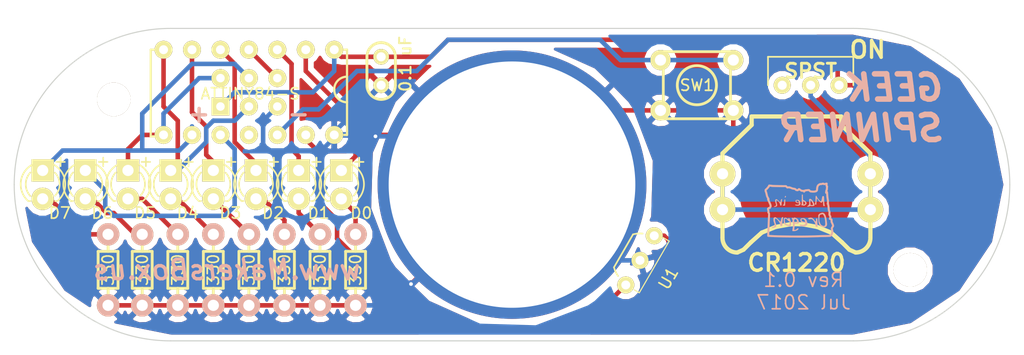
<source format=kicad_pcb>
(kicad_pcb (version 4) (host pcbnew 4.0.4-stable)

  (general
    (links 46)
    (no_connects 0)
    (area 157.48 66.04 248.920001 97.790001)
    (thickness 1.6)
    (drawings 25)
    (tracks 174)
    (zones 0)
    (modules 27)
    (nets 23)
  )

  (page USLetter)
  (layers
    (0 F.Cu signal)
    (31 B.Cu signal)
    (34 B.Paste user)
    (35 F.Paste user)
    (36 B.SilkS user)
    (37 F.SilkS user)
    (38 B.Mask user)
    (39 F.Mask user)
    (40 Dwgs.User user)
    (44 Edge.Cuts user)
  )

  (setup
    (last_trace_width 0.4064)
    (user_trace_width 0.254)
    (user_trace_width 0.3048)
    (user_trace_width 0.4064)
    (user_trace_width 0.6096)
    (user_trace_width 2.032)
    (trace_clearance 0.1524)
    (zone_clearance 0.508)
    (zone_45_only no)
    (trace_min 0.1524)
    (segment_width 0.254)
    (edge_width 0.1)
    (via_size 0.6858)
    (via_drill 0.3302)
    (via_min_size 0.6858)
    (via_min_drill 0.3302)
    (user_via 1 0.5)
    (uvia_size 0.762)
    (uvia_drill 0.508)
    (uvias_allowed no)
    (uvia_min_size 0.508)
    (uvia_min_drill 0.127)
    (pcb_text_width 0.3)
    (pcb_text_size 1.5 1.5)
    (mod_edge_width 0.15)
    (mod_text_size 1 1)
    (mod_text_width 0.15)
    (pad_size 1.6 1.6)
    (pad_drill 0.762)
    (pad_to_mask_clearance 0)
    (aux_axis_origin 0 0)
    (grid_origin 210.82 95.25)
    (visible_elements 7FFFFFFF)
    (pcbplotparams
      (layerselection 0x010f0_80000001)
      (usegerberextensions true)
      (excludeedgelayer true)
      (linewidth 0.100000)
      (plotframeref false)
      (viasonmask false)
      (mode 1)
      (useauxorigin false)
      (hpglpennumber 1)
      (hpglpenspeed 20)
      (hpglpendiameter 15)
      (hpglpenoverlay 2)
      (psnegative false)
      (psa4output false)
      (plotreference true)
      (plotvalue true)
      (plotinvisibletext false)
      (padsonsilk false)
      (subtractmaskfromsilk false)
      (outputformat 1)
      (mirror false)
      (drillshape 0)
      (scaleselection 1)
      (outputdirectory gerbers/))
  )

  (net 0 "")
  (net 1 GND)
  (net 2 +BATT)
  (net 3 "Net-(BT1-Pad1)")
  (net 4 "Net-(CON1-Pad1)")
  (net 5 "Net-(CON1-Pad3)")
  (net 6 "Net-(CON1-Pad4)")
  (net 7 "Net-(CON1-Pad5)")
  (net 8 "Net-(D1-Pad1)")
  (net 9 "Net-(D1-Pad2)")
  (net 10 "Net-(D0-Pad2)")
  (net 11 "Net-(D0-Pad1)")
  (net 12 "Net-(D2-Pad2)")
  (net 13 "Net-(D2-Pad1)")
  (net 14 "Net-(D3-Pad2)")
  (net 15 "Net-(D3-Pad1)")
  (net 16 "Net-(D4-Pad1)")
  (net 17 "Net-(D5-Pad1)")
  (net 18 "Net-(D6-Pad1)")
  (net 19 "Net-(D7-Pad2)")
  (net 20 "Net-(D7-Pad1)")
  (net 21 "Net-(IC1-Pad12)")
  (net 22 "Net-(IC1-Pad13)")

  (net_class Default "This is the default net class."
    (clearance 0.1524)
    (trace_width 0.1524)
    (via_dia 0.6858)
    (via_drill 0.3302)
    (uvia_dia 0.762)
    (uvia_drill 0.508)
    (add_net +BATT)
    (add_net GND)
    (add_net "Net-(BT1-Pad1)")
    (add_net "Net-(CON1-Pad1)")
    (add_net "Net-(CON1-Pad3)")
    (add_net "Net-(CON1-Pad4)")
    (add_net "Net-(CON1-Pad5)")
    (add_net "Net-(D0-Pad1)")
    (add_net "Net-(D0-Pad2)")
    (add_net "Net-(D1-Pad1)")
    (add_net "Net-(D1-Pad2)")
    (add_net "Net-(D2-Pad1)")
    (add_net "Net-(D2-Pad2)")
    (add_net "Net-(D3-Pad1)")
    (add_net "Net-(D3-Pad2)")
    (add_net "Net-(D4-Pad1)")
    (add_net "Net-(D5-Pad1)")
    (add_net "Net-(D6-Pad1)")
    (add_net "Net-(D7-Pad1)")
    (add_net "Net-(D7-Pad2)")
    (add_net "Net-(IC1-Pad12)")
    (add_net "Net-(IC1-Pad13)")
  )

  (module Housings_DIP:DIP-14_W7.62mm (layer F.Cu) (tedit 593A1D84) (tstamp 593A05DC)
    (at 187.325 70.485 270)
    (descr "14-lead dip package, row spacing 7.62 mm (300 mils)")
    (tags "dil dip 2.54 300")
    (path /588D45C8)
    (fp_text reference IC1 (at 0 -5.22 270) (layer F.SilkS) hide
      (effects (font (size 1 1) (thickness 0.15)))
    )
    (fp_text value ATTINY84-S (at 3.937 7.493 360) (layer F.SilkS)
      (effects (font (size 1 1) (thickness 0.15)))
    )
    (fp_arc (start 3.556 -1.143) (end 4.699 -1.143) (angle 90) (layer F.SilkS) (width 0.2))
    (fp_arc (start 3.556 -1.143) (end 3.556 0) (angle 90) (layer F.SilkS) (width 0.2))
    (fp_line (start 0 -0.889) (end 0 -1.143) (layer F.SilkS) (width 0.2))
    (fp_line (start 0 -1.143) (end 7.493 -1.143) (layer F.SilkS) (width 0.2))
    (fp_line (start 7.493 -1.143) (end 7.62 -1.143) (layer F.SilkS) (width 0.2))
    (fp_line (start 7.62 -1.143) (end 7.62 -0.889) (layer F.SilkS) (width 0.2))
    (fp_line (start 0 16.383) (end 0 16.002) (layer F.SilkS) (width 0.2))
    (fp_line (start 7.747 16.383) (end 7.747 16.002) (layer F.SilkS) (width 0.2))
    (fp_line (start 0 16.383) (end 7.747 16.383) (layer F.SilkS) (width 0.2))
    (fp_line (start -1.05 -2.45) (end -1.05 17.7) (layer F.CrtYd) (width 0.05))
    (fp_line (start 8.65 -2.45) (end 8.65 17.7) (layer F.CrtYd) (width 0.05))
    (fp_line (start -1.05 -2.45) (end 8.65 -2.45) (layer F.CrtYd) (width 0.05))
    (fp_line (start -1.05 17.7) (end 8.65 17.7) (layer F.CrtYd) (width 0.05))
    (pad 1 thru_hole oval (at 0 0 270) (size 1.6 1.6) (drill 0.8) (layers *.Cu *.Mask F.SilkS)
      (net 2 +BATT))
    (pad 2 thru_hole oval (at 0 2.54 270) (size 1.6 1.6) (drill 0.8) (layers *.Cu *.Mask F.SilkS)
      (net 10 "Net-(D0-Pad2)"))
    (pad 3 thru_hole oval (at 0 5.08 270) (size 1.6 1.6) (drill 0.8) (layers *.Cu *.Mask F.SilkS)
      (net 9 "Net-(D1-Pad2)"))
    (pad 4 thru_hole oval (at 0 7.62 270) (size 1.6 1.6) (drill 0.8) (layers *.Cu *.Mask F.SilkS)
      (net 7 "Net-(CON1-Pad5)"))
    (pad 5 thru_hole oval (at 0 10.16 270) (size 1.6 1.6) (drill 0.8) (layers *.Cu *.Mask F.SilkS)
      (net 12 "Net-(D2-Pad2)"))
    (pad 6 thru_hole oval (at 0 12.7 270) (size 1.6 1.6) (drill 0.8) (layers *.Cu *.Mask F.SilkS)
      (net 14 "Net-(D3-Pad2)"))
    (pad 7 thru_hole oval (at 0 15.24 270) (size 1.6 1.6) (drill 0.8) (layers *.Cu *.Mask F.SilkS)
      (net 6 "Net-(CON1-Pad4)"))
    (pad 8 thru_hole oval (at 7.62 15.24 270) (size 1.6 1.6) (drill 0.8) (layers *.Cu *.Mask F.SilkS)
      (net 4 "Net-(CON1-Pad1)"))
    (pad 9 thru_hole oval (at 7.62 12.7 270) (size 1.6 1.6) (drill 0.8) (layers *.Cu *.Mask F.SilkS)
      (net 5 "Net-(CON1-Pad3)"))
    (pad 10 thru_hole oval (at 7.62 10.16 270) (size 1.6 1.6) (drill 0.8) (layers *.Cu *.Mask F.SilkS)
      (net 19 "Net-(D7-Pad2)"))
    (pad 11 thru_hole oval (at 7.62 7.62 270) (size 1.6 1.6) (drill 0.8) (layers *.Cu *.Mask F.SilkS))
    (pad 12 thru_hole oval (at 7.62 5.08 270) (size 1.6 1.6) (drill 0.8) (layers *.Cu *.Mask F.SilkS)
      (net 21 "Net-(IC1-Pad12)"))
    (pad 13 thru_hole oval (at 7.62 2.54 270) (size 1.6 1.6) (drill 0.8) (layers *.Cu *.Mask F.SilkS)
      (net 22 "Net-(IC1-Pad13)"))
    (pad 14 thru_hole oval (at 7.62 0 270) (size 1.6 1.6) (drill 0.8) (layers *.Cu *.Mask F.SilkS)
      (net 1 GND))
    (model Housings_DIP.3dshapes/DIP-14_W7.62mm.wrl
      (at (xyz 0 0 0))
      (scale (xyz 1 1 1))
      (rotate (xyz 0 0 0))
    )
  )

  (module TO_SOT_Packages_THT:TO-92_Inline_Wide (layer F.Cu) (tedit 593A12E0) (tstamp 593A0759)
    (at 215.9 87.122 240)
    (descr "TO-92 leads in-line, wide, drill 0.8mm (see NXP sot054_po.pdf)")
    (tags "to-92 sc-43 sc-43a sot54 PA33 transistor")
    (path /59379E65)
    (fp_text reference U1 (at 2.664557 -3.004852 420) (layer F.SilkS)
      (effects (font (size 1 1) (thickness 0.15)))
    )
    (fp_text value MLX92231 (at 0 3 240) (layer F.Fab)
      (effects (font (size 1 1) (thickness 0.15)))
    )
    (fp_line (start -0.254 -0.762) (end -0.254 -1.397) (layer F.SilkS) (width 0.1))
    (fp_line (start -0.254 -1.397) (end 5.08 -1.397) (layer F.SilkS) (width 0.1))
    (fp_line (start 5.08 -1.397) (end 5.08 -0.889) (layer F.SilkS) (width 0.1))
    (fp_arc (start 2.54 0) (end 0.84 1.7) (angle 20.5) (layer F.SilkS) (width 0.15))
    (fp_arc (start 2.54 0) (end 4.24 1.7) (angle -20.5) (layer F.SilkS) (width 0.15))
    (fp_line (start -1 1.95) (end -1 -2.65) (layer F.CrtYd) (width 0.05))
    (fp_line (start -1 1.95) (end 6.1 1.95) (layer F.CrtYd) (width 0.05))
    (fp_line (start 0.84 1.7) (end 4.24 1.7) (layer F.SilkS) (width 0.15))
    (fp_line (start -1 -2.65) (end 6.1 -2.65) (layer F.CrtYd) (width 0.05))
    (fp_line (start 6.1 1.95) (end 6.1 -2.65) (layer F.CrtYd) (width 0.05))
    (pad 2 thru_hole circle (at 2.54 0 330) (size 1.524 1.524) (drill 0.8) (layers *.Cu *.Mask F.SilkS)
      (net 1 GND))
    (pad 3 thru_hole circle (at 5.08 0 330) (size 1.524 1.524) (drill 0.8) (layers *.Cu *.Mask F.SilkS)
      (net 22 "Net-(IC1-Pad13)"))
    (pad 1 thru_hole circle (at 0 0 330) (size 1.524 1.524) (drill 0.8) (layers *.Cu *.Mask F.SilkS)
      (net 2 +BATT))
    (model TO_SOT_Packages_THT.3dshapes/TO-92_Inline_Wide.wrl
      (at (xyz 0.1 0 0))
      (scale (xyz 1 1 1))
      (rotate (xyz 0 0 -90))
    )
  )

  (module myFootPrints:Lego_Drill (layer F.Cu) (tedit 5938B9BC) (tstamp 5938BA2A)
    (at 238.76 90.17)
    (descr "Through hole pin header")
    (tags "pin header")
    (fp_text reference P2 (at 0 0) (layer F.SilkS) hide
      (effects (font (size 1 1) (thickness 0.15)))
    )
    (fp_text value CONN_01X01 (at 0 -1.27) (layer F.Fab) hide
      (effects (font (size 0.127 0.127) (thickness 0.03175)))
    )
    (pad 1 thru_hole circle (at 0 0) (size 3 3) (drill 3) (layers *.Cu *.Mask F.SilkS))
    (model Pin_Headers.3dshapes/Pin_Header_Straight_1x01.wrl
      (at (xyz 0 0 0))
      (scale (xyz 1 1 1))
      (rotate (xyz 0 0 90))
    )
  )

  (module myFootPrints:Lego_Drill (layer F.Cu) (tedit 5938B9BC) (tstamp 5938B9FE)
    (at 167.64 74.93)
    (descr "Through hole pin header")
    (tags "pin header")
    (fp_text reference P2 (at 0 0) (layer F.SilkS) hide
      (effects (font (size 1 1) (thickness 0.15)))
    )
    (fp_text value CONN_01X01 (at 0 -1.27) (layer F.Fab) hide
      (effects (font (size 0.127 0.127) (thickness 0.03175)))
    )
    (pad 1 thru_hole circle (at 0 0) (size 3 3) (drill 3) (layers *.Cu *.Mask F.SilkS))
    (model Pin_Headers.3dshapes/Pin_Header_Straight_1x01.wrl
      (at (xyz 0 0 0))
      (scale (xyz 1 1 1))
      (rotate (xyz 0 0 90))
    )
  )

  (module myFootPrints:MadeInOregonRev25 (layer F.Cu) (tedit 0) (tstamp 5938C446)
    (at 228.854 84.836)
    (fp_text reference VAL (at 0 0) (layer F.SilkS) hide
      (effects (font (size 1.143 1.143) (thickness 0.1778)))
    )
    (fp_text value MadeInOregonRev25 (at 0 0) (layer F.SilkS) hide
      (effects (font (size 1.143 1.143) (thickness 0.1778)))
    )
    (fp_poly (pts (xy -3.09626 -1.76022) (xy -3.09626 -1.72212) (xy -3.09372 -1.69672) (xy -3.09118 -1.67386)
      (xy -3.0861 -1.65608) (xy -3.07594 -1.63576) (xy -3.0734 -1.62814) (xy -3.0607 -1.6002)
      (xy -3.05054 -1.5748) (xy -3.04038 -1.54432) (xy -3.03022 -1.50876) (xy -3.02006 -1.46304)
      (xy -3.00736 -1.4097) (xy -3.00228 -1.39192) (xy -2.98704 -1.31826) (xy -2.96926 -1.2573)
      (xy -2.95402 -1.20396) (xy -2.9337 -1.15824) (xy -2.91338 -1.1176) (xy -2.91338 -1.74752)
      (xy -2.91338 -1.76276) (xy -2.91084 -1.77546) (xy -2.90322 -1.78816) (xy -2.89052 -1.8034)
      (xy -2.86766 -1.82118) (xy -2.8575 -1.83134) (xy -2.82956 -1.8542) (xy -2.80416 -1.8796)
      (xy -2.78638 -1.90246) (xy -2.77876 -1.91008) (xy -2.76606 -1.92786) (xy -2.74574 -1.95326)
      (xy -2.72034 -1.98374) (xy -2.69494 -2.01422) (xy -2.6924 -2.01676) (xy -2.66954 -2.0447)
      (xy -2.64922 -2.0701) (xy -2.63652 -2.08788) (xy -2.6289 -2.09804) (xy -2.6289 -2.10058)
      (xy -2.62382 -2.10566) (xy -2.60604 -2.10566) (xy -2.58064 -2.10566) (xy -2.55016 -2.10058)
      (xy -2.51968 -2.0955) (xy -2.50952 -2.09296) (xy -2.49682 -2.09042) (xy -2.48412 -2.08534)
      (xy -2.46888 -2.08534) (xy -2.4511 -2.0828) (xy -2.4257 -2.08026) (xy -2.39268 -2.07772)
      (xy -2.35458 -2.07772) (xy -2.30632 -2.07518) (xy -2.2479 -2.07518) (xy -2.17678 -2.07264)
      (xy -2.09296 -2.0701) (xy -2.03962 -2.0701) (xy -1.95326 -2.06756) (xy -1.8669 -2.06756)
      (xy -1.78054 -2.06502) (xy -1.69672 -2.06502) (xy -1.61798 -2.06248) (xy -1.54686 -2.06248)
      (xy -1.48336 -2.06248) (xy -1.4351 -2.06248) (xy -1.4224 -2.06248) (xy -1.22936 -2.06248)
      (xy -1.1684 -2.00152) (xy -1.10744 -1.9431) (xy -1.0668 -1.9431) (xy -1.03886 -1.9431)
      (xy -1.0033 -1.94564) (xy -0.97536 -1.95072) (xy -0.94234 -1.95326) (xy -0.91186 -1.95072)
      (xy -0.87884 -1.94564) (xy -0.8382 -1.93548) (xy -0.79248 -1.9177) (xy -0.7366 -1.89484)
      (xy -0.72136 -1.88976) (xy -0.67818 -1.86944) (xy -0.64516 -1.85674) (xy -0.61722 -1.84912)
      (xy -0.59182 -1.84404) (xy -0.56388 -1.83896) (xy -0.5461 -1.83642) (xy -0.50038 -1.83134)
      (xy -0.46482 -1.82626) (xy -0.43688 -1.81864) (xy -0.41656 -1.80848) (xy -0.39624 -1.79578)
      (xy -0.37592 -1.77546) (xy -0.37338 -1.77292) (xy -0.35052 -1.7526) (xy -0.32512 -1.73482)
      (xy -0.30734 -1.72212) (xy -0.30734 -1.72212) (xy -0.28702 -1.71704) (xy -0.25654 -1.71196)
      (xy -0.22098 -1.70434) (xy -0.18288 -1.7018) (xy -0.14986 -1.69672) (xy -0.12446 -1.69672)
      (xy -0.10922 -1.69926) (xy -0.09652 -1.70688) (xy -0.07366 -1.71958) (xy -0.05334 -1.73736)
      (xy -0.03048 -1.75768) (xy -0.01524 -1.7653) (xy -0.00508 -1.76784) (xy 0 -1.7653)
      (xy 0.01016 -1.75768) (xy 0.03048 -1.74498) (xy 0.05842 -1.7272) (xy 0.0889 -1.70688)
      (xy 0.09652 -1.7018) (xy 0.18288 -1.64846) (xy 0.25908 -1.64592) (xy 0.29464 -1.64338)
      (xy 0.3175 -1.64084) (xy 0.3302 -1.6383) (xy 0.34036 -1.63322) (xy 0.34544 -1.6256)
      (xy 0.34798 -1.62052) (xy 0.3683 -1.59766) (xy 0.39624 -1.58242) (xy 0.42672 -1.5748)
      (xy 0.4318 -1.5748) (xy 0.45974 -1.58242) (xy 0.48768 -1.6002) (xy 0.51562 -1.63068)
      (xy 0.52578 -1.64338) (xy 0.53848 -1.65608) (xy 0.5461 -1.66624) (xy 0.55626 -1.67386)
      (xy 0.56896 -1.68148) (xy 0.58928 -1.68402) (xy 0.61468 -1.6891) (xy 0.65278 -1.69418)
      (xy 0.70104 -1.69672) (xy 0.71628 -1.69926) (xy 0.8255 -1.70942) (xy 0.85598 -1.68148)
      (xy 0.89154 -1.64846) (xy 0.9271 -1.62306) (xy 0.95758 -1.60274) (xy 0.96774 -1.59766)
      (xy 0.9906 -1.59258) (xy 1.02362 -1.5875) (xy 1.0668 -1.58242) (xy 1.11252 -1.57734)
      (xy 1.16332 -1.57226) (xy 1.21158 -1.56972) (xy 1.2573 -1.56972) (xy 1.25984 -1.56972)
      (xy 1.3081 -1.56972) (xy 1.35128 -1.5748) (xy 1.39446 -1.57988) (xy 1.44272 -1.59004)
      (xy 1.48844 -1.6002) (xy 1.52146 -1.61036) (xy 1.54686 -1.62306) (xy 1.56972 -1.63576)
      (xy 1.59258 -1.65608) (xy 1.61798 -1.68148) (xy 1.63576 -1.7018) (xy 1.651 -1.72212)
      (xy 1.65862 -1.74498) (xy 1.66624 -1.77292) (xy 1.67386 -1.80848) (xy 1.6764 -1.85166)
      (xy 1.68148 -1.90246) (xy 1.6891 -1.9812) (xy 1.7018 -2.04978) (xy 1.72212 -2.10566)
      (xy 1.74752 -2.15138) (xy 1.75006 -2.15646) (xy 1.77546 -2.18186) (xy 1.81356 -2.2098)
      (xy 1.82626 -2.21742) (xy 1.8542 -2.23012) (xy 1.87706 -2.24028) (xy 1.89484 -2.24282)
      (xy 1.9177 -2.24282) (xy 1.92024 -2.24282) (xy 1.95834 -2.24282) (xy 2.00152 -2.25044)
      (xy 2.032 -2.25806) (xy 2.0701 -2.27076) (xy 2.09804 -2.27584) (xy 2.11582 -2.27838)
      (xy 2.13106 -2.2733) (xy 2.1463 -2.26822) (xy 2.15392 -2.26314) (xy 2.1844 -2.2479)
      (xy 2.22758 -2.24282) (xy 2.27584 -2.2479) (xy 2.29108 -2.25298) (xy 2.31394 -2.25806)
      (xy 2.33426 -2.26314) (xy 2.34188 -2.26314) (xy 2.34188 -2.25806) (xy 2.34442 -2.23774)
      (xy 2.34442 -2.21488) (xy 2.34442 -2.21234) (xy 2.34442 -2.1844) (xy 2.34696 -2.16408)
      (xy 2.35204 -2.1463) (xy 2.36474 -2.12852) (xy 2.3876 -2.0955) (xy 2.37998 -1.97612)
      (xy 2.37744 -1.9304) (xy 2.37236 -1.89738) (xy 2.36982 -1.87198) (xy 2.36474 -1.8542)
      (xy 2.35966 -1.83896) (xy 2.35204 -1.82372) (xy 2.34696 -1.8161) (xy 2.33172 -1.78562)
      (xy 2.3241 -1.75768) (xy 2.3241 -1.73736) (xy 2.32156 -1.70942) (xy 2.31902 -1.68656)
      (xy 2.31648 -1.67894) (xy 2.31394 -1.66116) (xy 2.30886 -1.63576) (xy 2.30886 -1.60274)
      (xy 2.30886 -1.59004) (xy 2.30886 -1.55702) (xy 2.30886 -1.5367) (xy 2.31394 -1.52146)
      (xy 2.32156 -1.5113) (xy 2.33172 -1.4986) (xy 2.33426 -1.49606) (xy 2.35458 -1.48082)
      (xy 2.3749 -1.4732) (xy 2.37744 -1.47066) (xy 2.3876 -1.47066) (xy 2.39268 -1.46558)
      (xy 2.39776 -1.45034) (xy 2.4003 -1.42494) (xy 2.40284 -1.39192) (xy 2.40538 -1.35382)
      (xy 2.40538 -1.33096) (xy 2.40792 -1.28778) (xy 2.413 -1.2319) (xy 2.42062 -1.16078)
      (xy 2.43332 -1.07442) (xy 2.4511 -0.97536) (xy 2.4511 -0.96774) (xy 2.45872 -0.92456)
      (xy 2.4638 -0.88392) (xy 2.46888 -0.85344) (xy 2.47142 -0.83058) (xy 2.47396 -0.82296)
      (xy 2.47396 -0.81026) (xy 2.47142 -0.7874) (xy 2.47142 -0.75692) (xy 2.46888 -0.72644)
      (xy 2.46888 -0.69342) (xy 2.46634 -0.66294) (xy 2.4638 -0.64262) (xy 2.46126 -0.635)
      (xy 2.4511 -0.6096) (xy 2.44856 -0.57912) (xy 2.4511 -0.54864) (xy 2.46126 -0.52324)
      (xy 2.4765 -0.51054) (xy 2.48412 -0.49784) (xy 2.49174 -0.47244) (xy 2.5019 -0.4318)
      (xy 2.50952 -0.37592) (xy 2.51968 -0.30734) (xy 2.5273 -0.2286) (xy 2.53238 -0.16764)
      (xy 2.53746 -0.1143) (xy 2.54254 -0.0635) (xy 2.54762 -0.02032) (xy 2.5527 0.01524)
      (xy 2.55524 0.04064) (xy 2.55778 0.05334) (xy 2.56794 0.07366) (xy 2.5781 0.1016)
      (xy 2.58826 0.127) (xy 2.59588 0.14732) (xy 2.6035 0.16256) (xy 2.60604 0.18034)
      (xy 2.60858 0.20066) (xy 2.60858 0.22606) (xy 2.60604 0.25908) (xy 2.6035 0.3048)
      (xy 2.6035 0.32512) (xy 2.60096 0.37084) (xy 2.60096 0.4064) (xy 2.60604 0.43434)
      (xy 2.61366 0.45974) (xy 2.62636 0.48768) (xy 2.64668 0.5207) (xy 2.66446 0.5588)
      (xy 2.67462 0.58674) (xy 2.6797 0.61468) (xy 2.67462 0.64262) (xy 2.66446 0.68072)
      (xy 2.65938 0.69088) (xy 2.64668 0.72898) (xy 2.63906 0.75946) (xy 2.63906 0.77978)
      (xy 2.6416 0.79756) (xy 2.64922 0.8128) (xy 2.64922 0.81534) (xy 2.66446 0.83058)
      (xy 2.68986 0.84836) (xy 2.72034 0.86614) (xy 2.75336 0.87884) (xy 2.77368 0.88646)
      (xy 2.794 0.89154) (xy 2.794 0.98044) (xy 2.794 1.07188) (xy 2.82448 1.13538)
      (xy 2.8575 1.20396) (xy 2.8829 1.26238) (xy 2.90322 1.31064) (xy 2.91592 1.3462)
      (xy 2.921 1.36652) (xy 2.92354 1.3843) (xy 2.92354 1.39954) (xy 2.91592 1.41478)
      (xy 2.90068 1.4351) (xy 2.90068 1.43764) (xy 2.87274 1.47828) (xy 2.84988 1.51638)
      (xy 2.8321 1.5621) (xy 2.82448 1.59004) (xy 2.80924 1.64338) (xy 2.8321 1.74244)
      (xy 2.84734 1.80848) (xy 2.85496 1.86182) (xy 2.86004 1.90754) (xy 2.86004 1.94818)
      (xy 2.85242 1.98628) (xy 2.84226 2.02438) (xy 2.84226 2.02438) (xy 2.82702 2.06756)
      (xy 2.81432 2.10566) (xy 2.79908 2.13868) (xy 2.78892 2.16154) (xy 2.77876 2.1717)
      (xy 2.77876 2.17424) (xy 2.7686 2.17678) (xy 2.74828 2.1844) (xy 2.74066 2.18948)
      (xy 2.7178 2.1971) (xy 2.68224 2.20472) (xy 2.63398 2.2098) (xy 2.57302 2.21234)
      (xy 2.49682 2.21488) (xy 2.40792 2.21742) (xy 2.30632 2.21742) (xy 2.29616 2.21742)
      (xy 2.24028 2.21996) (xy 2.17424 2.21996) (xy 2.10058 2.2225) (xy 2.02184 2.2225)
      (xy 1.9431 2.22504) (xy 1.86944 2.23012) (xy 1.84912 2.23012) (xy 1.6129 2.23774)
      (xy 1.38684 2.2479) (xy 1.16332 2.25298) (xy 0.9398 2.25806) (xy 0.71882 2.26314)
      (xy 0.4953 2.26568) (xy 0.26924 2.26822) (xy 0.03556 2.26822) (xy -0.2032 2.26822)
      (xy -0.45466 2.26822) (xy -0.71628 2.26568) (xy -0.84836 2.26314) (xy -1.03378 2.2606)
      (xy -1.20396 2.25806) (xy -1.36144 2.25552) (xy -1.50622 2.25298) (xy -1.64084 2.25044)
      (xy -1.7653 2.2479) (xy -1.88214 2.24536) (xy -1.98882 2.24282) (xy -2.08788 2.23774)
      (xy -2.17932 2.2352) (xy -2.26822 2.23266) (xy -2.35204 2.22758) (xy -2.39776 2.22504)
      (xy -2.46126 2.2225) (xy -2.51968 2.21742) (xy -2.57302 2.21488) (xy -2.61874 2.21234)
      (xy -2.65176 2.2098) (xy -2.67462 2.2098) (xy -2.68732 2.2098) (xy -2.68732 2.2098)
      (xy -2.68732 2.20218) (xy -2.68478 2.17932) (xy -2.68478 2.1463) (xy -2.68224 2.09804)
      (xy -2.6797 2.03962) (xy -2.67716 1.97104) (xy -2.67208 1.8923) (xy -2.66954 1.80594)
      (xy -2.66446 1.70942) (xy -2.65938 1.60782) (xy -2.65684 1.50114) (xy -2.65176 1.38684)
      (xy -2.64414 1.27) (xy -2.64414 1.25476) (xy -2.63906 1.11506) (xy -2.63398 0.98806)
      (xy -2.6289 0.87376) (xy -2.62382 0.77216) (xy -2.61874 0.68326) (xy -2.6162 0.60452)
      (xy -2.61366 0.53848) (xy -2.61112 0.47752) (xy -2.61112 0.42926) (xy -2.61112 0.38608)
      (xy -2.61112 0.35306) (xy -2.61112 0.32258) (xy -2.61112 0.29972) (xy -2.61366 0.28194)
      (xy -2.6162 0.2667) (xy -2.61874 0.25654) (xy -2.62128 0.24638) (xy -2.62636 0.23876)
      (xy -2.63144 0.23368) (xy -2.63652 0.22606) (xy -2.6416 0.21844) (xy -2.6543 0.2032)
      (xy -2.66192 0.18796) (xy -2.66446 0.17272) (xy -2.66192 0.14732) (xy -2.66192 0.13716)
      (xy -2.66192 0.1016) (xy -2.66446 0.06858) (xy -2.67462 0.02794) (xy -2.67462 0.0254)
      (xy -2.68732 -0.01778) (xy -2.69494 -0.04826) (xy -2.69748 -0.07112) (xy -2.69748 -0.08382)
      (xy -2.69494 -0.09398) (xy -2.68732 -0.09906) (xy -2.68732 -0.1016) (xy -2.66954 -0.10668)
      (xy -2.64668 -0.1143) (xy -2.63652 -0.1143) (xy -2.60858 -0.12192) (xy -2.58572 -0.13208)
      (xy -2.5654 -0.14732) (xy -2.54762 -0.17018) (xy -2.52476 -0.20574) (xy -2.50698 -0.2413)
      (xy -2.4638 -0.3302) (xy -2.47142 -0.40894) (xy -2.4765 -0.43942) (xy -2.48158 -0.46736)
      (xy -2.4892 -0.49276) (xy -2.49682 -0.5207) (xy -2.50952 -0.55626) (xy -2.52984 -0.59944)
      (xy -2.53492 -0.61214) (xy -2.55524 -0.66294) (xy -2.5781 -0.71374) (xy -2.60096 -0.76708)
      (xy -2.62128 -0.8128) (xy -2.63144 -0.83058) (xy -2.64668 -0.86868) (xy -2.65938 -0.89662)
      (xy -2.667 -0.91694) (xy -2.66954 -0.92964) (xy -2.667 -0.9398) (xy -2.667 -0.94996)
      (xy -2.65938 -0.97536) (xy -2.65938 -1.00584) (xy -2.66954 -1.03886) (xy -2.68732 -1.0795)
      (xy -2.71272 -1.12776) (xy -2.71526 -1.1303) (xy -2.73812 -1.17094) (xy -2.75844 -1.2065)
      (xy -2.77368 -1.23698) (xy -2.78384 -1.26746) (xy -2.79654 -1.30048) (xy -2.8067 -1.34112)
      (xy -2.81686 -1.38684) (xy -2.82702 -1.43256) (xy -2.84226 -1.49606) (xy -2.85496 -1.54686)
      (xy -2.86512 -1.5875) (xy -2.87528 -1.62052) (xy -2.88544 -1.64846) (xy -2.89306 -1.67132)
      (xy -2.90068 -1.68148) (xy -2.9083 -1.70942) (xy -2.91338 -1.7399) (xy -2.91338 -1.74752)
      (xy -2.91338 -1.1176) (xy -2.91084 -1.11506) (xy -2.90576 -1.09982) (xy -2.88798 -1.07188)
      (xy -2.87782 -1.04902) (xy -2.87274 -1.03632) (xy -2.87274 -1.02616) (xy -2.87782 -1.016)
      (xy -2.88036 -0.99822) (xy -2.8829 -0.98044) (xy -2.87782 -0.95758) (xy -2.8702 -0.92964)
      (xy -2.85496 -0.89408) (xy -2.83464 -0.84582) (xy -2.8194 -0.81534) (xy -2.78384 -0.73406)
      (xy -2.74828 -0.65786) (xy -2.72034 -0.58928) (xy -2.69494 -0.52832) (xy -2.67462 -0.47752)
      (xy -2.66192 -0.43688) (xy -2.6543 -0.40894) (xy -2.6543 -0.4064) (xy -2.64922 -0.37846)
      (xy -2.65176 -0.36068) (xy -2.65684 -0.34036) (xy -2.66446 -0.32766) (xy -2.67462 -0.30734)
      (xy -2.68732 -0.29464) (xy -2.70256 -0.28702) (xy -2.72542 -0.28194) (xy -2.73812 -0.2794)
      (xy -2.75336 -0.27686) (xy -2.77114 -0.2667) (xy -2.78892 -0.25146) (xy -2.81686 -0.22606)
      (xy -2.82448 -0.2159) (xy -2.84988 -0.1905) (xy -2.86766 -0.17272) (xy -2.87782 -0.16002)
      (xy -2.8829 -0.14732) (xy -2.8829 -0.13208) (xy -2.8829 -0.12192) (xy -2.88036 -0.06858)
      (xy -2.86766 -0.00762) (xy -2.85242 0.05588) (xy -2.8448 0.08382) (xy -2.84226 0.10668)
      (xy -2.84226 0.12954) (xy -2.8448 0.16002) (xy -2.84734 0.1651) (xy -2.84988 0.19812)
      (xy -2.84988 0.22606) (xy -2.84226 0.24892) (xy -2.82448 0.27686) (xy -2.8067 0.29972)
      (xy -2.78384 0.32766) (xy -2.82702 1.3081) (xy -2.8321 1.42748) (xy -2.83718 1.54432)
      (xy -2.84226 1.65608) (xy -2.84734 1.76276) (xy -2.84988 1.86182) (xy -2.85496 1.95326)
      (xy -2.8575 2.03708) (xy -2.86004 2.11074) (xy -2.86258 2.17424) (xy -2.86512 2.22758)
      (xy -2.86512 2.26822) (xy -2.86512 2.29616) (xy -2.86512 2.3114) (xy -2.86512 2.3114)
      (xy -2.85496 2.3368) (xy -2.83464 2.35966) (xy -2.81178 2.3749) (xy -2.8067 2.37744)
      (xy -2.794 2.37998) (xy -2.76606 2.38252) (xy -2.72796 2.38506) (xy -2.6797 2.39014)
      (xy -2.62128 2.39268) (xy -2.55778 2.39776) (xy -2.48412 2.4003) (xy -2.40792 2.40538)
      (xy -2.32664 2.40792) (xy -2.24536 2.413) (xy -2.16154 2.41554) (xy -2.08026 2.41808)
      (xy -1.99898 2.42062) (xy -1.92278 2.42316) (xy -1.85166 2.4257) (xy -1.80848 2.42824)
      (xy -1.74752 2.42824) (xy -1.67386 2.43078) (xy -1.59004 2.43078) (xy -1.4986 2.43332)
      (xy -1.397 2.43586) (xy -1.29032 2.43586) (xy -1.1811 2.4384) (xy -1.0668 2.4384)
      (xy -0.95504 2.44094) (xy -0.84582 2.44348) (xy -0.80264 2.44348) (xy -0.70104 2.44348)
      (xy -0.59944 2.44602) (xy -0.50038 2.44602) (xy -0.40386 2.44856) (xy -0.31496 2.44856)
      (xy -0.23114 2.44856) (xy -0.15748 2.4511) (xy -0.09398 2.4511) (xy -0.04064 2.4511)
      (xy 0 2.4511) (xy 0.02286 2.4511) (xy 0.05842 2.4511) (xy 0.10922 2.4511)
      (xy 0.17018 2.4511) (xy 0.2413 2.4511) (xy 0.3175 2.4511) (xy 0.39878 2.44856)
      (xy 0.4826 2.44856) (xy 0.56642 2.44602) (xy 0.60198 2.44602) (xy 0.75692 2.44348)
      (xy 0.90678 2.4384) (xy 1.0541 2.43586) (xy 1.1938 2.43078) (xy 1.32588 2.42824)
      (xy 1.45034 2.42316) (xy 1.56464 2.42062) (xy 1.66624 2.41808) (xy 1.7526 2.413)
      (xy 1.77038 2.413) (xy 1.82626 2.41046) (xy 1.8923 2.40792) (xy 1.96342 2.40792)
      (xy 2.03454 2.40538) (xy 2.10312 2.40538) (xy 2.12852 2.40538) (xy 2.19456 2.40538)
      (xy 2.26822 2.40284) (xy 2.3495 2.40284) (xy 2.42824 2.39776) (xy 2.50444 2.39522)
      (xy 2.54254 2.39522) (xy 2.75844 2.38252) (xy 2.82956 2.3495) (xy 2.86258 2.33172)
      (xy 2.88798 2.31902) (xy 2.90576 2.30632) (xy 2.91084 2.30124) (xy 2.92608 2.28092)
      (xy 2.94132 2.25044) (xy 2.96164 2.2098) (xy 2.97942 2.16662) (xy 2.9972 2.12344)
      (xy 3.01244 2.08534) (xy 3.02514 2.0447) (xy 3.03276 2.01168) (xy 3.03784 1.98628)
      (xy 3.04038 1.9558) (xy 3.04038 1.93548) (xy 3.0353 1.86182) (xy 3.0226 1.778)
      (xy 3.00736 1.70434) (xy 2.99974 1.66878) (xy 2.99974 1.64084) (xy 3.00736 1.61036)
      (xy 3.0226 1.57734) (xy 3.04546 1.53924) (xy 3.0607 1.52146) (xy 3.08356 1.4859)
      (xy 3.0988 1.4605) (xy 3.10642 1.4351) (xy 3.10896 1.4097) (xy 3.10642 1.37668)
      (xy 3.0988 1.33858) (xy 3.09118 1.3081) (xy 3.07848 1.26746) (xy 3.0607 1.22174)
      (xy 3.04038 1.1684) (xy 3.01498 1.1176) (xy 2.99466 1.07442) (xy 2.98704 1.05664)
      (xy 2.97942 1.0414) (xy 2.97688 1.02362) (xy 2.97434 1.0033) (xy 2.97434 0.97282)
      (xy 2.97434 0.93218) (xy 2.97434 0.9271) (xy 2.9718 0.87884) (xy 2.96926 0.8382)
      (xy 2.96418 0.81026) (xy 2.95148 0.7874) (xy 2.9337 0.76708) (xy 2.90576 0.7493)
      (xy 2.86766 0.72898) (xy 2.84734 0.71882) (xy 2.84734 0.7112) (xy 2.84988 0.69342)
      (xy 2.85496 0.66802) (xy 2.8575 0.6604) (xy 2.86258 0.61468) (xy 2.86258 0.5842)
      (xy 2.86258 0.57658) (xy 2.84988 0.5334) (xy 2.82956 0.48768) (xy 2.8067 0.44196)
      (xy 2.79908 0.42926) (xy 2.79146 0.41656) (xy 2.78638 0.40386) (xy 2.7813 0.38862)
      (xy 2.7813 0.37084) (xy 2.7813 0.34798) (xy 2.7813 0.3175) (xy 2.78638 0.27432)
      (xy 2.79146 0.22098) (xy 2.79146 0.21844) (xy 2.79146 0.19304) (xy 2.79146 0.16764)
      (xy 2.78384 0.1397) (xy 2.77622 0.11176) (xy 2.76352 0.07874) (xy 2.75336 0.04826)
      (xy 2.7432 0.0254) (xy 2.74066 0.02032) (xy 2.73558 0.00762) (xy 2.7305 -0.0127)
      (xy 2.72796 -0.04064) (xy 2.72288 -0.07874) (xy 2.7178 -0.12954) (xy 2.71272 -0.1905)
      (xy 2.7051 -0.25908) (xy 2.69748 -0.32512) (xy 2.68986 -0.38862) (xy 2.6797 -0.44958)
      (xy 2.67208 -0.50292) (xy 2.66446 -0.5461) (xy 2.6543 -0.57658) (xy 2.65176 -0.58674)
      (xy 2.65176 -0.60452) (xy 2.6543 -0.6223) (xy 2.65684 -0.6477) (xy 2.65176 -0.68326)
      (xy 2.65176 -0.68326) (xy 2.64668 -0.71628) (xy 2.64922 -0.75184) (xy 2.65176 -0.76962)
      (xy 2.6543 -0.79248) (xy 2.65684 -0.8128) (xy 2.6543 -0.83566) (xy 2.65176 -0.8636)
      (xy 2.64414 -0.90424) (xy 2.6416 -0.91948) (xy 2.62382 -1.01346) (xy 2.61112 -1.09982)
      (xy 2.60096 -1.1811) (xy 2.59334 -1.26238) (xy 2.58572 -1.35128) (xy 2.58064 -1.42748)
      (xy 2.5781 -1.49352) (xy 2.57302 -1.54432) (xy 2.57048 -1.58496) (xy 2.5654 -1.61544)
      (xy 2.56286 -1.6383) (xy 2.55524 -1.65608) (xy 2.54762 -1.66878) (xy 2.53746 -1.6764)
      (xy 2.52984 -1.68402) (xy 2.51714 -1.69418) (xy 2.51206 -1.70688) (xy 2.5146 -1.72466)
      (xy 2.52222 -1.75006) (xy 2.53238 -1.77546) (xy 2.53238 -1.77546) (xy 2.54 -1.78816)
      (xy 2.54254 -1.79832) (xy 2.54762 -1.81102) (xy 2.55016 -1.8288) (xy 2.5527 -1.85166)
      (xy 2.55524 -1.88214) (xy 2.55778 -1.92532) (xy 2.56286 -1.97866) (xy 2.56286 -2.0066)
      (xy 2.57302 -2.159) (xy 2.54762 -2.18948) (xy 2.52222 -2.21996) (xy 2.52984 -2.29616)
      (xy 2.53238 -2.34442) (xy 2.53238 -2.37998) (xy 2.52984 -2.40538) (xy 2.51968 -2.4257)
      (xy 2.50698 -2.44094) (xy 2.50444 -2.44348) (xy 2.4892 -2.45618) (xy 2.47142 -2.46126)
      (xy 2.44856 -2.4638) (xy 2.42062 -2.4638) (xy 2.38252 -2.45618) (xy 2.33172 -2.44602)
      (xy 2.32664 -2.44348) (xy 2.2352 -2.42316) (xy 2.19964 -2.44348) (xy 2.17424 -2.45618)
      (xy 2.15138 -2.4638) (xy 2.12344 -2.4638) (xy 2.09296 -2.45872) (xy 2.04978 -2.4511)
      (xy 2.0193 -2.44348) (xy 1.98374 -2.43332) (xy 1.9558 -2.4257) (xy 1.93802 -2.42316)
      (xy 1.92024 -2.4257) (xy 1.90754 -2.42824) (xy 1.88722 -2.43078) (xy 1.86944 -2.43078)
      (xy 1.84912 -2.42824) (xy 1.82372 -2.41808) (xy 1.79324 -2.40284) (xy 1.76022 -2.38506)
      (xy 1.71958 -2.3622) (xy 1.6891 -2.34442) (xy 1.66624 -2.32664) (xy 1.64846 -2.3114)
      (xy 1.63068 -2.29362) (xy 1.6129 -2.27076) (xy 1.59258 -2.2479) (xy 1.57734 -2.22504)
      (xy 1.56718 -2.20472) (xy 1.55702 -2.17932) (xy 1.54432 -2.1463) (xy 1.53162 -2.10312)
      (xy 1.52908 -2.09296) (xy 1.51638 -2.0447) (xy 1.50876 -2.00406) (xy 1.50368 -1.96596)
      (xy 1.4986 -1.92278) (xy 1.4986 -1.90754) (xy 1.49606 -1.86182) (xy 1.49352 -1.8288)
      (xy 1.4859 -1.80594) (xy 1.4732 -1.7907) (xy 1.45288 -1.778) (xy 1.4224 -1.77038)
      (xy 1.39446 -1.76276) (xy 1.3335 -1.7526) (xy 1.26238 -1.74752) (xy 1.18364 -1.75006)
      (xy 1.10998 -1.75768) (xy 1.03124 -1.7653) (xy 0.9652 -1.82372) (xy 0.9398 -1.84912)
      (xy 0.9144 -1.8669) (xy 0.89408 -1.88214) (xy 0.88392 -1.88722) (xy 0.86868 -1.88722)
      (xy 0.84328 -1.88722) (xy 0.80518 -1.88722) (xy 0.762 -1.88214) (xy 0.7112 -1.8796)
      (xy 0.6604 -1.87452) (xy 0.6096 -1.86944) (xy 0.56642 -1.86436) (xy 0.52324 -1.85674)
      (xy 0.49276 -1.85166) (xy 0.47244 -1.8415) (xy 0.45974 -1.83642) (xy 0.44958 -1.8288)
      (xy 0.43942 -1.82372) (xy 0.42418 -1.82118) (xy 0.40386 -1.82118) (xy 0.37592 -1.82118)
      (xy 0.33782 -1.82118) (xy 0.23622 -1.82372) (xy 0.13208 -1.8923) (xy 0.09398 -1.9177)
      (xy 0.06096 -1.93802) (xy 0.03302 -1.9558) (xy 0.0127 -1.96596) (xy 0.00508 -1.97104)
      (xy -0.02286 -1.97866) (xy -0.04826 -1.97358) (xy -0.07874 -1.95834) (xy -0.1143 -1.92786)
      (xy -0.11684 -1.92532) (xy -0.1397 -1.905) (xy -0.15748 -1.8923) (xy -0.17272 -1.88468)
      (xy -0.18796 -1.88214) (xy -0.19304 -1.88214) (xy -0.21082 -1.88468) (xy -0.22352 -1.88722)
      (xy -0.2413 -1.89992) (xy -0.26162 -1.9177) (xy -0.27178 -1.92786) (xy -0.30226 -1.95326)
      (xy -0.33528 -1.97358) (xy -0.37338 -1.98882) (xy -0.41656 -1.99898) (xy -0.47244 -2.00914)
      (xy -0.50038 -2.01168) (xy -0.53848 -2.01676) (xy -0.56896 -2.02438) (xy -0.59944 -2.03454)
      (xy -0.635 -2.04724) (xy -0.66548 -2.05994) (xy -0.70866 -2.07772) (xy -0.75692 -2.0955)
      (xy -0.80264 -2.11074) (xy -0.83058 -2.11836) (xy -0.86868 -2.12598) (xy -0.89662 -2.1336)
      (xy -0.91948 -2.1336) (xy -0.94234 -2.1336) (xy -0.97282 -2.13106) (xy -1.03378 -2.12344)
      (xy -1.0922 -2.17678) (xy -1.12776 -2.2098) (xy -1.1557 -2.23012) (xy -1.17348 -2.2352)
      (xy -1.18618 -2.23774) (xy -1.21412 -2.23774) (xy -1.24968 -2.24028) (xy -1.2954 -2.24028)
      (xy -1.3462 -2.24028) (xy -1.40208 -2.24028) (xy -1.40462 -2.24028) (xy -1.48844 -2.24028)
      (xy -1.57734 -2.24282) (xy -1.66878 -2.24282) (xy -1.76022 -2.24282) (xy -1.85166 -2.24536)
      (xy -1.94056 -2.2479) (xy -2.02438 -2.2479) (xy -2.10566 -2.25044) (xy -2.18186 -2.25298)
      (xy -2.25044 -2.25552) (xy -2.30886 -2.25806) (xy -2.35966 -2.2606) (xy -2.39776 -2.26314)
      (xy -2.42316 -2.26568) (xy -2.43586 -2.26822) (xy -2.45364 -2.27076) (xy -2.48666 -2.27584)
      (xy -2.52476 -2.28092) (xy -2.5654 -2.28346) (xy -2.58572 -2.286) (xy -2.63144 -2.28854)
      (xy -2.66446 -2.29108) (xy -2.68732 -2.29108) (xy -2.7051 -2.29108) (xy -2.7178 -2.28854)
      (xy -2.72796 -2.28346) (xy -2.7305 -2.28092) (xy -2.7559 -2.2606) (xy -2.77876 -2.22758)
      (xy -2.78892 -2.19202) (xy -2.79654 -2.17678) (xy -2.81178 -2.15392) (xy -2.8321 -2.13106)
      (xy -2.83718 -2.12344) (xy -2.86258 -2.09296) (xy -2.88544 -2.06502) (xy -2.90576 -2.04216)
      (xy -2.9083 -2.03708) (xy -2.92354 -2.0193) (xy -2.94894 -1.9939) (xy -2.97688 -1.96596)
      (xy -3.00482 -1.93802) (xy -3.03276 -1.91262) (xy -3.05816 -1.88976) (xy -3.07594 -1.87198)
      (xy -3.0861 -1.85928) (xy -3.0861 -1.85928) (xy -3.09118 -1.8415) (xy -3.09626 -1.81102)
      (xy -3.09626 -1.77038) (xy -3.09626 -1.76022) (xy -3.09626 -1.76022)) (layer B.SilkS) (width 0.00254))
    (fp_poly (pts (xy -0.67056 0.70358) (xy -0.67056 0.72136) (xy -0.66802 0.72644) (xy -0.66548 0.74676)
      (xy -0.65532 0.7747) (xy -0.64262 0.80772) (xy -0.63246 0.83312) (xy -0.61468 0.8763)
      (xy -0.60198 0.90932) (xy -0.59436 0.93218) (xy -0.59182 0.94996) (xy -0.5969 0.9652)
      (xy -0.60198 0.9779) (xy -0.61722 0.99568) (xy -0.63246 1.01092) (xy -0.64516 1.02362)
      (xy -0.6477 1.03632) (xy -0.64262 1.05156) (xy -0.62484 1.07188) (xy -0.6223 1.07696)
      (xy -0.59944 1.10236) (xy -0.5842 1.12522) (xy -0.57404 1.14554) (xy -0.56896 1.17348)
      (xy -0.56388 1.2065) (xy -0.56134 1.24968) (xy -0.56134 1.26238) (xy -0.56134 1.31572)
      (xy -0.56134 1.36652) (xy -0.56642 1.41986) (xy -0.5715 1.47828) (xy -0.58166 1.54686)
      (xy -0.59182 1.62306) (xy -0.59944 1.66116) (xy -0.60706 1.71704) (xy -0.61468 1.76022)
      (xy -0.61722 1.79324) (xy -0.61976 1.8161) (xy -0.61722 1.83388) (xy -0.61468 1.84658)
      (xy -0.6096 1.85674) (xy -0.6096 1.85928) (xy -0.60198 1.8669) (xy -0.59436 1.86944)
      (xy -0.58166 1.87198) (xy -0.56134 1.87452) (xy -0.53086 1.87452) (xy -0.51308 1.87452)
      (xy -0.47752 1.87452) (xy -0.45974 1.87198) (xy -0.45974 0.94234) (xy -0.45212 0.89662)
      (xy -0.43688 0.85344) (xy -0.41402 0.81788) (xy -0.40894 0.81026) (xy -0.38354 0.79502)
      (xy -0.35306 0.79248) (xy -0.32258 0.8001) (xy -0.2921 0.81788) (xy -0.26162 0.84582)
      (xy -0.23622 0.87884) (xy -0.21844 0.91948) (xy -0.21336 0.92964) (xy -0.20828 0.9525)
      (xy -0.2032 0.98044) (xy -0.19812 1.01092) (xy -0.19304 1.0414) (xy -0.1905 1.06934)
      (xy -0.18796 1.08712) (xy -0.1905 1.09728) (xy -0.20066 1.09982) (xy -0.22098 1.1049)
      (xy -0.24892 1.10998) (xy -0.2794 1.11252) (xy -0.30734 1.11506) (xy -0.3302 1.1176)
      (xy -0.34036 1.1176) (xy -0.36322 1.10998) (xy -0.38862 1.09474) (xy -0.39878 1.08458)
      (xy -0.4191 1.06172) (xy -0.43688 1.03886) (xy -0.44196 1.02616) (xy -0.4572 0.98806)
      (xy -0.45974 0.94234) (xy -0.45974 1.87198) (xy -0.4445 1.87198) (xy -0.42164 1.87198)
      (xy -0.41148 1.86944) (xy -0.37338 1.86182) (xy -0.3302 1.85166) (xy -0.28448 1.83642)
      (xy -0.24384 1.82372) (xy -0.21336 1.80848) (xy -0.20828 1.80848) (xy -0.17018 1.78562)
      (xy -0.13462 1.75768) (xy -0.10414 1.7272) (xy -0.08382 1.69926) (xy -0.07112 1.67386)
      (xy -0.07112 1.651) (xy -0.07112 1.651) (xy -0.08382 1.63068) (xy -0.10414 1.6129)
      (xy -0.12446 1.60528) (xy -0.12446 1.60528) (xy -0.1397 1.6129) (xy -0.16256 1.62814)
      (xy -0.19558 1.65608) (xy -0.20066 1.65862) (xy -0.24384 1.69672) (xy -0.28702 1.72466)
      (xy -0.3302 1.74498) (xy -0.37084 1.75768) (xy -0.40386 1.76276) (xy -0.4318 1.75514)
      (xy -0.43942 1.75006) (xy -0.44958 1.74244) (xy -0.45212 1.73482) (xy -0.45212 1.71958)
      (xy -0.44704 1.69672) (xy -0.4445 1.69418) (xy -0.44196 1.67386) (xy -0.43688 1.64338)
      (xy -0.4318 1.60274) (xy -0.42926 1.55194) (xy -0.42418 1.4859) (xy -0.4191 1.4097)
      (xy -0.41402 1.31826) (xy -0.41148 1.29286) (xy -0.4064 1.20142) (xy -0.27178 1.20142)
      (xy -0.21336 1.20142) (xy -0.17018 1.20142) (xy -0.13462 1.19888) (xy -0.10668 1.19126)
      (xy -0.08636 1.18364) (xy -0.06858 1.1684) (xy -0.0508 1.15316) (xy -0.04572 1.14808)
      (xy -0.03048 1.12776) (xy -0.0254 1.11506) (xy -0.0254 1.09474) (xy -0.02794 1.08458)
      (xy -0.04318 0.99822) (xy -0.06858 0.92202) (xy -0.1016 0.85598) (xy -0.14224 0.8001)
      (xy -0.1524 0.78994) (xy -0.18796 0.75692) (xy -0.22352 0.73406) (xy -0.26416 0.71374)
      (xy -0.29718 0.70104) (xy -0.3302 0.68834) (xy -0.36322 0.6731) (xy -0.37846 0.66548)
      (xy -0.4191 0.64262) (xy -0.44704 0.66548) (xy -0.4699 0.68326) (xy -0.49022 0.69596)
      (xy -0.51308 0.6985) (xy -0.54102 0.69596) (xy -0.57404 0.69088) (xy -0.60706 0.68326)
      (xy -0.62992 0.68326) (xy -0.64516 0.68326) (xy -0.65532 0.6858) (xy -0.66802 0.69342)
      (xy -0.67056 0.70358) (xy -0.67056 0.70358)) (layer B.SilkS) (width 0.00254))
    (fp_poly (pts (xy -2.47904 1.55448) (xy -2.47142 1.56464) (xy -2.47142 1.56718) (xy -2.45364 1.5748)
      (xy -2.4257 1.57988) (xy -2.39014 1.58242) (xy -2.3495 1.57988) (xy -2.30886 1.57734)
      (xy -2.29108 1.57226) (xy -2.24536 1.5621) (xy -2.1971 1.54686) (xy -2.15392 1.52654)
      (xy -2.11836 1.50622) (xy -2.0955 1.49098) (xy -2.08026 1.47828) (xy -2.07264 1.46558)
      (xy -2.06756 1.44526) (xy -2.06248 1.41986) (xy -2.05994 1.41224) (xy -2.0574 1.35636)
      (xy -2.06248 1.30048) (xy -2.07518 1.23698) (xy -2.09804 1.16586) (xy -2.10312 1.14808)
      (xy -2.13106 1.0668) (xy -2.15138 0.99568) (xy -2.16408 0.93218) (xy -2.16916 0.87376)
      (xy -2.16916 0.86614) (xy -2.16662 0.81788) (xy -2.159 0.77978) (xy -2.1463 0.75692)
      (xy -2.12598 0.74676) (xy -2.10058 0.75184) (xy -2.0955 0.75184) (xy -2.07772 0.76454)
      (xy -2.04978 0.78486) (xy -2.0193 0.81026) (xy -1.98628 0.8382) (xy -1.95326 0.86868)
      (xy -1.92278 0.89662) (xy -1.91516 0.90678) (xy -1.8415 0.99314) (xy -1.78308 1.08458)
      (xy -1.73736 1.17602) (xy -1.70688 1.27) (xy -1.69672 1.3335) (xy -1.69164 1.36398)
      (xy -1.68402 1.39192) (xy -1.6764 1.4097) (xy -1.6764 1.4097) (xy -1.66878 1.41986)
      (xy -1.66116 1.4224) (xy -1.64592 1.42494) (xy -1.62306 1.4224) (xy -1.59258 1.41732)
      (xy -1.55702 1.41224) (xy -1.51892 1.40462) (xy -1.51384 1.32334) (xy -1.5113 1.28016)
      (xy -1.5113 1.22936) (xy -1.50876 1.1811) (xy -1.50876 1.16078) (xy -1.50876 1.11252)
      (xy -1.50622 1.06426) (xy -1.50114 1.016) (xy -1.49606 0.96266) (xy -1.4859 0.89916)
      (xy -1.47574 0.82804) (xy -1.46812 0.78232) (xy -1.4605 0.7366) (xy -1.45542 0.69596)
      (xy -1.45034 0.6604) (xy -1.4478 0.63754) (xy -1.4478 0.62484) (xy -1.4478 0.6223)
      (xy -1.45796 0.61468) (xy -1.47574 0.61214) (xy -1.50114 0.61722) (xy -1.52654 0.62992)
      (xy -1.54686 0.64516) (xy -1.56464 0.66548) (xy -1.57988 0.69342) (xy -1.59512 0.73152)
      (xy -1.61036 0.77978) (xy -1.62306 0.84328) (xy -1.6256 0.84836) (xy -1.6383 0.9017)
      (xy -1.64592 0.94488) (xy -1.65608 0.97536) (xy -1.66116 0.99568) (xy -1.66624 1.00838)
      (xy -1.67132 1.01346) (xy -1.6764 1.016) (xy -1.6764 1.016) (xy -1.68402 1.01092)
      (xy -1.7018 0.99568) (xy -1.7272 0.97536) (xy -1.75768 0.94742) (xy -1.79324 0.9144)
      (xy -1.83134 0.8763) (xy -1.83388 0.87376) (xy -1.89992 0.81026) (xy -1.9558 0.75946)
      (xy -2.00152 0.71628) (xy -2.04216 0.68326) (xy -2.07772 0.65786) (xy -2.10566 0.64008)
      (xy -2.13106 0.62992) (xy -2.15392 0.62484) (xy -2.17678 0.62738) (xy -2.19964 0.63246)
      (xy -2.2225 0.64516) (xy -2.24282 0.65786) (xy -2.26822 0.67564) (xy -2.286 0.69342)
      (xy -2.29616 0.71882) (xy -2.30378 0.7493) (xy -2.30632 0.78994) (xy -2.30886 0.83566)
      (xy -2.30632 0.90424) (xy -2.30124 0.96266) (xy -2.28854 1.01346) (xy -2.27076 1.0668)
      (xy -2.26314 1.08712) (xy -2.24028 1.14808) (xy -2.2225 1.20904) (xy -2.21234 1.26746)
      (xy -2.20472 1.3208) (xy -2.20726 1.36906) (xy -2.21234 1.39954) (xy -2.21996 1.41732)
      (xy -2.23266 1.43256) (xy -2.25298 1.4478) (xy -2.28092 1.4605) (xy -2.31902 1.47574)
      (xy -2.3622 1.49098) (xy -2.39776 1.50368) (xy -2.42824 1.51638) (xy -2.45364 1.52908)
      (xy -2.4638 1.5367) (xy -2.4765 1.54686) (xy -2.47904 1.55448) (xy -2.47904 1.55448)) (layer B.SilkS) (width 0.00254))
    (fp_poly (pts (xy 1.69672 0.45974) (xy 1.69672 0.49784) (xy 1.69672 0.54356) (xy 1.69926 0.59944)
      (xy 1.7018 0.65786) (xy 1.7018 0.72136) (xy 1.70434 0.78486) (xy 1.70688 0.84836)
      (xy 1.70942 0.90678) (xy 1.71196 0.96012) (xy 1.7145 1.0033) (xy 1.71704 1.03886)
      (xy 1.71958 1.05664) (xy 1.7272 1.11252) (xy 1.74244 1.16332) (xy 1.7526 1.19634)
      (xy 1.76784 1.22936) (xy 1.78054 1.26238) (xy 1.78562 1.27762) (xy 1.78562 0.90424)
      (xy 1.78562 0.86614) (xy 1.78816 0.81788) (xy 1.78816 0.77978) (xy 1.7907 0.70358)
      (xy 1.79578 0.63754) (xy 1.80086 0.5842) (xy 1.80848 0.54102) (xy 1.8161 0.50292)
      (xy 1.8288 0.47244) (xy 1.83642 0.4572) (xy 1.85674 0.42418) (xy 1.8796 0.40386)
      (xy 1.91262 0.39116) (xy 1.95326 0.38862) (xy 1.95326 0.38862) (xy 1.9812 0.38862)
      (xy 1.99898 0.38354) (xy 2.01168 0.37592) (xy 2.01676 0.37084) (xy 2.03708 0.35306)
      (xy 2.05994 0.35052) (xy 2.0828 0.36068) (xy 2.11074 0.38354) (xy 2.11836 0.39116)
      (xy 2.15646 0.43942) (xy 2.19202 0.50038) (xy 2.2225 0.57404) (xy 2.25044 0.65532)
      (xy 2.2733 0.74676) (xy 2.286 0.80772) (xy 2.29362 0.86614) (xy 2.30124 0.92964)
      (xy 2.30632 0.99568) (xy 2.3114 1.06172) (xy 2.31394 1.12522) (xy 2.31648 1.18364)
      (xy 2.31648 1.23698) (xy 2.31394 1.28016) (xy 2.30886 1.31064) (xy 2.30886 1.31572)
      (xy 2.29362 1.34874) (xy 2.26822 1.37922) (xy 2.24028 1.39954) (xy 2.22758 1.40208)
      (xy 2.20726 1.40716) (xy 2.19202 1.4097) (xy 2.17424 1.4097) (xy 2.15138 1.40716)
      (xy 2.14376 1.40462) (xy 2.09296 1.38938) (xy 2.03962 1.36398) (xy 1.98882 1.3335)
      (xy 1.94564 1.29794) (xy 1.91008 1.25984) (xy 1.90246 1.24968) (xy 1.88976 1.22682)
      (xy 1.87452 1.1938) (xy 1.85674 1.15316) (xy 1.83896 1.10998) (xy 1.82118 1.0668)
      (xy 1.80594 1.02616) (xy 1.79578 0.99568) (xy 1.79578 0.99314) (xy 1.79324 0.97536)
      (xy 1.78816 0.95504) (xy 1.78816 0.93218) (xy 1.78562 0.90424) (xy 1.78562 1.27762)
      (xy 1.7907 1.29286) (xy 1.79324 1.29794) (xy 1.81356 1.33096) (xy 1.84404 1.36906)
      (xy 1.88468 1.40462) (xy 1.93294 1.44018) (xy 1.94818 1.4478) (xy 1.9685 1.4605)
      (xy 1.98882 1.47066) (xy 2.00914 1.47828) (xy 2.032 1.4859) (xy 2.06248 1.49098)
      (xy 2.10058 1.4986) (xy 2.15138 1.50876) (xy 2.159 1.50876) (xy 2.20726 1.51638)
      (xy 2.24028 1.52146) (xy 2.26822 1.524) (xy 2.28854 1.52146) (xy 2.30632 1.51892)
      (xy 2.3241 1.5113) (xy 2.32918 1.50876) (xy 2.3622 1.48844) (xy 2.39776 1.4605)
      (xy 2.42824 1.42748) (xy 2.4511 1.39446) (xy 2.45364 1.38938) (xy 2.46634 1.36398)
      (xy 2.47396 1.33604) (xy 2.47904 1.3081) (xy 2.48158 1.27254) (xy 2.48158 1.2319)
      (xy 2.47904 1.18364) (xy 2.47396 1.12522) (xy 2.46634 1.05664) (xy 2.45618 0.97536)
      (xy 2.44856 0.92964) (xy 2.43332 0.81788) (xy 2.413 0.71882) (xy 2.39522 0.62992)
      (xy 2.3749 0.55626) (xy 2.35458 0.49022) (xy 2.32918 0.43434) (xy 2.30378 0.38354)
      (xy 2.27584 0.3429) (xy 2.25044 0.31242) (xy 2.20472 0.27178) (xy 2.15392 0.24384)
      (xy 2.09804 0.2286) (xy 2.0447 0.22352) (xy 2.01676 0.22606) (xy 1.99898 0.23114)
      (xy 1.9812 0.2413) (xy 1.9812 0.24384) (xy 1.9558 0.25908) (xy 1.92024 0.2667)
      (xy 1.91262 0.26924) (xy 1.87706 0.27432) (xy 1.84404 0.28956) (xy 1.81102 0.31242)
      (xy 1.77292 0.34544) (xy 1.75006 0.3683) (xy 1.72466 0.3937) (xy 1.70942 0.41148)
      (xy 1.7018 0.42672) (xy 1.69672 0.43942) (xy 1.69672 0.45466) (xy 1.69672 0.45974)
      (xy 1.69672 0.45974)) (layer B.SilkS) (width 0.00254))
    (fp_poly (pts (xy 0.77978 0.74168) (xy 0.7874 0.75946) (xy 0.8001 0.7747) (xy 0.83566 0.80264)
      (xy 0.87376 0.81788) (xy 0.91948 0.82042) (xy 0.97028 0.81026) (xy 0.98298 0.80772)
      (xy 1.0287 0.79502) (xy 1.07188 0.79248) (xy 1.10998 0.80264) (xy 1.15062 0.8255)
      (xy 1.1938 0.86106) (xy 1.22428 0.889) (xy 1.28778 0.96266) (xy 1.33858 1.03378)
      (xy 1.37922 1.10998) (xy 1.4097 1.18872) (xy 1.43256 1.27762) (xy 1.44526 1.34366)
      (xy 1.45288 1.39446) (xy 1.4605 1.43002) (xy 1.46812 1.45542) (xy 1.47574 1.46812)
      (xy 1.48336 1.4732) (xy 1.49352 1.47574) (xy 1.51638 1.47828) (xy 1.54686 1.48336)
      (xy 1.56464 1.48336) (xy 1.6383 1.48844) (xy 1.63322 1.45034) (xy 1.63068 1.4351)
      (xy 1.63068 1.40462) (xy 1.62814 1.36398) (xy 1.6256 1.31572) (xy 1.6256 1.2573)
      (xy 1.62306 1.19634) (xy 1.62052 1.1303) (xy 1.62052 1.10998) (xy 1.62052 1.04394)
      (xy 1.61798 0.98044) (xy 1.61544 0.92456) (xy 1.6129 0.87376) (xy 1.61036 0.83312)
      (xy 1.61036 0.80264) (xy 1.60782 0.78486) (xy 1.60782 0.78232) (xy 1.59512 0.7493)
      (xy 1.57734 0.73152) (xy 1.55702 0.72644) (xy 1.5367 0.73406) (xy 1.52146 0.74422)
      (xy 1.50114 0.76962) (xy 1.49098 0.79502) (xy 1.48844 0.82296) (xy 1.49098 0.84582)
      (xy 1.49098 0.87122) (xy 1.49098 0.9017) (xy 1.48844 0.93218) (xy 1.4859 0.9652)
      (xy 1.48082 0.9906) (xy 1.47574 1.00838) (xy 1.47066 1.016) (xy 1.45796 1.01092)
      (xy 1.44018 0.99568) (xy 1.41986 0.97536) (xy 1.39446 0.94996) (xy 1.37414 0.92456)
      (xy 1.35382 0.89916) (xy 1.34112 0.88138) (xy 1.34112 0.87884) (xy 1.31826 0.84074)
      (xy 1.28778 0.80264) (xy 1.24714 0.76454) (xy 1.20142 0.72898) (xy 1.1557 0.6985)
      (xy 1.11252 0.67818) (xy 1.1049 0.67564) (xy 1.06426 0.66802) (xy 1.016 0.66548)
      (xy 0.96012 0.67056) (xy 0.9017 0.68072) (xy 0.87884 0.68834) (xy 0.83312 0.70104)
      (xy 0.80264 0.71374) (xy 0.78486 0.72644) (xy 0.77978 0.74168) (xy 0.77978 0.74168)) (layer B.SilkS) (width 0.00254))
    (fp_poly (pts (xy 0.0381 1.34112) (xy 0.0381 1.35636) (xy 0.04572 1.36652) (xy 0.0635 1.37922)
      (xy 0.06604 1.38176) (xy 0.1016 1.39446) (xy 0.14732 1.40716) (xy 0.20066 1.41732)
      (xy 0.25908 1.42494) (xy 0.32004 1.43002) (xy 0.381 1.43256) (xy 0.43688 1.43002)
      (xy 0.4826 1.42494) (xy 0.49784 1.4224) (xy 0.55626 1.40462) (xy 0.6096 1.37922)
      (xy 0.65532 1.34874) (xy 0.68834 1.31572) (xy 0.70358 1.29032) (xy 0.7112 1.26746)
      (xy 0.71374 1.23444) (xy 0.71628 1.20142) (xy 0.71882 1.16332) (xy 0.71628 1.12522)
      (xy 0.71374 1.0922) (xy 0.70866 1.0668) (xy 0.70104 1.04902) (xy 0.69342 1.04648)
      (xy 0.68834 1.03886) (xy 0.68072 1.02362) (xy 0.67564 1.00076) (xy 0.6731 0.98044)
      (xy 0.6731 0.97028) (xy 0.66802 0.94996) (xy 0.65786 0.91948) (xy 0.64008 0.889)
      (xy 0.6223 0.85598) (xy 0.60198 0.83058) (xy 0.59944 0.83058) (xy 0.57658 0.80772)
      (xy 0.5461 0.78232) (xy 0.508 0.75692) (xy 0.47244 0.73406) (xy 0.43942 0.71882)
      (xy 0.42672 0.71374) (xy 0.4064 0.7112) (xy 0.37846 0.7112) (xy 0.3429 0.7112)
      (xy 0.32004 0.71374) (xy 0.2667 0.71628) (xy 0.22606 0.72136) (xy 0.19558 0.72644)
      (xy 0.17272 0.7366) (xy 0.15494 0.74676) (xy 0.14732 0.75438) (xy 0.11938 0.78486)
      (xy 0.10414 0.82042) (xy 0.09906 0.8636) (xy 0.09906 0.88392) (xy 0.10668 0.94488)
      (xy 0.127 0.99314) (xy 0.15748 1.03124) (xy 0.19558 1.06172) (xy 0.19558 0.85598)
      (xy 0.20828 0.83312) (xy 0.23114 0.8128) (xy 0.26162 0.8001) (xy 0.29718 0.79248)
      (xy 0.33782 0.79502) (xy 0.35306 0.8001) (xy 0.38608 0.81534) (xy 0.4191 0.84328)
      (xy 0.45212 0.87884) (xy 0.4826 0.92202) (xy 0.50546 0.96774) (xy 0.508 0.9779)
      (xy 0.51562 1.0033) (xy 0.51816 1.02108) (xy 0.51308 1.03378) (xy 0.50038 1.0414)
      (xy 0.47498 1.0414) (xy 0.43942 1.03632) (xy 0.39116 1.02616) (xy 0.3683 1.02362)
      (xy 0.33528 1.01346) (xy 0.3048 1.0033) (xy 0.28194 0.99568) (xy 0.27432 0.9906)
      (xy 0.254 0.97282) (xy 0.23368 0.94742) (xy 0.21336 0.91948) (xy 0.20066 0.89408)
      (xy 0.19812 0.88392) (xy 0.19558 0.85598) (xy 0.19558 1.06172) (xy 0.19812 1.06172)
      (xy 0.2286 1.07442) (xy 0.24892 1.08204) (xy 0.26924 1.08966) (xy 0.28956 1.09474)
      (xy 0.3175 1.09982) (xy 0.35306 1.10744) (xy 0.39878 1.11506) (xy 0.41656 1.1176)
      (xy 0.4699 1.12776) (xy 0.51054 1.13792) (xy 0.53848 1.15316) (xy 0.55372 1.1684)
      (xy 0.55626 1.18872) (xy 0.54864 1.21158) (xy 0.54864 1.21412) (xy 0.52578 1.2446)
      (xy 0.49022 1.27254) (xy 0.4445 1.29794) (xy 0.39624 1.31318) (xy 0.34036 1.3208)
      (xy 0.27686 1.3208) (xy 0.2032 1.31064) (xy 0.18796 1.3081) (xy 0.14986 1.30048)
      (xy 0.12446 1.2954) (xy 0.10668 1.2954) (xy 0.09398 1.2954) (xy 0.08128 1.29794)
      (xy 0.06858 1.30556) (xy 0.0508 1.31572) (xy 0.04064 1.33096) (xy 0.0381 1.34112)
      (xy 0.0381 1.34112)) (layer B.SilkS) (width 0.00254))
    (fp_poly (pts (xy -1.38938 0.9398) (xy -1.38684 0.9906) (xy -1.38684 1.03886) (xy -1.3843 1.08458)
      (xy -1.38176 1.12522) (xy -1.37668 1.1557) (xy -1.37414 1.1684) (xy -1.36144 1.19634)
      (xy -1.33096 1.2319) (xy -1.31826 1.2446) (xy -1.29794 1.26238) (xy -1.29794 0.9017)
      (xy -1.29794 0.85598) (xy -1.2954 0.82042) (xy -1.29286 0.81788) (xy -1.28016 0.78994)
      (xy -1.26238 0.76708) (xy -1.23952 0.75184) (xy -1.22174 0.74676) (xy -1.2065 0.75184)
      (xy -1.18618 0.762) (xy -1.16078 0.77978) (xy -1.16078 0.77978) (xy -1.13792 0.8001)
      (xy -1.10998 0.82296) (xy -1.08204 0.8509) (xy -1.05156 0.87884) (xy -1.02616 0.90678)
      (xy -1.00584 0.92964) (xy -0.9906 0.94996) (xy -0.98552 0.96012) (xy -0.98298 0.97028)
      (xy -0.96774 0.9779) (xy -0.94234 0.98044) (xy -0.92456 0.98044) (xy -0.88646 0.98298)
      (xy -0.8763 1.016) (xy -0.87122 1.03632) (xy -0.86614 1.06934) (xy -0.86106 1.1049)
      (xy -0.85852 1.12268) (xy -0.85598 1.17348) (xy -0.85598 1.2192) (xy -0.86106 1.25476)
      (xy -0.86868 1.2827) (xy -0.87884 1.29286) (xy -0.9017 1.30556) (xy -0.93218 1.31064)
      (xy -0.97536 1.3081) (xy -1.02616 1.29794) (xy -1.06934 1.28778) (xy -1.12522 1.26746)
      (xy -1.1684 1.24714) (xy -1.20396 1.2192) (xy -1.22936 1.18618) (xy -1.25222 1.14554)
      (xy -1.26492 1.10744) (xy -1.27762 1.05918) (xy -1.28778 1.00584) (xy -1.2954 0.9525)
      (xy -1.29794 0.9017) (xy -1.29794 1.26238) (xy -1.27508 1.2827) (xy -1.22174 1.31572)
      (xy -1.15824 1.3462) (xy -1.08458 1.3716) (xy -0.99822 1.397) (xy -0.9271 1.41224)
      (xy -0.889 1.41986) (xy -0.85598 1.42748) (xy -0.83058 1.43256) (xy -0.81534 1.4351)
      (xy -0.8128 1.4351) (xy -0.80264 1.42748) (xy -0.78994 1.41478) (xy -0.77724 1.39954)
      (xy -0.75692 1.36906) (xy -0.74422 1.3335) (xy -0.7366 1.29286) (xy -0.73152 1.24206)
      (xy -0.73152 1.22174) (xy -0.7366 1.14046) (xy -0.74676 1.06426) (xy -0.76454 0.9906)
      (xy -0.79248 0.9144) (xy -0.8255 0.84074) (xy -0.84074 0.80772) (xy -0.85598 0.77724)
      (xy -0.86614 0.75438) (xy -0.87122 0.74168) (xy -0.88138 0.7239) (xy -0.90424 0.7112)
      (xy -0.92964 0.70612) (xy -0.9525 0.7112) (xy -0.97282 0.72136) (xy -0.97282 0.72136)
      (xy -0.98044 0.7366) (xy -0.98552 0.75692) (xy -0.98552 0.75946) (xy -0.9906 0.77978)
      (xy -1.0033 0.78994) (xy -1.01854 0.78486) (xy -1.04394 0.76962) (xy -1.04648 0.76708)
      (xy -1.1049 0.7239) (xy -1.1557 0.69342) (xy -1.20142 0.6731) (xy -1.24206 0.66548)
      (xy -1.27762 0.66802) (xy -1.31318 0.68326) (xy -1.32334 0.68834) (xy -1.3462 0.70866)
      (xy -1.36144 0.7366) (xy -1.37414 0.77216) (xy -1.38176 0.82042) (xy -1.38684 0.85344)
      (xy -1.38684 0.89408) (xy -1.38938 0.9398) (xy -1.38938 0.9398)) (layer B.SilkS) (width 0.00254))
    (fp_poly (pts (xy -2.27076 -0.31496) (xy -2.26568 -0.30734) (xy -2.2606 -0.30226) (xy -2.24028 -0.29972)
      (xy -2.21234 -0.29972) (xy -2.17678 -0.30226) (xy -2.14122 -0.3048) (xy -2.1209 -0.30988)
      (xy -2.08026 -0.32258) (xy -2.04216 -0.34036) (xy -2.00914 -0.35814) (xy -1.99136 -0.37338)
      (xy -1.98374 -0.38354) (xy -1.97866 -0.39624) (xy -1.97612 -0.41656) (xy -1.97612 -0.44704)
      (xy -1.97612 -0.4572) (xy -1.97866 -0.49784) (xy -1.9812 -0.52832) (xy -1.98882 -0.5588)
      (xy -1.99898 -0.58166) (xy -2.0193 -0.6477) (xy -2.03708 -0.70866) (xy -2.04724 -0.762)
      (xy -2.05486 -0.81026) (xy -2.05232 -0.8509) (xy -2.04724 -0.87884) (xy -2.03454 -0.89662)
      (xy -2.02946 -0.89916) (xy -2.01422 -0.89916) (xy -1.9939 -0.89154) (xy -1.9685 -0.87376)
      (xy -1.93548 -0.84582) (xy -1.90754 -0.82042) (xy -1.83896 -0.7493) (xy -1.78816 -0.67564)
      (xy -1.74752 -0.60452) (xy -1.72212 -0.52832) (xy -1.7145 -0.48768) (xy -1.70688 -0.45212)
      (xy -1.7018 -0.42926) (xy -1.69164 -0.41656) (xy -1.6764 -0.41148) (xy -1.651 -0.41402)
      (xy -1.6256 -0.4191) (xy -1.58496 -0.42672) (xy -1.58242 -0.508) (xy -1.57734 -0.65024)
      (xy -1.55956 -0.80264) (xy -1.5494 -0.86868) (xy -1.54432 -0.90678) (xy -1.53924 -0.94234)
      (xy -1.53416 -0.96774) (xy -1.53162 -0.98298) (xy -1.53162 -0.98552) (xy -1.5367 -0.99314)
      (xy -1.55194 -0.99314) (xy -1.5748 -0.9906) (xy -1.59258 -0.98298) (xy -1.60528 -0.97282)
      (xy -1.61544 -0.96266) (xy -1.6256 -0.94488) (xy -1.63576 -0.91948) (xy -1.64592 -0.88392)
      (xy -1.65862 -0.83566) (xy -1.66116 -0.82042) (xy -1.67132 -0.78232) (xy -1.67894 -0.7493)
      (xy -1.68656 -0.7239) (xy -1.69418 -0.7112) (xy -1.69418 -0.70866) (xy -1.7018 -0.7112)
      (xy -1.71958 -0.7239) (xy -1.75006 -0.7493) (xy -1.78816 -0.78232) (xy -1.8161 -0.81026)
      (xy -1.87198 -0.8636) (xy -1.9177 -0.90424) (xy -1.95326 -0.93726) (xy -1.98374 -0.96012)
      (xy -2.00914 -0.97536) (xy -2.02692 -0.98298) (xy -2.04216 -0.98552) (xy -2.07518 -0.98044)
      (xy -2.1082 -0.96266) (xy -2.1336 -0.9398) (xy -2.14122 -0.92964) (xy -2.1463 -0.91948)
      (xy -2.15138 -0.90678) (xy -2.15138 -0.889) (xy -2.15138 -0.8636) (xy -2.15138 -0.8255)
      (xy -2.14884 -0.81788) (xy -2.14884 -0.77724) (xy -2.1463 -0.74676) (xy -2.14122 -0.72136)
      (xy -2.13614 -0.6985) (xy -2.12598 -0.6731) (xy -2.1209 -0.65278) (xy -2.09804 -0.59436)
      (xy -2.08534 -0.53848) (xy -2.07772 -0.49022) (xy -2.07772 -0.44958) (xy -2.08534 -0.42418)
      (xy -2.10058 -0.40386) (xy -2.13106 -0.38354) (xy -2.17678 -0.3683) (xy -2.21488 -0.3556)
      (xy -2.24536 -0.34036) (xy -2.26314 -0.32766) (xy -2.27076 -0.31496) (xy -2.27076 -0.31496)) (layer B.SilkS) (width 0.00254))
    (fp_poly (pts (xy 0.6985 -0.33528) (xy 0.6985 -0.32766) (xy 0.70866 -0.32258) (xy 0.73152 -0.32258)
      (xy 0.762 -0.32258) (xy 0.8001 -0.32512) (xy 0.84074 -0.33274) (xy 0.8509 -0.33274)
      (xy 0.89408 -0.3429) (xy 0.93726 -0.35814) (xy 0.96266 -0.3683) (xy 0.98806 -0.37846)
      (xy 0.9906 -0.381) (xy 0.9906 -0.77724) (xy 0.9906 -0.81534) (xy 0.9906 -0.84328)
      (xy 0.99314 -0.86106) (xy 0.99568 -0.87376) (xy 0.99822 -0.88138) (xy 1.0033 -0.88646)
      (xy 1.01092 -0.89408) (xy 1.01854 -0.89408) (xy 1.0287 -0.88392) (xy 1.04394 -0.86868)
      (xy 1.06426 -0.84328) (xy 1.08458 -0.8128) (xy 1.10236 -0.78486) (xy 1.1176 -0.75692)
      (xy 1.13792 -0.71882) (xy 1.15824 -0.68326) (xy 1.1684 -0.66548) (xy 1.1938 -0.6223)
      (xy 1.20904 -0.58928) (xy 1.2192 -0.56134) (xy 1.22428 -0.53594) (xy 1.22428 -0.51054)
      (xy 1.22428 -0.508) (xy 1.22174 -0.48768) (xy 1.21412 -0.47498) (xy 1.19888 -0.46482)
      (xy 1.17602 -0.45974) (xy 1.143 -0.4572) (xy 1.1049 -0.45466) (xy 1.0668 -0.4572)
      (xy 1.03886 -0.4572) (xy 1.02362 -0.46228) (xy 1.016 -0.46736) (xy 1.00838 -0.48514)
      (xy 1.0033 -0.51562) (xy 0.99822 -0.56388) (xy 0.99314 -0.62484) (xy 0.9906 -0.70104)
      (xy 0.9906 -0.72644) (xy 0.9906 -0.77724) (xy 0.9906 -0.381) (xy 1.00584 -0.38608)
      (xy 1.01854 -0.38608) (xy 1.0287 -0.38354) (xy 1.05664 -0.37338) (xy 1.08712 -0.37084)
      (xy 1.12776 -0.3683) (xy 1.17602 -0.37084) (xy 1.19888 -0.37338) (xy 1.25222 -0.37846)
      (xy 1.29032 -0.38354) (xy 1.31572 -0.39116) (xy 1.33604 -0.40386) (xy 1.3462 -0.4191)
      (xy 1.35128 -0.43942) (xy 1.35128 -0.4699) (xy 1.35128 -0.48006) (xy 1.35128 -0.51562)
      (xy 1.3462 -0.54864) (xy 1.33604 -0.58166) (xy 1.3208 -0.61722) (xy 1.30048 -0.6604)
      (xy 1.27254 -0.70866) (xy 1.24968 -0.74422) (xy 1.22936 -0.77724) (xy 1.20904 -0.81026)
      (xy 1.19126 -0.84074) (xy 1.18618 -0.84582) (xy 1.16078 -0.88646) (xy 1.12268 -0.92456)
      (xy 1.08204 -0.96012) (xy 1.04394 -0.98806) (xy 1.03124 -0.99568) (xy 0.98806 -1.01092)
      (xy 0.9525 -1.016) (xy 0.91948 -1.00838) (xy 0.89662 -0.98806) (xy 0.88138 -0.96012)
      (xy 0.87884 -0.94742) (xy 0.8763 -0.92964) (xy 0.8763 -0.9017) (xy 0.87884 -0.8636)
      (xy 0.88138 -0.81788) (xy 0.88392 -0.76708) (xy 0.88392 -0.75184) (xy 0.88646 -0.68834)
      (xy 0.889 -0.63754) (xy 0.889 -0.59944) (xy 0.889 -0.56896) (xy 0.88392 -0.5461)
      (xy 0.87884 -0.53086) (xy 0.87122 -0.5207) (xy 0.8636 -0.51054) (xy 0.84836 -0.49276)
      (xy 0.83566 -0.4699) (xy 0.83566 -0.4699) (xy 0.8255 -0.44704) (xy 0.80518 -0.42418)
      (xy 0.77978 -0.40386) (xy 0.75438 -0.39116) (xy 0.74422 -0.38862) (xy 0.73152 -0.381)
      (xy 0.71628 -0.36576) (xy 0.70612 -0.34798) (xy 0.6985 -0.33528) (xy 0.6985 -0.33528)) (layer B.SilkS) (width 0.00254))
    (fp_poly (pts (xy 1.39954 -0.5207) (xy 1.40208 -0.508) (xy 1.40208 -0.50546) (xy 1.41224 -0.50292)
      (xy 1.4351 -0.50038) (xy 1.4605 -0.4953) (xy 1.46304 -0.4953) (xy 1.51384 -0.49022)
      (xy 1.51892 -0.53848) (xy 1.52146 -0.5588) (xy 1.524 -0.59182) (xy 1.52654 -0.635)
      (xy 1.53162 -0.68326) (xy 1.53416 -0.73914) (xy 1.53924 -0.79502) (xy 1.54432 -0.86614)
      (xy 1.5494 -0.92456) (xy 1.55448 -0.97028) (xy 1.55956 -1.00584) (xy 1.5621 -1.03124)
      (xy 1.56718 -1.04648) (xy 1.57226 -1.0541) (xy 1.57734 -1.05664) (xy 1.57988 -1.05664)
      (xy 1.5875 -1.04902) (xy 1.6002 -1.03378) (xy 1.62052 -1.00838) (xy 1.64592 -0.97536)
      (xy 1.67386 -0.9398) (xy 1.67894 -0.93472) (xy 1.7272 -0.87122) (xy 1.77038 -0.81788)
      (xy 1.80594 -0.77724) (xy 1.83896 -0.74422) (xy 1.86436 -0.72136) (xy 1.88976 -0.70612)
      (xy 1.905 -0.6985) (xy 1.92786 -0.68834) (xy 1.94564 -0.68072) (xy 1.95072 -0.67564)
      (xy 1.96596 -0.66802) (xy 1.98628 -0.66548) (xy 2.0066 -0.6731) (xy 2.01422 -0.67818)
      (xy 2.02438 -0.69088) (xy 2.03708 -0.7112) (xy 2.05486 -0.7366) (xy 2.05486 -0.7366)
      (xy 2.07518 -0.76708) (xy 2.09042 -0.78232) (xy 2.09804 -0.78486) (xy 2.10312 -0.78486)
      (xy 2.1082 -0.77978) (xy 2.11074 -0.77216) (xy 2.11328 -0.75946) (xy 2.11582 -0.73914)
      (xy 2.1209 -0.70866) (xy 2.12344 -0.66802) (xy 2.12598 -0.61722) (xy 2.12852 -0.56388)
      (xy 2.1336 -0.49784) (xy 2.13868 -0.44704) (xy 2.14376 -0.40894) (xy 2.14884 -0.38608)
      (xy 2.15392 -0.37592) (xy 2.16662 -0.37084) (xy 2.18948 -0.36576) (xy 2.21488 -0.36576)
      (xy 2.23774 -0.36576) (xy 2.25806 -0.37084) (xy 2.27076 -0.381) (xy 2.27584 -0.39624)
      (xy 2.2733 -0.42164) (xy 2.26568 -0.44958) (xy 2.25806 -0.47752) (xy 2.25044 -0.50546)
      (xy 2.24536 -0.53594) (xy 2.24028 -0.56896) (xy 2.23774 -0.6096) (xy 2.23266 -0.65532)
      (xy 2.23012 -0.70866) (xy 2.22758 -0.7747) (xy 2.2225 -0.8509) (xy 2.21996 -0.9398)
      (xy 2.21996 -0.98298) (xy 2.21488 -1.0541) (xy 2.21234 -1.10998) (xy 2.2098 -1.1557)
      (xy 2.20726 -1.18872) (xy 2.20218 -1.21666) (xy 2.19964 -1.23444) (xy 2.19202 -1.24714)
      (xy 2.1844 -1.25476) (xy 2.1844 -1.25476) (xy 2.16916 -1.26238) (xy 2.14376 -1.26238)
      (xy 2.11836 -1.26238) (xy 2.09296 -1.2573) (xy 2.09042 -1.25476) (xy 2.07264 -1.24714)
      (xy 2.05994 -1.2319) (xy 2.04978 -1.20904) (xy 2.04216 -1.17348) (xy 2.03454 -1.13792)
      (xy 2.0193 -1.04394) (xy 2.00152 -0.96266) (xy 1.98628 -0.89662) (xy 1.9685 -0.84582)
      (xy 1.95072 -0.81026) (xy 1.9431 -0.79756) (xy 1.93294 -0.7874) (xy 1.92024 -0.7874)
      (xy 1.905 -0.79248) (xy 1.88722 -0.80264) (xy 1.85928 -0.8255) (xy 1.8288 -0.85852)
      (xy 1.79324 -0.89408) (xy 1.75514 -0.93726) (xy 1.71704 -0.98044) (xy 1.68148 -1.02616)
      (xy 1.64846 -1.07188) (xy 1.61798 -1.11252) (xy 1.59512 -1.14808) (xy 1.57734 -1.17602)
      (xy 1.57226 -1.1938) (xy 1.55956 -1.23698) (xy 1.54432 -1.27) (xy 1.524 -1.28778)
      (xy 1.50368 -1.29032) (xy 1.49606 -1.29032) (xy 1.48336 -1.28016) (xy 1.4732 -1.26492)
      (xy 1.46558 -1.23952) (xy 1.45796 -1.20396) (xy 1.45288 -1.15824) (xy 1.45034 -1.09982)
      (xy 1.45034 -1.0287) (xy 1.45034 -0.98552) (xy 1.4478 -0.89916) (xy 1.44526 -0.82804)
      (xy 1.44018 -0.76708) (xy 1.4351 -0.71374) (xy 1.42748 -0.67056) (xy 1.41986 -0.64262)
      (xy 1.4097 -0.6096) (xy 1.40208 -0.57404) (xy 1.39954 -0.54356) (xy 1.39954 -0.5207)
      (xy 1.39954 -0.5207)) (layer B.SilkS) (width 0.00254))
    (fp_poly (pts (xy -1.4859 -0.44704) (xy -1.47574 -0.43688) (xy -1.45542 -0.42418) (xy -1.43002 -0.41402)
      (xy -1.40462 -0.40386) (xy -1.38176 -0.40132) (xy -1.35382 -0.40132) (xy -1.3208 -0.40386)
      (xy -1.31318 -0.40386) (xy -1.29032 -0.41148) (xy -1.27508 -0.42164) (xy -1.27 -0.42418)
      (xy -1.27 -0.43434) (xy -1.26746 -0.45974) (xy -1.26492 -0.49276) (xy -1.26238 -0.53594)
      (xy -1.25984 -0.5842) (xy -1.2573 -0.63754) (xy -1.25476 -0.69342) (xy -1.25476 -0.75184)
      (xy -1.25222 -0.80518) (xy -1.25222 -0.85598) (xy -1.25222 -0.88138) (xy -1.25222 -0.9144)
      (xy -1.25222 -0.93472) (xy -1.25476 -0.94742) (xy -1.25984 -0.9525) (xy -1.26746 -0.95504)
      (xy -1.27 -0.95504) (xy -1.29794 -0.95504) (xy -1.3208 -0.94234) (xy -1.33096 -0.9271)
      (xy -1.3335 -0.9144) (xy -1.33858 -0.889) (xy -1.34112 -0.85344) (xy -1.3462 -0.81026)
      (xy -1.35128 -0.76454) (xy -1.35382 -0.75438) (xy -1.3589 -0.68834) (xy -1.36398 -0.63246)
      (xy -1.3716 -0.58928) (xy -1.37668 -0.55626) (xy -1.38176 -0.5334) (xy -1.39192 -0.51308)
      (xy -1.40208 -0.50038) (xy -1.41478 -0.49022) (xy -1.43002 -0.4826) (xy -1.4478 -0.47244)
      (xy -1.47066 -0.46228) (xy -1.48336 -0.45212) (xy -1.4859 -0.44704) (xy -1.4859 -0.44704)) (layer B.SilkS) (width 0.00254))
    (fp_poly (pts (xy 0.15748 -0.47244) (xy 0.19812 -0.45212) (xy 0.2286 -0.43942) (xy 0.2667 -0.42926)
      (xy 0.30988 -0.4191) (xy 0.35052 -0.41148) (xy 0.35052 -0.71374) (xy 0.35306 -0.74422)
      (xy 0.35306 -0.7493) (xy 0.36322 -0.77216) (xy 0.37846 -0.78232) (xy 0.40132 -0.78232)
      (xy 0.42418 -0.77216) (xy 0.45212 -0.7493) (xy 0.48006 -0.72136) (xy 0.508 -0.68326)
      (xy 0.51816 -0.66294) (xy 0.5334 -0.635) (xy 0.53594 -0.61214) (xy 0.53086 -0.59436)
      (xy 0.5207 -0.58166) (xy 0.50546 -0.56642) (xy 0.48514 -0.54864) (xy 0.45974 -0.52832)
      (xy 0.43688 -0.51054) (xy 0.41402 -0.49784) (xy 0.39878 -0.48768) (xy 0.3937 -0.48768)
      (xy 0.38608 -0.4953) (xy 0.37592 -0.51308) (xy 0.37084 -0.52832) (xy 0.36322 -0.55372)
      (xy 0.35814 -0.58928) (xy 0.35306 -0.63246) (xy 0.35052 -0.67564) (xy 0.35052 -0.71374)
      (xy 0.35052 -0.41148) (xy 0.35306 -0.41148) (xy 0.3937 -0.4064) (xy 0.42926 -0.40386)
      (xy 0.45466 -0.4064) (xy 0.46228 -0.40894) (xy 0.47498 -0.41656) (xy 0.4953 -0.42926)
      (xy 0.5207 -0.4445) (xy 0.53086 -0.45212) (xy 0.57658 -0.48768) (xy 0.61214 -0.52832)
      (xy 0.64008 -0.57404) (xy 0.64516 -0.58166) (xy 0.65278 -0.60452) (xy 0.65532 -0.6223)
      (xy 0.65278 -0.64516) (xy 0.65024 -0.65024) (xy 0.62992 -0.6985) (xy 0.59944 -0.74676)
      (xy 0.5588 -0.78994) (xy 0.51562 -0.82804) (xy 0.47498 -0.85344) (xy 0.42672 -0.8763)
      (xy 0.41402 -0.88138) (xy 0.38608 -0.89154) (xy 0.36322 -0.90424) (xy 0.35052 -0.9144)
      (xy 0.3429 -0.92964) (xy 0.33528 -0.9525) (xy 0.3302 -0.98806) (xy 0.32512 -1.03378)
      (xy 0.32258 -1.08966) (xy 0.32258 -1.16078) (xy 0.32004 -1.20904) (xy 0.32004 -1.2573)
      (xy 0.32004 -1.30048) (xy 0.32004 -1.33604) (xy 0.3175 -1.36398) (xy 0.3175 -1.37922)
      (xy 0.3175 -1.37922) (xy 0.31242 -1.38938) (xy 0.30226 -1.39446) (xy 0.28448 -1.397)
      (xy 0.27178 -1.397) (xy 0.24892 -1.397) (xy 0.23368 -1.397) (xy 0.23114 -1.39446)
      (xy 0.23114 -1.38684) (xy 0.23114 -1.36652) (xy 0.2286 -1.3335) (xy 0.2286 -1.28778)
      (xy 0.2286 -1.23444) (xy 0.22606 -1.17348) (xy 0.22606 -1.1049) (xy 0.22606 -1.0287)
      (xy 0.22352 -0.9779) (xy 0.22352 -0.88392) (xy 0.22098 -0.79756) (xy 0.21844 -0.7239)
      (xy 0.2159 -0.6604) (xy 0.2159 -0.6096) (xy 0.21336 -0.5715) (xy 0.21082 -0.5461)
      (xy 0.20828 -0.53594) (xy 0.19812 -0.51308) (xy 0.18034 -0.49276) (xy 0.1778 -0.49022)
      (xy 0.15748 -0.47244) (xy 0.15748 -0.47244)) (layer B.SilkS) (width 0.00254))
    (fp_poly (pts (xy -0.381 -0.4699) (xy -0.37338 -0.45466) (xy -0.35052 -0.44196) (xy -0.31496 -0.42926)
      (xy -0.28956 -0.42164) (xy -0.25908 -0.41656) (xy -0.22098 -0.41148) (xy -0.1778 -0.40894)
      (xy -0.13716 -0.4064) (xy -0.1016 -0.4064) (xy -0.07874 -0.40894) (xy -0.02794 -0.42164)
      (xy 0.02032 -0.43942) (xy 0.05842 -0.46482) (xy 0.08636 -0.49276) (xy 0.09398 -0.50292)
      (xy 0.1016 -0.52832) (xy 0.10668 -0.56134) (xy 0.10922 -0.60198) (xy 0.10414 -0.64008)
      (xy 0.09652 -0.67564) (xy 0.09144 -0.69088) (xy 0.08128 -0.71374) (xy 0.0762 -0.73406)
      (xy 0.07366 -0.7366) (xy 0.06858 -0.76708) (xy 0.0508 -0.80264) (xy 0.02286 -0.83566)
      (xy -0.01016 -0.86868) (xy -0.04826 -0.89662) (xy -0.0889 -0.91694) (xy -0.09398 -0.91948)
      (xy -0.11176 -0.92202) (xy -0.14224 -0.92456) (xy -0.17526 -0.92456) (xy -0.21336 -0.92202)
      (xy -0.24638 -0.91694) (xy -0.27178 -0.91186) (xy -0.27686 -0.91186) (xy -0.29464 -0.89916)
      (xy -0.31242 -0.88138) (xy -0.3175 -0.87376) (xy -0.3302 -0.85598) (xy -0.33528 -0.84074)
      (xy -0.33528 -0.82042) (xy -0.33528 -0.79502) (xy -0.32512 -0.74676) (xy -0.3048 -0.70866)
      (xy -0.27178 -0.67818) (xy -0.2667 -0.67564) (xy -0.2667 -0.81788) (xy -0.26162 -0.83058)
      (xy -0.24638 -0.84582) (xy -0.21844 -0.8636) (xy -0.18288 -0.86614) (xy -0.14732 -0.85852)
      (xy -0.1143 -0.84074) (xy -0.09144 -0.81788) (xy -0.07366 -0.79502) (xy -0.05588 -0.76708)
      (xy -0.04318 -0.73914) (xy -0.03556 -0.71628) (xy -0.03302 -0.70104) (xy -0.03302 -0.6985)
      (xy -0.04318 -0.69088) (xy -0.06858 -0.68834) (xy -0.10414 -0.69088) (xy -0.14478 -0.6985)
      (xy -0.17526 -0.70612) (xy -0.19558 -0.71628) (xy -0.2159 -0.72898) (xy -0.2286 -0.74422)
      (xy -0.24638 -0.76454) (xy -0.26162 -0.7874) (xy -0.26416 -0.8001) (xy -0.2667 -0.81788)
      (xy -0.2667 -0.67564) (xy -0.26162 -0.6731) (xy -0.2413 -0.66548) (xy -0.21082 -0.65532)
      (xy -0.17526 -0.6477) (xy -0.13462 -0.64008) (xy -0.13462 -0.63754) (xy -0.09652 -0.63246)
      (xy -0.0635 -0.62484) (xy -0.0381 -0.61722) (xy -0.0254 -0.61214) (xy -0.02286 -0.61214)
      (xy -0.01016 -0.5969) (xy -0.00762 -0.57658) (xy -0.01778 -0.55372) (xy -0.04064 -0.53086)
      (xy -0.07112 -0.508) (xy -0.07874 -0.50546) (xy -0.09652 -0.49784) (xy -0.11684 -0.49276)
      (xy -0.14224 -0.49022) (xy -0.1778 -0.49022) (xy -0.18034 -0.49022) (xy -0.21844 -0.49022)
      (xy -0.26162 -0.49276) (xy -0.29718 -0.4953) (xy -0.3048 -0.49784) (xy -0.34036 -0.49784)
      (xy -0.36322 -0.4953) (xy -0.37592 -0.48768) (xy -0.381 -0.47244) (xy -0.381 -0.4699)
      (xy -0.381 -0.4699)) (layer B.SilkS) (width 0.00254))
    (fp_poly (pts (xy -1.29032 -1.15062) (xy -1.28778 -1.143) (xy -1.27762 -1.1303) (xy -1.26238 -1.12776)
      (xy -1.24206 -1.14046) (xy -1.2192 -1.16332) (xy -1.1938 -1.1938) (xy -1.18364 -1.2192)
      (xy -1.18618 -1.23952) (xy -1.20142 -1.25476) (xy -1.22428 -1.26746) (xy -1.23952 -1.27508)
      (xy -1.24968 -1.27762) (xy -1.25222 -1.27762) (xy -1.25984 -1.27) (xy -1.27 -1.25222)
      (xy -1.27762 -1.22936) (xy -1.28524 -1.20142) (xy -1.29032 -1.17348) (xy -1.29032 -1.15062)
      (xy -1.29032 -1.15062)) (layer B.SilkS) (width 0.00254))
  )

  (module project_footprints:Pin_Header_Straight_1x01 (layer F.Cu) (tedit 5937975F) (tstamp 593A0228)
    (at 203.2 82.55)
    (descr "Through hole pin header")
    (tags "pin header")
    (path /5860AE9A)
    (fp_text reference P1 (at -0.6 -0.5) (layer F.SilkS) hide
      (effects (font (size 0.127 0.127) (thickness 0.03175)))
    )
    (fp_text value CONN_01X01 (at 0 0.9) (layer F.Fab)
      (effects (font (size 0.127 0.127) (thickness 0.03175)))
    )
    (pad 1 thru_hole circle (at 0 0) (size 24 24) (drill 22.025) (layers *.Cu *.Mask)
      (net 1 GND))
  )

  (module myFootPrints:C1 (layer F.Cu) (tedit 593A1398) (tstamp 593A059A)
    (at 191.516 72.39 270)
    (descr "Condensateur e = 1 pas")
    (tags C)
    (path /553FDF53)
    (fp_text reference C1 (at -1.905 -1.905 270) (layer F.SilkS) hide
      (effects (font (size 1.016 1.016) (thickness 0.254)))
    )
    (fp_text value "0.1 uF" (at -0.635 -2.159 270) (layer F.SilkS)
      (effects (font (size 1.016 1.016) (thickness 0.1778)))
    )
    (fp_line (start -1.27 -1.27) (end 1.27 -1.27) (layer F.SilkS) (width 0.254))
    (fp_line (start -1.27 1.27) (end 1.27 1.27) (layer F.SilkS) (width 0.254))
    (fp_arc (start -1.27 0) (end -1.27 1.27) (angle 90) (layer F.SilkS) (width 0.254))
    (fp_arc (start -1.27 0) (end -2.54 0) (angle 90) (layer F.SilkS) (width 0.254))
    (fp_arc (start 1.27 0) (end 2.54 0) (angle 90) (layer F.SilkS) (width 0.254))
    (fp_arc (start 1.27 0) (end 1.27 -1.27) (angle 90) (layer F.SilkS) (width 0.254))
    (pad 1 thru_hole circle (at -1.27 0 270) (size 1.397 1.397) (drill 0.8128) (layers *.Cu *.Mask F.SilkS)
      (net 2 +BATT))
    (pad 2 thru_hole circle (at 1.27 0 270) (size 1.397 1.397) (drill 0.8128) (layers *.Cu *.Mask F.SilkS)
      (net 1 GND))
    (model discret/capa_1_pas.wrl
      (at (xyz 0 0 0))
      (scale (xyz 1 1 1))
      (rotate (xyz 0 0 0))
    )
  )

  (module myFootPrints:LED-3MM (layer F.Cu) (tedit 57578FCB) (tstamp 593A05A0)
    (at 187.96 83.82 90)
    (descr "LED 3mm round vertical")
    (tags "LED  3mm round vertical")
    (path /59376772)
    (fp_text reference D0 (at 1.91 3.06 90) (layer F.SilkS) hide
      (effects (font (size 1 1) (thickness 0.15)))
    )
    (fp_text value LED (at 1.27 -1.524 90) (layer F.Fab)
      (effects (font (size 1 1) (thickness 0.15)))
    )
    (fp_text user + (at 3.302 1.524 90) (layer F.SilkS)
      (effects (font (size 1 1) (thickness 0.15)))
    )
    (fp_line (start -1.2 2.3) (end 3.8 2.3) (layer F.CrtYd) (width 0.05))
    (fp_line (start 3.8 2.3) (end 3.8 -2.2) (layer F.CrtYd) (width 0.05))
    (fp_line (start 3.8 -2.2) (end -1.2 -2.2) (layer F.CrtYd) (width 0.05))
    (fp_line (start -1.2 -2.2) (end -1.2 2.3) (layer F.CrtYd) (width 0.05))
    (fp_line (start -0.199 1.314) (end -0.199 1.114) (layer F.SilkS) (width 0.15))
    (fp_line (start -0.199 -1.28) (end -0.199 -1.1) (layer F.SilkS) (width 0.15))
    (fp_arc (start 1.301 0.034) (end -0.199 -1.286) (angle 108.5) (layer F.SilkS) (width 0.15))
    (fp_arc (start 1.301 0.034) (end 0.25 -1.1) (angle 85.7) (layer F.SilkS) (width 0.15))
    (fp_arc (start 1.311 0.034) (end 3.051 0.994) (angle 110) (layer F.SilkS) (width 0.15))
    (fp_arc (start 1.301 0.034) (end 2.335 1.094) (angle 87.5) (layer F.SilkS) (width 0.15))
    (pad 1 thru_hole circle (at 0 0 180) (size 2 2) (drill 1.00076) (layers *.Cu *.Mask F.SilkS)
      (net 11 "Net-(D0-Pad1)"))
    (pad 2 thru_hole rect (at 2.54 0 90) (size 2 2) (drill 1.00076) (layers *.Cu *.Mask F.SilkS)
      (net 10 "Net-(D0-Pad2)"))
    (model LEDs.3dshapes/LED-3MM.wrl
      (at (xyz 0.05 0 0))
      (scale (xyz 1 1 1))
      (rotate (xyz 0 0 90))
    )
  )

  (module myFootPrints:LED-3MM (layer F.Cu) (tedit 57578FCB) (tstamp 593A05A6)
    (at 184.15 83.82 90)
    (descr "LED 3mm round vertical")
    (tags "LED  3mm round vertical")
    (path /5937669C)
    (fp_text reference D1 (at 1.91 3.06 90) (layer F.SilkS) hide
      (effects (font (size 1 1) (thickness 0.15)))
    )
    (fp_text value LED (at 1.27 -1.524 90) (layer F.Fab)
      (effects (font (size 1 1) (thickness 0.15)))
    )
    (fp_text user + (at 3.302 1.524 90) (layer F.SilkS)
      (effects (font (size 1 1) (thickness 0.15)))
    )
    (fp_line (start -1.2 2.3) (end 3.8 2.3) (layer F.CrtYd) (width 0.05))
    (fp_line (start 3.8 2.3) (end 3.8 -2.2) (layer F.CrtYd) (width 0.05))
    (fp_line (start 3.8 -2.2) (end -1.2 -2.2) (layer F.CrtYd) (width 0.05))
    (fp_line (start -1.2 -2.2) (end -1.2 2.3) (layer F.CrtYd) (width 0.05))
    (fp_line (start -0.199 1.314) (end -0.199 1.114) (layer F.SilkS) (width 0.15))
    (fp_line (start -0.199 -1.28) (end -0.199 -1.1) (layer F.SilkS) (width 0.15))
    (fp_arc (start 1.301 0.034) (end -0.199 -1.286) (angle 108.5) (layer F.SilkS) (width 0.15))
    (fp_arc (start 1.301 0.034) (end 0.25 -1.1) (angle 85.7) (layer F.SilkS) (width 0.15))
    (fp_arc (start 1.311 0.034) (end 3.051 0.994) (angle 110) (layer F.SilkS) (width 0.15))
    (fp_arc (start 1.301 0.034) (end 2.335 1.094) (angle 87.5) (layer F.SilkS) (width 0.15))
    (pad 1 thru_hole circle (at 0 0 180) (size 2 2) (drill 1.00076) (layers *.Cu *.Mask F.SilkS)
      (net 8 "Net-(D1-Pad1)"))
    (pad 2 thru_hole rect (at 2.54 0 90) (size 2 2) (drill 1.00076) (layers *.Cu *.Mask F.SilkS)
      (net 9 "Net-(D1-Pad2)"))
    (model LEDs.3dshapes/LED-3MM.wrl
      (at (xyz 0.05 0 0))
      (scale (xyz 1 1 1))
      (rotate (xyz 0 0 90))
    )
  )

  (module myFootPrints:LED-3MM (layer F.Cu) (tedit 57578FCB) (tstamp 593A05AC)
    (at 180.34 83.82 90)
    (descr "LED 3mm round vertical")
    (tags "LED  3mm round vertical")
    (path /5937661C)
    (fp_text reference D2 (at 1.91 3.06 90) (layer F.SilkS) hide
      (effects (font (size 1 1) (thickness 0.15)))
    )
    (fp_text value LED (at 1.27 -1.524 90) (layer F.Fab)
      (effects (font (size 1 1) (thickness 0.15)))
    )
    (fp_text user + (at 3.302 1.524 90) (layer F.SilkS)
      (effects (font (size 1 1) (thickness 0.15)))
    )
    (fp_line (start -1.2 2.3) (end 3.8 2.3) (layer F.CrtYd) (width 0.05))
    (fp_line (start 3.8 2.3) (end 3.8 -2.2) (layer F.CrtYd) (width 0.05))
    (fp_line (start 3.8 -2.2) (end -1.2 -2.2) (layer F.CrtYd) (width 0.05))
    (fp_line (start -1.2 -2.2) (end -1.2 2.3) (layer F.CrtYd) (width 0.05))
    (fp_line (start -0.199 1.314) (end -0.199 1.114) (layer F.SilkS) (width 0.15))
    (fp_line (start -0.199 -1.28) (end -0.199 -1.1) (layer F.SilkS) (width 0.15))
    (fp_arc (start 1.301 0.034) (end -0.199 -1.286) (angle 108.5) (layer F.SilkS) (width 0.15))
    (fp_arc (start 1.301 0.034) (end 0.25 -1.1) (angle 85.7) (layer F.SilkS) (width 0.15))
    (fp_arc (start 1.311 0.034) (end 3.051 0.994) (angle 110) (layer F.SilkS) (width 0.15))
    (fp_arc (start 1.301 0.034) (end 2.335 1.094) (angle 87.5) (layer F.SilkS) (width 0.15))
    (pad 1 thru_hole circle (at 0 0 180) (size 2 2) (drill 1.00076) (layers *.Cu *.Mask F.SilkS)
      (net 13 "Net-(D2-Pad1)"))
    (pad 2 thru_hole rect (at 2.54 0 90) (size 2 2) (drill 1.00076) (layers *.Cu *.Mask F.SilkS)
      (net 12 "Net-(D2-Pad2)"))
    (model LEDs.3dshapes/LED-3MM.wrl
      (at (xyz 0.05 0 0))
      (scale (xyz 1 1 1))
      (rotate (xyz 0 0 90))
    )
  )

  (module myFootPrints:LED-3MM (layer F.Cu) (tedit 57578FCB) (tstamp 593A05B2)
    (at 176.53 83.82 90)
    (descr "LED 3mm round vertical")
    (tags "LED  3mm round vertical")
    (path /593760A9)
    (fp_text reference D3 (at 1.91 3.06 90) (layer F.SilkS) hide
      (effects (font (size 1 1) (thickness 0.15)))
    )
    (fp_text value LED (at 1.27 -1.524 90) (layer F.Fab)
      (effects (font (size 1 1) (thickness 0.15)))
    )
    (fp_text user + (at 3.302 1.524 90) (layer F.SilkS)
      (effects (font (size 1 1) (thickness 0.15)))
    )
    (fp_line (start -1.2 2.3) (end 3.8 2.3) (layer F.CrtYd) (width 0.05))
    (fp_line (start 3.8 2.3) (end 3.8 -2.2) (layer F.CrtYd) (width 0.05))
    (fp_line (start 3.8 -2.2) (end -1.2 -2.2) (layer F.CrtYd) (width 0.05))
    (fp_line (start -1.2 -2.2) (end -1.2 2.3) (layer F.CrtYd) (width 0.05))
    (fp_line (start -0.199 1.314) (end -0.199 1.114) (layer F.SilkS) (width 0.15))
    (fp_line (start -0.199 -1.28) (end -0.199 -1.1) (layer F.SilkS) (width 0.15))
    (fp_arc (start 1.301 0.034) (end -0.199 -1.286) (angle 108.5) (layer F.SilkS) (width 0.15))
    (fp_arc (start 1.301 0.034) (end 0.25 -1.1) (angle 85.7) (layer F.SilkS) (width 0.15))
    (fp_arc (start 1.311 0.034) (end 3.051 0.994) (angle 110) (layer F.SilkS) (width 0.15))
    (fp_arc (start 1.301 0.034) (end 2.335 1.094) (angle 87.5) (layer F.SilkS) (width 0.15))
    (pad 1 thru_hole circle (at 0 0 180) (size 2 2) (drill 1.00076) (layers *.Cu *.Mask F.SilkS)
      (net 15 "Net-(D3-Pad1)"))
    (pad 2 thru_hole rect (at 2.54 0 90) (size 2 2) (drill 1.00076) (layers *.Cu *.Mask F.SilkS)
      (net 14 "Net-(D3-Pad2)"))
    (model LEDs.3dshapes/LED-3MM.wrl
      (at (xyz 0.05 0 0))
      (scale (xyz 1 1 1))
      (rotate (xyz 0 0 90))
    )
  )

  (module myFootPrints:LED-3MM (layer F.Cu) (tedit 57578FCB) (tstamp 593A05B8)
    (at 172.72 83.82 90)
    (descr "LED 3mm round vertical")
    (tags "LED  3mm round vertical")
    (path /5937627B)
    (fp_text reference D4 (at 1.91 3.06 90) (layer F.SilkS) hide
      (effects (font (size 1 1) (thickness 0.15)))
    )
    (fp_text value LED (at 1.27 -1.524 90) (layer F.Fab)
      (effects (font (size 1 1) (thickness 0.15)))
    )
    (fp_text user + (at 3.302 1.524 90) (layer F.SilkS)
      (effects (font (size 1 1) (thickness 0.15)))
    )
    (fp_line (start -1.2 2.3) (end 3.8 2.3) (layer F.CrtYd) (width 0.05))
    (fp_line (start 3.8 2.3) (end 3.8 -2.2) (layer F.CrtYd) (width 0.05))
    (fp_line (start 3.8 -2.2) (end -1.2 -2.2) (layer F.CrtYd) (width 0.05))
    (fp_line (start -1.2 -2.2) (end -1.2 2.3) (layer F.CrtYd) (width 0.05))
    (fp_line (start -0.199 1.314) (end -0.199 1.114) (layer F.SilkS) (width 0.15))
    (fp_line (start -0.199 -1.28) (end -0.199 -1.1) (layer F.SilkS) (width 0.15))
    (fp_arc (start 1.301 0.034) (end -0.199 -1.286) (angle 108.5) (layer F.SilkS) (width 0.15))
    (fp_arc (start 1.301 0.034) (end 0.25 -1.1) (angle 85.7) (layer F.SilkS) (width 0.15))
    (fp_arc (start 1.311 0.034) (end 3.051 0.994) (angle 110) (layer F.SilkS) (width 0.15))
    (fp_arc (start 1.301 0.034) (end 2.335 1.094) (angle 87.5) (layer F.SilkS) (width 0.15))
    (pad 1 thru_hole circle (at 0 0 180) (size 2 2) (drill 1.00076) (layers *.Cu *.Mask F.SilkS)
      (net 16 "Net-(D4-Pad1)"))
    (pad 2 thru_hole rect (at 2.54 0 90) (size 2 2) (drill 1.00076) (layers *.Cu *.Mask F.SilkS)
      (net 6 "Net-(CON1-Pad4)"))
    (model LEDs.3dshapes/LED-3MM.wrl
      (at (xyz 0.05 0 0))
      (scale (xyz 1 1 1))
      (rotate (xyz 0 0 90))
    )
  )

  (module myFootPrints:LED-3MM (layer F.Cu) (tedit 57578FCB) (tstamp 593A05BE)
    (at 168.91 83.82 90)
    (descr "LED 3mm round vertical")
    (tags "LED  3mm round vertical")
    (path /593762B5)
    (fp_text reference D5 (at 1.91 3.06 90) (layer F.SilkS) hide
      (effects (font (size 1 1) (thickness 0.15)))
    )
    (fp_text value LED (at 1.27 -1.524 90) (layer F.Fab)
      (effects (font (size 1 1) (thickness 0.15)))
    )
    (fp_text user + (at 3.302 1.524 90) (layer F.SilkS)
      (effects (font (size 1 1) (thickness 0.15)))
    )
    (fp_line (start -1.2 2.3) (end 3.8 2.3) (layer F.CrtYd) (width 0.05))
    (fp_line (start 3.8 2.3) (end 3.8 -2.2) (layer F.CrtYd) (width 0.05))
    (fp_line (start 3.8 -2.2) (end -1.2 -2.2) (layer F.CrtYd) (width 0.05))
    (fp_line (start -1.2 -2.2) (end -1.2 2.3) (layer F.CrtYd) (width 0.05))
    (fp_line (start -0.199 1.314) (end -0.199 1.114) (layer F.SilkS) (width 0.15))
    (fp_line (start -0.199 -1.28) (end -0.199 -1.1) (layer F.SilkS) (width 0.15))
    (fp_arc (start 1.301 0.034) (end -0.199 -1.286) (angle 108.5) (layer F.SilkS) (width 0.15))
    (fp_arc (start 1.301 0.034) (end 0.25 -1.1) (angle 85.7) (layer F.SilkS) (width 0.15))
    (fp_arc (start 1.311 0.034) (end 3.051 0.994) (angle 110) (layer F.SilkS) (width 0.15))
    (fp_arc (start 1.301 0.034) (end 2.335 1.094) (angle 87.5) (layer F.SilkS) (width 0.15))
    (pad 1 thru_hole circle (at 0 0 180) (size 2 2) (drill 1.00076) (layers *.Cu *.Mask F.SilkS)
      (net 17 "Net-(D5-Pad1)"))
    (pad 2 thru_hole rect (at 2.54 0 90) (size 2 2) (drill 1.00076) (layers *.Cu *.Mask F.SilkS)
      (net 4 "Net-(CON1-Pad1)"))
    (model LEDs.3dshapes/LED-3MM.wrl
      (at (xyz 0.05 0 0))
      (scale (xyz 1 1 1))
      (rotate (xyz 0 0 90))
    )
  )

  (module myFootPrints:LED-3MM (layer F.Cu) (tedit 57578FCB) (tstamp 593A05C4)
    (at 161.29 83.82 90)
    (descr "LED 3mm round vertical")
    (tags "LED  3mm round vertical")
    (path /593766DF)
    (fp_text reference D6 (at 1.91 3.06 90) (layer F.SilkS) hide
      (effects (font (size 1 1) (thickness 0.15)))
    )
    (fp_text value LED (at 1.27 -1.524 90) (layer F.Fab)
      (effects (font (size 1 1) (thickness 0.15)))
    )
    (fp_text user + (at 3.302 1.524 90) (layer F.SilkS)
      (effects (font (size 1 1) (thickness 0.15)))
    )
    (fp_line (start -1.2 2.3) (end 3.8 2.3) (layer F.CrtYd) (width 0.05))
    (fp_line (start 3.8 2.3) (end 3.8 -2.2) (layer F.CrtYd) (width 0.05))
    (fp_line (start 3.8 -2.2) (end -1.2 -2.2) (layer F.CrtYd) (width 0.05))
    (fp_line (start -1.2 -2.2) (end -1.2 2.3) (layer F.CrtYd) (width 0.05))
    (fp_line (start -0.199 1.314) (end -0.199 1.114) (layer F.SilkS) (width 0.15))
    (fp_line (start -0.199 -1.28) (end -0.199 -1.1) (layer F.SilkS) (width 0.15))
    (fp_arc (start 1.301 0.034) (end -0.199 -1.286) (angle 108.5) (layer F.SilkS) (width 0.15))
    (fp_arc (start 1.301 0.034) (end 0.25 -1.1) (angle 85.7) (layer F.SilkS) (width 0.15))
    (fp_arc (start 1.311 0.034) (end 3.051 0.994) (angle 110) (layer F.SilkS) (width 0.15))
    (fp_arc (start 1.301 0.034) (end 2.335 1.094) (angle 87.5) (layer F.SilkS) (width 0.15))
    (pad 1 thru_hole circle (at 0 0 180) (size 2 2) (drill 1.00076) (layers *.Cu *.Mask F.SilkS)
      (net 18 "Net-(D6-Pad1)"))
    (pad 2 thru_hole rect (at 2.54 0 90) (size 2 2) (drill 1.00076) (layers *.Cu *.Mask F.SilkS)
      (net 5 "Net-(CON1-Pad3)"))
    (model LEDs.3dshapes/LED-3MM.wrl
      (at (xyz 0.05 0 0))
      (scale (xyz 1 1 1))
      (rotate (xyz 0 0 90))
    )
  )

  (module myFootPrints:LED-3MM (layer F.Cu) (tedit 57578FCB) (tstamp 593A05CA)
    (at 165.1 83.82 90)
    (descr "LED 3mm round vertical")
    (tags "LED  3mm round vertical")
    (path /59376725)
    (fp_text reference D7 (at 1.91 3.06 90) (layer F.SilkS) hide
      (effects (font (size 1 1) (thickness 0.15)))
    )
    (fp_text value LED (at 1.27 -1.524 90) (layer F.Fab)
      (effects (font (size 1 1) (thickness 0.15)))
    )
    (fp_text user + (at 3.302 1.524 90) (layer F.SilkS)
      (effects (font (size 1 1) (thickness 0.15)))
    )
    (fp_line (start -1.2 2.3) (end 3.8 2.3) (layer F.CrtYd) (width 0.05))
    (fp_line (start 3.8 2.3) (end 3.8 -2.2) (layer F.CrtYd) (width 0.05))
    (fp_line (start 3.8 -2.2) (end -1.2 -2.2) (layer F.CrtYd) (width 0.05))
    (fp_line (start -1.2 -2.2) (end -1.2 2.3) (layer F.CrtYd) (width 0.05))
    (fp_line (start -0.199 1.314) (end -0.199 1.114) (layer F.SilkS) (width 0.15))
    (fp_line (start -0.199 -1.28) (end -0.199 -1.1) (layer F.SilkS) (width 0.15))
    (fp_arc (start 1.301 0.034) (end -0.199 -1.286) (angle 108.5) (layer F.SilkS) (width 0.15))
    (fp_arc (start 1.301 0.034) (end 0.25 -1.1) (angle 85.7) (layer F.SilkS) (width 0.15))
    (fp_arc (start 1.311 0.034) (end 3.051 0.994) (angle 110) (layer F.SilkS) (width 0.15))
    (fp_arc (start 1.301 0.034) (end 2.335 1.094) (angle 87.5) (layer F.SilkS) (width 0.15))
    (pad 1 thru_hole circle (at 0 0 180) (size 2 2) (drill 1.00076) (layers *.Cu *.Mask F.SilkS)
      (net 20 "Net-(D7-Pad1)"))
    (pad 2 thru_hole rect (at 2.54 0 90) (size 2 2) (drill 1.00076) (layers *.Cu *.Mask F.SilkS)
      (net 19 "Net-(D7-Pad2)"))
    (model LEDs.3dshapes/LED-3MM.wrl
      (at (xyz 0.05 0 0))
      (scale (xyz 1 1 1))
      (rotate (xyz 0 0 90))
    )
  )

  (module myFootPrints:SW_PUSH_SMALL (layer F.Cu) (tedit 57A15124) (tstamp 593A0614)
    (at 219.71 73.66)
    (path /58609F3B)
    (fp_text reference SW1 (at 0 0) (layer F.SilkS)
      (effects (font (size 1 1) (thickness 0.15)))
    )
    (fp_text value SW_PUSH (at 0 2) (layer F.Fab) hide
      (effects (font (size 0.3 0.3) (thickness 0.075)))
    )
    (fp_line (start -3 -3) (end 3 -3) (layer F.SilkS) (width 0.25))
    (fp_line (start 3 -3) (end 3 3) (layer F.SilkS) (width 0.25))
    (fp_line (start 3 3) (end -3 3) (layer F.SilkS) (width 0.25))
    (fp_line (start -3 3) (end -3 -3) (layer F.SilkS) (width 0.25))
    (fp_circle (center 0 0) (end -1.75 0) (layer F.SilkS) (width 0.25))
    (pad 1 thru_hole circle (at 3.25 -2.25) (size 1.8 1.8) (drill 1) (layers *.Cu *.Mask F.SilkS)
      (net 21 "Net-(IC1-Pad12)"))
    (pad 2 thru_hole circle (at 3.25 2.25) (size 1.8 1.8) (drill 1) (layers *.Cu *.Mask F.SilkS)
      (net 1 GND))
    (pad 1 thru_hole circle (at -3.25 -2.25) (size 1.8 1.8) (drill 1) (layers *.Cu *.Mask F.SilkS)
      (net 21 "Net-(IC1-Pad12)"))
    (pad 2 thru_hole circle (at -3.25 2.25) (size 1.8 1.8) (drill 1) (layers *.Cu *.Mask F.SilkS)
      (net 1 GND))
  )

  (module myFootPrints:SW_SPST (layer F.Cu) (tedit 593A137D) (tstamp 593A061B)
    (at 229.87 73.66 270)
    (descr "Switch inverseur")
    (tags "SWITCH DEV")
    (path /5860A0CD)
    (fp_text reference SW2 (at -1.651 2.032 360) (layer F.SilkS) hide
      (effects (font (size 1.016 1.016) (thickness 0.2032)))
    )
    (fp_text value SPST (at -1.27 0 360) (layer F.SilkS)
      (effects (font (size 1.27 1.27) (thickness 0.254)))
    )
    (fp_line (start 0 3.81) (end -2.54 3.81) (layer F.SilkS) (width 0.15))
    (fp_line (start -2.54 3.81) (end -2.54 -3.81) (layer F.SilkS) (width 0.15))
    (fp_line (start -2.54 -3.81) (end 0 -3.81) (layer F.SilkS) (width 0.15))
    (pad 2 thru_hole circle (at 0 0 270) (size 1.524 1.524) (drill 0.8128) (layers *.Cu *.Mask F.SilkS)
      (net 3 "Net-(BT1-Pad1)"))
    (pad 1 thru_hole circle (at 0 -2.54 270) (size 1.524 1.524) (drill 0.8128) (layers *.Cu *.Mask F.SilkS)
      (net 2 +BATT))
    (pad 3 thru_hole circle (at 0 2.54 270) (size 1.524 1.524) (drill 0.8128) (layers *.Cu *.Mask F.SilkS))
  )

  (module myFootPrints:Resistor_Horz (layer F.Cu) (tedit 593A1335) (tstamp 593A0728)
    (at 189.23 90.17 270)
    (descr "Resistor, Axial,  RM 10mm, 1/3W,")
    (tags "Resistor, Axial, RM 10mm, 1/3W,")
    (path /59376BC6)
    (fp_text reference R0 (at 0 -1.905 270) (layer F.Fab)
      (effects (font (size 1 1) (thickness 0.15)))
    )
    (fp_text value 330 (at 0 0 270) (layer F.SilkS)
      (effects (font (size 1 1) (thickness 0.15)))
    )
    (fp_line (start -1.651 0) (end -2.413 0) (layer F.SilkS) (width 0.254))
    (fp_line (start 1.651 0) (end 2.413 0) (layer F.SilkS) (width 0.254))
    (fp_line (start 1.651 0.889) (end 1.651 0.635) (layer F.SilkS) (width 0.254))
    (fp_line (start 1.651 0.889) (end -1.651 0.889) (layer F.SilkS) (width 0.254))
    (fp_line (start -1.651 0.889) (end -1.651 -0.889) (layer F.SilkS) (width 0.254))
    (fp_line (start -1.651 -0.889) (end 1.651 -0.889) (layer F.SilkS) (width 0.254))
    (fp_line (start 1.651 -0.889) (end 1.651 0.635) (layer F.SilkS) (width 0.254))
    (pad 1 thru_hole circle (at -3.175 0 270) (size 1.99898 1.99898) (drill 1.00076) (layers *.Cu *.SilkS *.Mask)
      (net 11 "Net-(D0-Pad1)"))
    (pad 2 thru_hole circle (at 3.175 0 270) (size 1.99898 1.99898) (drill 1.00076) (layers *.Cu *.SilkS *.Mask)
      (net 1 GND))
    (model Resistors_ThroughHole.3dshapes/Resistor_Horizontal_RM10mm.wrl
      (at (xyz 0 0 0))
      (scale (xyz 0.4 0.4 0.4))
      (rotate (xyz 0 0 0))
    )
  )

  (module myFootPrints:Resistor_Horz (layer F.Cu) (tedit 5664956A) (tstamp 593A072E)
    (at 186.055 90.17 270)
    (descr "Resistor, Axial,  RM 10mm, 1/3W,")
    (tags "Resistor, Axial, RM 10mm, 1/3W,")
    (path /56CEB2B5)
    (fp_text reference R1 (at 0 -1.905 270) (layer F.Fab)
      (effects (font (size 1 1) (thickness 0.15)))
    )
    (fp_text value 330 (at 0 0 270) (layer F.SilkS)
      (effects (font (size 1 1) (thickness 0.15)))
    )
    (fp_line (start -1.651 0) (end -2.413 0) (layer F.SilkS) (width 0.254))
    (fp_line (start 1.651 0) (end 2.413 0) (layer F.SilkS) (width 0.254))
    (fp_line (start 1.651 0.889) (end 1.651 0.635) (layer F.SilkS) (width 0.254))
    (fp_line (start 1.651 0.889) (end -1.651 0.889) (layer F.SilkS) (width 0.254))
    (fp_line (start -1.651 0.889) (end -1.651 -0.889) (layer F.SilkS) (width 0.254))
    (fp_line (start -1.651 -0.889) (end 1.651 -0.889) (layer F.SilkS) (width 0.254))
    (fp_line (start 1.651 -0.889) (end 1.651 0.635) (layer F.SilkS) (width 0.254))
    (pad 1 thru_hole circle (at -3.175 0 270) (size 1.99898 1.99898) (drill 1.00076) (layers *.Cu *.SilkS *.Mask)
      (net 8 "Net-(D1-Pad1)"))
    (pad 2 thru_hole circle (at 3.175 0 270) (size 1.99898 1.99898) (drill 1.00076) (layers *.Cu *.SilkS *.Mask)
      (net 1 GND))
    (model Resistors_ThroughHole.3dshapes/Resistor_Horizontal_RM10mm.wrl
      (at (xyz 0 0 0))
      (scale (xyz 0.4 0.4 0.4))
      (rotate (xyz 0 0 0))
    )
  )

  (module myFootPrints:Resistor_Horz (layer F.Cu) (tedit 5664956A) (tstamp 593A0734)
    (at 182.88 90.17 270)
    (descr "Resistor, Axial,  RM 10mm, 1/3W,")
    (tags "Resistor, Axial, RM 10mm, 1/3W,")
    (path /56DBEF6A)
    (fp_text reference R2 (at 0 -1.905 270) (layer F.Fab)
      (effects (font (size 1 1) (thickness 0.15)))
    )
    (fp_text value 330 (at 0 0 270) (layer F.SilkS)
      (effects (font (size 1 1) (thickness 0.15)))
    )
    (fp_line (start -1.651 0) (end -2.413 0) (layer F.SilkS) (width 0.254))
    (fp_line (start 1.651 0) (end 2.413 0) (layer F.SilkS) (width 0.254))
    (fp_line (start 1.651 0.889) (end 1.651 0.635) (layer F.SilkS) (width 0.254))
    (fp_line (start 1.651 0.889) (end -1.651 0.889) (layer F.SilkS) (width 0.254))
    (fp_line (start -1.651 0.889) (end -1.651 -0.889) (layer F.SilkS) (width 0.254))
    (fp_line (start -1.651 -0.889) (end 1.651 -0.889) (layer F.SilkS) (width 0.254))
    (fp_line (start 1.651 -0.889) (end 1.651 0.635) (layer F.SilkS) (width 0.254))
    (pad 1 thru_hole circle (at -3.175 0 270) (size 1.99898 1.99898) (drill 1.00076) (layers *.Cu *.SilkS *.Mask)
      (net 13 "Net-(D2-Pad1)"))
    (pad 2 thru_hole circle (at 3.175 0 270) (size 1.99898 1.99898) (drill 1.00076) (layers *.Cu *.SilkS *.Mask)
      (net 1 GND))
    (model Resistors_ThroughHole.3dshapes/Resistor_Horizontal_RM10mm.wrl
      (at (xyz 0 0 0))
      (scale (xyz 0.4 0.4 0.4))
      (rotate (xyz 0 0 0))
    )
  )

  (module myFootPrints:Resistor_Horz (layer F.Cu) (tedit 5664956A) (tstamp 593A073A)
    (at 179.705 90.17 270)
    (descr "Resistor, Axial,  RM 10mm, 1/3W,")
    (tags "Resistor, Axial, RM 10mm, 1/3W,")
    (path /56DBEFE7)
    (fp_text reference R3 (at 0 -1.905 270) (layer F.Fab)
      (effects (font (size 1 1) (thickness 0.15)))
    )
    (fp_text value 330 (at 0 0 270) (layer F.SilkS)
      (effects (font (size 1 1) (thickness 0.15)))
    )
    (fp_line (start -1.651 0) (end -2.413 0) (layer F.SilkS) (width 0.254))
    (fp_line (start 1.651 0) (end 2.413 0) (layer F.SilkS) (width 0.254))
    (fp_line (start 1.651 0.889) (end 1.651 0.635) (layer F.SilkS) (width 0.254))
    (fp_line (start 1.651 0.889) (end -1.651 0.889) (layer F.SilkS) (width 0.254))
    (fp_line (start -1.651 0.889) (end -1.651 -0.889) (layer F.SilkS) (width 0.254))
    (fp_line (start -1.651 -0.889) (end 1.651 -0.889) (layer F.SilkS) (width 0.254))
    (fp_line (start 1.651 -0.889) (end 1.651 0.635) (layer F.SilkS) (width 0.254))
    (pad 1 thru_hole circle (at -3.175 0 270) (size 1.99898 1.99898) (drill 1.00076) (layers *.Cu *.SilkS *.Mask)
      (net 15 "Net-(D3-Pad1)"))
    (pad 2 thru_hole circle (at 3.175 0 270) (size 1.99898 1.99898) (drill 1.00076) (layers *.Cu *.SilkS *.Mask)
      (net 1 GND))
    (model Resistors_ThroughHole.3dshapes/Resistor_Horizontal_RM10mm.wrl
      (at (xyz 0 0 0))
      (scale (xyz 0.4 0.4 0.4))
      (rotate (xyz 0 0 0))
    )
  )

  (module myFootPrints:Resistor_Horz (layer F.Cu) (tedit 5664956A) (tstamp 593A0740)
    (at 176.53 90.17 270)
    (descr "Resistor, Axial,  RM 10mm, 1/3W,")
    (tags "Resistor, Axial, RM 10mm, 1/3W,")
    (path /59376A18)
    (fp_text reference R4 (at 0 -1.905 270) (layer F.Fab)
      (effects (font (size 1 1) (thickness 0.15)))
    )
    (fp_text value 330 (at 0 0 270) (layer F.SilkS)
      (effects (font (size 1 1) (thickness 0.15)))
    )
    (fp_line (start -1.651 0) (end -2.413 0) (layer F.SilkS) (width 0.254))
    (fp_line (start 1.651 0) (end 2.413 0) (layer F.SilkS) (width 0.254))
    (fp_line (start 1.651 0.889) (end 1.651 0.635) (layer F.SilkS) (width 0.254))
    (fp_line (start 1.651 0.889) (end -1.651 0.889) (layer F.SilkS) (width 0.254))
    (fp_line (start -1.651 0.889) (end -1.651 -0.889) (layer F.SilkS) (width 0.254))
    (fp_line (start -1.651 -0.889) (end 1.651 -0.889) (layer F.SilkS) (width 0.254))
    (fp_line (start 1.651 -0.889) (end 1.651 0.635) (layer F.SilkS) (width 0.254))
    (pad 1 thru_hole circle (at -3.175 0 270) (size 1.99898 1.99898) (drill 1.00076) (layers *.Cu *.SilkS *.Mask)
      (net 16 "Net-(D4-Pad1)"))
    (pad 2 thru_hole circle (at 3.175 0 270) (size 1.99898 1.99898) (drill 1.00076) (layers *.Cu *.SilkS *.Mask)
      (net 1 GND))
    (model Resistors_ThroughHole.3dshapes/Resistor_Horizontal_RM10mm.wrl
      (at (xyz 0 0 0))
      (scale (xyz 0.4 0.4 0.4))
      (rotate (xyz 0 0 0))
    )
  )

  (module myFootPrints:Resistor_Horz (layer F.Cu) (tedit 5664956A) (tstamp 593A0746)
    (at 173.355 90.17 270)
    (descr "Resistor, Axial,  RM 10mm, 1/3W,")
    (tags "Resistor, Axial, RM 10mm, 1/3W,")
    (path /59376A67)
    (fp_text reference R5 (at 0 -1.905 270) (layer F.Fab)
      (effects (font (size 1 1) (thickness 0.15)))
    )
    (fp_text value 330 (at 0 0 270) (layer F.SilkS)
      (effects (font (size 1 1) (thickness 0.15)))
    )
    (fp_line (start -1.651 0) (end -2.413 0) (layer F.SilkS) (width 0.254))
    (fp_line (start 1.651 0) (end 2.413 0) (layer F.SilkS) (width 0.254))
    (fp_line (start 1.651 0.889) (end 1.651 0.635) (layer F.SilkS) (width 0.254))
    (fp_line (start 1.651 0.889) (end -1.651 0.889) (layer F.SilkS) (width 0.254))
    (fp_line (start -1.651 0.889) (end -1.651 -0.889) (layer F.SilkS) (width 0.254))
    (fp_line (start -1.651 -0.889) (end 1.651 -0.889) (layer F.SilkS) (width 0.254))
    (fp_line (start 1.651 -0.889) (end 1.651 0.635) (layer F.SilkS) (width 0.254))
    (pad 1 thru_hole circle (at -3.175 0 270) (size 1.99898 1.99898) (drill 1.00076) (layers *.Cu *.SilkS *.Mask)
      (net 17 "Net-(D5-Pad1)"))
    (pad 2 thru_hole circle (at 3.175 0 270) (size 1.99898 1.99898) (drill 1.00076) (layers *.Cu *.SilkS *.Mask)
      (net 1 GND))
    (model Resistors_ThroughHole.3dshapes/Resistor_Horizontal_RM10mm.wrl
      (at (xyz 0 0 0))
      (scale (xyz 0.4 0.4 0.4))
      (rotate (xyz 0 0 0))
    )
  )

  (module myFootPrints:Resistor_Horz (layer F.Cu) (tedit 5664956A) (tstamp 593A074C)
    (at 167.132 90.17 270)
    (descr "Resistor, Axial,  RM 10mm, 1/3W,")
    (tags "Resistor, Axial, RM 10mm, 1/3W,")
    (path /59376ABD)
    (fp_text reference R6 (at 0 -1.905 270) (layer F.Fab)
      (effects (font (size 1 1) (thickness 0.15)))
    )
    (fp_text value 330 (at 0 0 270) (layer F.SilkS)
      (effects (font (size 1 1) (thickness 0.15)))
    )
    (fp_line (start -1.651 0) (end -2.413 0) (layer F.SilkS) (width 0.254))
    (fp_line (start 1.651 0) (end 2.413 0) (layer F.SilkS) (width 0.254))
    (fp_line (start 1.651 0.889) (end 1.651 0.635) (layer F.SilkS) (width 0.254))
    (fp_line (start 1.651 0.889) (end -1.651 0.889) (layer F.SilkS) (width 0.254))
    (fp_line (start -1.651 0.889) (end -1.651 -0.889) (layer F.SilkS) (width 0.254))
    (fp_line (start -1.651 -0.889) (end 1.651 -0.889) (layer F.SilkS) (width 0.254))
    (fp_line (start 1.651 -0.889) (end 1.651 0.635) (layer F.SilkS) (width 0.254))
    (pad 1 thru_hole circle (at -3.175 0 270) (size 1.99898 1.99898) (drill 1.00076) (layers *.Cu *.SilkS *.Mask)
      (net 18 "Net-(D6-Pad1)"))
    (pad 2 thru_hole circle (at 3.175 0 270) (size 1.99898 1.99898) (drill 1.00076) (layers *.Cu *.SilkS *.Mask)
      (net 1 GND))
    (model Resistors_ThroughHole.3dshapes/Resistor_Horizontal_RM10mm.wrl
      (at (xyz 0 0 0))
      (scale (xyz 0.4 0.4 0.4))
      (rotate (xyz 0 0 0))
    )
  )

  (module myFootPrints:Resistor_Horz (layer F.Cu) (tedit 5664956A) (tstamp 593A0752)
    (at 170.18 90.17 270)
    (descr "Resistor, Axial,  RM 10mm, 1/3W,")
    (tags "Resistor, Axial, RM 10mm, 1/3W,")
    (path /59376B1A)
    (fp_text reference R7 (at 0 -1.905 270) (layer F.Fab)
      (effects (font (size 1 1) (thickness 0.15)))
    )
    (fp_text value 330 (at 0 0 270) (layer F.SilkS)
      (effects (font (size 1 1) (thickness 0.15)))
    )
    (fp_line (start -1.651 0) (end -2.413 0) (layer F.SilkS) (width 0.254))
    (fp_line (start 1.651 0) (end 2.413 0) (layer F.SilkS) (width 0.254))
    (fp_line (start 1.651 0.889) (end 1.651 0.635) (layer F.SilkS) (width 0.254))
    (fp_line (start 1.651 0.889) (end -1.651 0.889) (layer F.SilkS) (width 0.254))
    (fp_line (start -1.651 0.889) (end -1.651 -0.889) (layer F.SilkS) (width 0.254))
    (fp_line (start -1.651 -0.889) (end 1.651 -0.889) (layer F.SilkS) (width 0.254))
    (fp_line (start 1.651 -0.889) (end 1.651 0.635) (layer F.SilkS) (width 0.254))
    (pad 1 thru_hole circle (at -3.175 0 270) (size 1.99898 1.99898) (drill 1.00076) (layers *.Cu *.SilkS *.Mask)
      (net 20 "Net-(D7-Pad1)"))
    (pad 2 thru_hole circle (at 3.175 0 270) (size 1.99898 1.99898) (drill 1.00076) (layers *.Cu *.SilkS *.Mask)
      (net 1 GND))
    (model Resistors_ThroughHole.3dshapes/Resistor_Horizontal_RM10mm.wrl
      (at (xyz 0 0 0))
      (scale (xyz 0.4 0.4 0.4))
      (rotate (xyz 0 0 0))
    )
  )

  (module myFootPrints:BATT_12mm_TH (layer F.Cu) (tedit 56EB89B1) (tstamp 593A0594)
    (at 228.6 83.185)
    (descr "Keystone type 3000 coin cell retainer")
    (path /56CFA61E)
    (fp_text reference BT1 (at 0 -4.5) (layer F.SilkS) hide
      (effects (font (thickness 0.3048)))
    )
    (fp_text value Battery (at 0 4.5) (layer F.SilkS) hide
      (effects (font (thickness 0.3048)))
    )
    (fp_line (start 0.6096 2.921) (end 1.8542 3.1496) (layer F.SilkS) (width 0.381))
    (fp_line (start 1.8542 3.1496) (end 3.0988 3.6576) (layer F.SilkS) (width 0.381))
    (fp_line (start 3.0988 3.6576) (end 4.064 4.5212) (layer F.SilkS) (width 0.381))
    (fp_line (start 4.064 4.5212) (end 4.7244 5.1816) (layer F.SilkS) (width 0.381))
    (fp_line (start 4.7244 5.1816) (end 5.2832 5.4356) (layer F.SilkS) (width 0.381))
    (fp_line (start 0 2.8956) (end 0.6096 2.921) (layer F.SilkS) (width 0.381))
    (fp_line (start -3.0988 3.6576) (end -4.064 4.5212) (layer F.SilkS) (width 0.381))
    (fp_line (start -4.064 4.5212) (end -4.7244 5.1816) (layer F.SilkS) (width 0.381))
    (fp_line (start -5.2832 5.4356) (end -4.7244 5.1816) (layer F.SilkS) (width 0.381))
    (fp_line (start -3.0988 3.6576) (end -1.8542 3.1496) (layer F.SilkS) (width 0.381))
    (fp_line (start -1.8542 3.1496) (end -0.6096 2.921) (layer F.SilkS) (width 0.381))
    (fp_line (start -0.6096 2.921) (end 0 2.8956) (layer F.SilkS) (width 0.381))
    (fp_arc (start 5.2832 4.1148) (end 6.604 4.1148) (angle 90) (layer F.SilkS) (width 0.381))
    (fp_arc (start -5.2832 4.1148) (end -5.2832 5.4356) (angle 90) (layer F.SilkS) (width 0.381))
    (fp_line (start 6.604 -3.429) (end 6.604 4.064) (layer F.SilkS) (width 0.381))
    (fp_line (start -6.604 -3.429) (end -6.604 4.064) (layer F.SilkS) (width 0.381))
    (fp_line (start 4.0005 -5.969) (end 6.604 -3.429) (layer F.SilkS) (width 0.381))
    (fp_line (start -4.0005 -5.969) (end -6.604 -3.429) (layer F.SilkS) (width 0.381))
    (fp_line (start 3.9995 -6.731) (end 3.9995 -5.969) (layer F.SilkS) (width 0.381))
    (fp_line (start -4.0005 -6.731) (end -4.0005 -5.969) (layer F.SilkS) (width 0.381))
    (fp_line (start -4.0005 -6.731) (end 4.0005 -6.731) (layer F.SilkS) (width 0.381))
    (pad 1 thru_hole circle (at 6.6 -1.6) (size 2.3 2.3) (drill 1) (layers *.Cu *.Mask F.SilkS)
      (net 3 "Net-(BT1-Pad1)"))
    (pad 1 thru_hole circle (at 6.6 1.6) (size 2.3 2.3) (drill 1) (layers *.Cu *.Mask F.SilkS)
      (net 3 "Net-(BT1-Pad1)"))
    (pad 1 thru_hole circle (at -6.6 1.6) (size 2.3 2.3) (drill 1) (layers *.Cu *.Mask F.SilkS)
      (net 3 "Net-(BT1-Pad1)"))
    (pad 1 thru_hole circle (at -6.6 -1.6) (size 2.3 2.3) (drill 1) (layers *.Cu *.Mask F.SilkS)
      (net 3 "Net-(BT1-Pad1)"))
    (pad 2 smd circle (at 0 0) (size 10.16 10.16) (layers F.Cu F.Paste F.Mask)
      (net 1 GND))
    (model walter/battery_holders/keystone_3000.wrl
      (at (xyz 0 0 0))
      (scale (xyz 1 1 1))
      (rotate (xyz 0 0 0))
    )
  )

  (module myFootPrints:AVR-ISP-6 (layer B.Cu) (tedit 593A17E9) (tstamp 593A0177)
    (at 177.165 73.025 270)
    (descr "6-lead dip package, row spacing 7.62 mm (300 mils)")
    (tags "dil dip 2.54 300")
    (path /58609061)
    (fp_text reference CON1 (at 0 2.54 270) (layer B.SilkS) hide
      (effects (font (size 1 1) (thickness 0.15)) (justify mirror))
    )
    (fp_text value AVR-ISP-6 (at 0 3.72 270) (layer B.Fab) hide
      (effects (font (size 1 1) (thickness 0.15)) (justify mirror))
    )
    (pad 1 thru_hole oval (at 0 0 270) (size 1.6 1.6) (drill 0.762) (layers *.Cu F.SilkS F.Mask)
      (net 4 "Net-(CON1-Pad1)"))
    (pad 2 thru_hole rect (at 2.54 0 270) (size 1.6 1.6) (drill 0.762) (layers *.Cu F.SilkS F.Mask)
      (net 2 +BATT))
    (pad 3 thru_hole oval (at 0 -2.54 270) (size 1.6 1.6) (drill 0.762) (layers *.Cu F.SilkS F.Mask)
      (net 5 "Net-(CON1-Pad3)"))
    (pad 4 thru_hole oval (at 2.54 -2.54 270) (size 1.6 1.6) (drill 0.762) (layers *.Cu F.SilkS F.Mask)
      (net 6 "Net-(CON1-Pad4)"))
    (pad 5 thru_hole oval (at 0 -5.08 270) (size 1.6 1.6) (drill 0.762) (layers *.Cu F.SilkS F.Mask)
      (net 7 "Net-(CON1-Pad5)"))
    (pad 6 thru_hole oval (at 2.54 -5.08 270) (size 1.6 1.6) (drill 0.762) (layers *.Cu F.SilkS F.Mask)
      (net 1 GND))
  )

  (gr_text - (at 184.15 76.2) (layer B.SilkS)
    (effects (font (size 1.5 1.5) (thickness 0.3)) (justify mirror))
  )
  (gr_text + (at 175.26 76.2) (layer B.SilkS)
    (effects (font (size 1.5 1.5) (thickness 0.3)) (justify mirror))
  )
  (gr_text D7 (at 162.814 85.09) (layer F.SilkS)
    (effects (font (size 1 1) (thickness 0.15)))
  )
  (gr_text D6 (at 166.624 85.09) (layer F.SilkS)
    (effects (font (size 1 1) (thickness 0.15)))
  )
  (gr_text D5 (at 170.434 85.09) (layer F.SilkS)
    (effects (font (size 1 1) (thickness 0.15)))
  )
  (gr_text D4 (at 174.244 85.09) (layer F.SilkS)
    (effects (font (size 1 1) (thickness 0.15)))
  )
  (gr_text D3 (at 178.054 85.09) (layer F.SilkS)
    (effects (font (size 1 1) (thickness 0.15)))
  )
  (gr_text D2 (at 181.864 85.09) (layer F.SilkS)
    (effects (font (size 1 1) (thickness 0.15)))
  )
  (gr_text D0 (at 189.738 85.09) (layer F.SilkS)
    (effects (font (size 1 1) (thickness 0.15)))
  )
  (gr_text D1 (at 185.928 85.09) (layer F.SilkS)
    (effects (font (size 1 1) (thickness 0.15)))
  )
  (gr_text CR1220 (at 228.6 89.535) (layer F.SilkS)
    (effects (font (size 1.5 1.5) (thickness 0.3)))
  )
  (gr_text "GEEK\nSPINNER" (at 242.062 75.692) (layer B.SilkS)
    (effects (font (size 2.25 2.25) (thickness 0.5) italic) (justify left mirror))
  )
  (gr_text ON (at 234.95 70.485) (layer F.SilkS)
    (effects (font (size 1.5 1.5) (thickness 0.3)))
  )
  (gr_line (start 233.68 68.58) (end 172.72 68.58) (angle 90) (layer Edge.Cuts) (width 0.1))
  (gr_line (start 172.72 96.52) (end 233.68 96.52) (angle 90) (layer Edge.Cuts) (width 0.1))
  (gr_line (start 233.68 80.01) (end 233.68 85.09) (angle 90) (layer Dwgs.User) (width 0.254))
  (gr_text "Rev 0.1\nJul 2017" (at 229.235 92.075) (layer B.SilkS)
    (effects (font (size 1.25 1.25) (thickness 0.15)) (justify mirror))
  )
  (gr_text www.MakersBox.us (at 177.8 90.17) (layer B.SilkS)
    (effects (font (size 1.75 1.75) (thickness 0.3) italic) (justify mirror))
  )
  (gr_arc (start 233.68 82.55) (end 247.65 82.55) (angle 90) (layer Edge.Cuts) (width 0.1))
  (gr_arc (start 233.68 82.55) (end 233.68 68.58) (angle 90) (layer Edge.Cuts) (width 0.1))
  (gr_line (start 228.6 81.28) (end 228.6 83.82) (angle 90) (layer Dwgs.User) (width 0.254))
  (gr_line (start 228.6 82.55) (end 229.87 82.55) (angle 90) (layer Dwgs.User) (width 0.254))
  (gr_line (start 227.33 82.55) (end 228.6 82.55) (angle 90) (layer Dwgs.User) (width 0.254))
  (gr_arc (start 172.72 82.55) (end 158.75 82.55) (angle 90) (layer Edge.Cuts) (width 0.1))
  (gr_arc (start 172.72 82.55) (end 172.72 96.52) (angle 90) (layer Edge.Cuts) (width 0.1))

  (segment (start 214.63 89.321705) (end 209.971705 89.321705) (width 0.4064) (layer B.Cu) (net 1))
  (segment (start 209.971705 89.321705) (end 203.2 82.55) (width 0.4064) (layer B.Cu) (net 1) (tstamp 597E63E7))
  (segment (start 216.46 75.91) (end 209.84 75.91) (width 0.4064) (layer F.Cu) (net 1))
  (segment (start 209.84 75.91) (end 203.2 82.55) (width 0.4064) (layer F.Cu) (net 1) (tstamp 597E63C9))
  (segment (start 209.971705 89.321705) (end 203.2 82.55) (width 0.4064) (layer F.Cu) (net 1) (tstamp 597E63B5))
  (segment (start 209.84 75.91) (end 203.2 82.55) (width 0.4064) (layer B.Cu) (net 1) (tstamp 597E639C))
  (segment (start 209.84 75.91) (end 203.2 82.55) (width 0.4064) (layer B.Cu) (net 1) (tstamp 597E6386))
  (segment (start 191.008 78.232) (end 198.882 78.232) (width 0.4064) (layer B.Cu) (net 1))
  (segment (start 198.882 78.232) (end 203.2 82.55) (width 0.4064) (layer B.Cu) (net 1) (tstamp 597E637C))
  (segment (start 187.325 78.105) (end 190.881 78.105) (width 0.4064) (layer B.Cu) (net 1))
  (segment (start 191.135 78.105) (end 198.755 78.105) (width 0.4064) (layer F.Cu) (net 1) (tstamp 597E636B))
  (segment (start 191.008 78.232) (end 191.135 78.105) (width 0.4064) (layer F.Cu) (net 1) (tstamp 597E636A))
  (via (at 191.008 78.232) (size 0.6858) (drill 0.3302) (layers F.Cu B.Cu) (net 1))
  (segment (start 190.881 78.105) (end 191.008 78.232) (width 0.4064) (layer B.Cu) (net 1) (tstamp 597E6366))
  (segment (start 198.755 78.105) (end 203.2 82.55) (width 0.4064) (layer F.Cu) (net 1) (tstamp 597E6374))
  (segment (start 194.183 91.44) (end 194.31 91.44) (width 0.4064) (layer B.Cu) (net 1))
  (segment (start 194.31 91.44) (end 203.2 82.55) (width 0.4064) (layer B.Cu) (net 1) (tstamp 597E635B))
  (segment (start 189.23 93.345) (end 192.278 93.345) (width 0.4064) (layer B.Cu) (net 1))
  (segment (start 194.183 91.44) (end 203.073 82.55) (width 0.4064) (layer F.Cu) (net 1) (tstamp 597E6356))
  (via (at 194.183 91.44) (size 0.6858) (drill 0.3302) (layers F.Cu B.Cu) (net 1))
  (segment (start 192.278 93.345) (end 194.183 91.44) (width 0.4064) (layer B.Cu) (net 1) (tstamp 597E634F))
  (segment (start 203.073 82.55) (end 203.2 82.55) (width 0.4064) (layer F.Cu) (net 1) (tstamp 597E6357))
  (segment (start 209.971705 89.321705) (end 203.2 82.55) (width 0.4064) (layer B.Cu) (net 1) (tstamp 597E6327))
  (segment (start 209.971705 89.321705) (end 203.2 82.55) (width 0.4064) (layer F.Cu) (net 1) (tstamp 597E631A))
  (segment (start 182.245 75.565) (end 180.975 76.835) (width 0.4064) (layer B.Cu) (net 1))
  (segment (start 180.975 76.835) (end 180.975 79.121) (width 0.4064) (layer B.Cu) (net 1) (tstamp 597E6260))
  (segment (start 180.975 79.121) (end 180.975 79.375) (width 0.4064) (layer B.Cu) (net 1) (tstamp 597E6262))
  (segment (start 180.975 79.375) (end 180.975 79.121) (width 0.4064) (layer B.Cu) (net 1) (tstamp 597E6265))
  (segment (start 187.325 78.105) (end 187.325 78.359) (width 0.4064) (layer B.Cu) (net 1))
  (segment (start 187.325 78.359) (end 186.182 79.502) (width 0.4064) (layer B.Cu) (net 1) (tstamp 597E623F))
  (segment (start 186.182 79.502) (end 181.356 79.502) (width 0.4064) (layer B.Cu) (net 1) (tstamp 597E6241))
  (segment (start 181.356 79.502) (end 180.975 79.121) (width 0.4064) (layer B.Cu) (net 1) (tstamp 597E6245))
  (segment (start 180.975 79.121) (end 180.848 78.994) (width 0.4064) (layer B.Cu) (net 1) (tstamp 597E6266))
  (segment (start 180.848 78.994) (end 181.356 79.502) (width 0.4064) (layer B.Cu) (net 1) (tstamp 597E6246))
  (segment (start 222.96 75.91) (end 222.96 77.545) (width 0.4064) (layer F.Cu) (net 1))
  (segment (start 222.96 77.545) (end 228.6 83.185) (width 0.4064) (layer F.Cu) (net 1) (tstamp 593A1C5B))
  (segment (start 216.46 75.91) (end 222.96 75.91) (width 0.4064) (layer F.Cu) (net 1))
  (segment (start 187.325 78.105) (end 187.325 77.851) (width 0.4064) (layer B.Cu) (net 1))
  (segment (start 187.325 77.851) (end 191.516 73.66) (width 0.4064) (layer B.Cu) (net 1) (tstamp 593A1213))
  (segment (start 209.84 75.91) (end 203.2 82.55) (width 0.4064) (layer B.Cu) (net 1) (tstamp 593A0EE8))
  (segment (start 198.755 78.105) (end 203.2 82.55) (width 0.4064) (layer B.Cu) (net 1) (tstamp 593A0EDC))
  (segment (start 198.755 78.105) (end 203.2 82.55) (width 0.4064) (layer F.Cu) (net 1) (tstamp 593A0EAC))
  (segment (start 209.84 75.91) (end 203.2 82.55) (width 0.4064) (layer F.Cu) (net 1) (tstamp 593A0E9F))
  (segment (start 228.6 83.185) (end 228.6 81.55) (width 0.4064) (layer F.Cu) (net 1))
  (segment (start 186.055 93.345) (end 189.23 93.345) (width 0.4064) (layer F.Cu) (net 1))
  (segment (start 182.88 93.345) (end 186.055 93.345) (width 0.4064) (layer F.Cu) (net 1))
  (segment (start 179.705 93.345) (end 182.88 93.345) (width 0.4064) (layer F.Cu) (net 1))
  (segment (start 176.53 93.345) (end 179.705 93.345) (width 0.4064) (layer F.Cu) (net 1))
  (segment (start 173.355 93.345) (end 176.53 93.345) (width 0.4064) (layer F.Cu) (net 1))
  (segment (start 170.18 93.345) (end 173.355 93.345) (width 0.4064) (layer F.Cu) (net 1))
  (segment (start 167.132 93.345) (end 170.18 93.345) (width 0.4064) (layer F.Cu) (net 1))
  (segment (start 217.17 87.63) (end 217.17 87.503) (width 0.4064) (layer F.Cu) (net 2))
  (segment (start 232.41 73.66) (end 233.68 73.66) (width 0.4064) (layer F.Cu) (net 2) (tstamp 593A1C49))
  (segment (start 238.125 78.105) (end 233.68 73.66) (width 0.4064) (layer F.Cu) (net 2) (tstamp 593A1C48))
  (segment (start 238.125 85.09) (end 238.125 78.105) (width 0.4064) (layer F.Cu) (net 2) (tstamp 593A1C45))
  (segment (start 232.41 90.805) (end 238.125 85.09) (width 0.4064) (layer F.Cu) (net 2) (tstamp 593A1C44))
  (segment (start 220.345 90.805) (end 232.41 90.805) (width 0.4064) (layer F.Cu) (net 2) (tstamp 593A1C42))
  (segment (start 217.17 87.63) (end 220.345 90.805) (width 0.4064) (layer F.Cu) (net 2))
  (segment (start 216.789 87.122) (end 215.9 87.122) (width 0.4064) (layer F.Cu) (net 2) (tstamp 597E63FD))
  (segment (start 217.17 87.503) (end 216.789 87.122) (width 0.4064) (layer F.Cu) (net 2) (tstamp 597E63FA))
  (segment (start 177.165 75.565) (end 178.435 74.295) (width 0.4064) (layer B.Cu) (net 2))
  (segment (start 187.325 72.39) (end 187.325 70.485) (width 0.4064) (layer B.Cu) (net 2) (tstamp 597E62BF))
  (segment (start 185.42 74.295) (end 187.325 72.39) (width 0.4064) (layer B.Cu) (net 2) (tstamp 597E62BB))
  (segment (start 178.435 74.295) (end 185.42 74.295) (width 0.4064) (layer B.Cu) (net 2) (tstamp 597E62BA))
  (segment (start 187.325 70.485) (end 187.96 71.12) (width 0.4064) (layer F.Cu) (net 2))
  (segment (start 187.96 71.12) (end 191.516 71.12) (width 0.4064) (layer F.Cu) (net 2) (tstamp 593A1C8C))
  (segment (start 191.516 71.12) (end 195.961 71.12) (width 0.4064) (layer F.Cu) (net 2))
  (segment (start 232.283 72.263) (end 232.283 73.533) (width 0.4064) (layer F.Cu) (net 2) (tstamp 593A0E82))
  (segment (start 229.616 69.596) (end 232.283 72.263) (width 0.4064) (layer F.Cu) (net 2) (tstamp 593A0E7F))
  (segment (start 225.933 69.596) (end 229.616 69.596) (width 0.4064) (layer F.Cu) (net 2) (tstamp 593A0E7A))
  (segment (start 210.947 69.596) (end 225.933 69.596) (width 0.4064) (layer F.Cu) (net 2) (tstamp 593A0E77))
  (segment (start 197.485 69.596) (end 210.947 69.596) (width 0.4064) (layer F.Cu) (net 2) (tstamp 593A0E74))
  (segment (start 195.961 71.12) (end 197.485 69.596) (width 0.4064) (layer F.Cu) (net 2) (tstamp 593A0E6E))
  (segment (start 232.283 73.533) (end 232.41 73.66) (width 0.4064) (layer F.Cu) (net 2) (tstamp 593A0E84))
  (segment (start 222 84.785) (end 222 81.585) (width 0.4064) (layer B.Cu) (net 3))
  (segment (start 235.2 81.585) (end 235.2 80.006) (width 0.4064) (layer B.Cu) (net 3))
  (segment (start 229.87 74.676) (end 229.87 73.66) (width 0.4064) (layer B.Cu) (net 3) (tstamp 593A0E27))
  (segment (start 235.2 80.006) (end 229.87 74.676) (width 0.4064) (layer B.Cu) (net 3) (tstamp 593A0E24))
  (segment (start 222 84.785) (end 235.2 84.785) (width 0.4064) (layer B.Cu) (net 3))
  (segment (start 235.2 84.785) (end 235.2 81.585) (width 0.4064) (layer B.Cu) (net 3) (tstamp 593A0E20))
  (segment (start 172.085 78.105) (end 172.085 76.2) (width 0.4064) (layer B.Cu) (net 4))
  (segment (start 175.26 73.025) (end 177.165 73.025) (width 0.4064) (layer B.Cu) (net 4) (tstamp 597E61E0))
  (segment (start 172.085 76.2) (end 175.26 73.025) (width 0.4064) (layer B.Cu) (net 4) (tstamp 597E61DE))
  (segment (start 172.085 78.105) (end 170.18 78.105) (width 0.4064) (layer F.Cu) (net 4))
  (segment (start 168.91 79.375) (end 168.91 81.28) (width 0.4064) (layer F.Cu) (net 4) (tstamp 593A1C25))
  (segment (start 170.18 78.105) (end 168.91 79.375) (width 0.4064) (layer F.Cu) (net 4) (tstamp 593A1C24))
  (segment (start 170.18 79.502) (end 170.18 76.2) (width 0.4064) (layer B.Cu) (net 5))
  (segment (start 178.435 71.755) (end 179.705 73.025) (width 0.4064) (layer B.Cu) (net 5) (tstamp 597E62CB))
  (segment (start 174.625 71.755) (end 178.435 71.755) (width 0.4064) (layer B.Cu) (net 5) (tstamp 597E62C9))
  (segment (start 170.18 76.2) (end 174.625 71.755) (width 0.4064) (layer B.Cu) (net 5) (tstamp 597E62C7))
  (segment (start 174.625 78.105) (end 174.625 78.359) (width 0.4064) (layer B.Cu) (net 5))
  (segment (start 174.625 78.359) (end 173.482 79.502) (width 0.4064) (layer B.Cu) (net 5) (tstamp 593A1D12))
  (segment (start 163.068 79.502) (end 161.29 81.28) (width 0.4064) (layer B.Cu) (net 5) (tstamp 593A1D16))
  (segment (start 173.482 79.502) (end 170.18 79.502) (width 0.4064) (layer B.Cu) (net 5) (tstamp 593A1D13))
  (segment (start 170.18 79.502) (end 163.068 79.502) (width 0.4064) (layer B.Cu) (net 5) (tstamp 597E62C5))
  (segment (start 174.625 78.105) (end 174.625 77.47) (width 0.4064) (layer B.Cu) (net 5))
  (segment (start 174.625 78.105) (end 174.625 77.343) (width 0.4064) (layer B.Cu) (net 5))
  (segment (start 172.72 81.28) (end 173.355 81.28) (width 0.4064) (layer B.Cu) (net 6))
  (segment (start 173.355 81.28) (end 175.895 78.74) (width 0.4064) (layer B.Cu) (net 6) (tstamp 597E6218))
  (segment (start 178.435 76.835) (end 179.705 75.565) (width 0.4064) (layer B.Cu) (net 6) (tstamp 597E6221))
  (segment (start 176.53 76.835) (end 178.435 76.835) (width 0.4064) (layer B.Cu) (net 6) (tstamp 597E621F))
  (segment (start 175.895 77.47) (end 176.53 76.835) (width 0.4064) (layer B.Cu) (net 6) (tstamp 597E621E))
  (segment (start 175.895 78.74) (end 175.895 77.47) (width 0.4064) (layer B.Cu) (net 6) (tstamp 597E621D))
  (segment (start 172.085 70.485) (end 172.085 75.565) (width 0.4064) (layer F.Cu) (net 6))
  (segment (start 173.355 76.835) (end 173.355 80.645) (width 0.4064) (layer F.Cu) (net 6) (tstamp 593A1BE6))
  (segment (start 172.085 75.565) (end 173.355 76.835) (width 0.4064) (layer F.Cu) (net 6) (tstamp 593A1BE4))
  (segment (start 173.355 80.645) (end 172.72 81.28) (width 0.4064) (layer F.Cu) (net 6) (tstamp 593A1BE8))
  (segment (start 179.705 70.485) (end 182.245 73.025) (width 0.4064) (layer F.Cu) (net 7))
  (segment (start 184.15 83.82) (end 184.15 85.09) (width 0.4064) (layer F.Cu) (net 8))
  (segment (start 184.15 85.09) (end 186.055 86.995) (width 0.4064) (layer F.Cu) (net 8) (tstamp 593A0AA5))
  (segment (start 183.515 74.295) (end 183.515 71.755) (width 0.4064) (layer F.Cu) (net 9))
  (segment (start 183.515 79.375) (end 183.515 74.295) (width 0.4064) (layer F.Cu) (net 9) (tstamp 593A09D2))
  (segment (start 184.15 80.01) (end 183.515 79.375) (width 0.4064) (layer F.Cu) (net 9) (tstamp 593A09D1))
  (segment (start 184.15 81.28) (end 184.15 80.01) (width 0.4064) (layer F.Cu) (net 9))
  (segment (start 183.515 71.755) (end 182.245 70.485) (width 0.4064) (layer F.Cu) (net 9) (tstamp 593A180F))
  (segment (start 184.785 72.39) (end 189.23 76.835) (width 0.4064) (layer F.Cu) (net 10) (tstamp 593A121F))
  (segment (start 184.785 70.485) (end 184.785 72.39) (width 0.4064) (layer F.Cu) (net 10))
  (segment (start 189.23 80.01) (end 187.96 81.28) (width 0.4064) (layer F.Cu) (net 10) (tstamp 593A1224))
  (segment (start 189.23 76.835) (end 189.23 80.01) (width 0.4064) (layer F.Cu) (net 10) (tstamp 593A1222))
  (segment (start 189.23 86.995) (end 189.23 85.09) (width 0.4064) (layer F.Cu) (net 11))
  (segment (start 189.23 85.09) (end 187.96 83.82) (width 0.4064) (layer F.Cu) (net 11) (tstamp 593A122B))
  (segment (start 177.165 70.485) (end 178.435 71.755) (width 0.4064) (layer F.Cu) (net 12))
  (segment (start 178.435 78.74) (end 180.34 80.645) (width 0.4064) (layer F.Cu) (net 12) (tstamp 593A1976))
  (segment (start 178.435 71.755) (end 178.435 78.74) (width 0.4064) (layer F.Cu) (net 12) (tstamp 593A1975))
  (segment (start 180.34 80.645) (end 180.34 81.28) (width 0.4064) (layer F.Cu) (net 12) (tstamp 593A1978))
  (segment (start 180.34 83.82) (end 180.975 83.82) (width 0.4064) (layer F.Cu) (net 13))
  (segment (start 180.975 83.82) (end 182.88 85.725) (width 0.4064) (layer F.Cu) (net 13) (tstamp 593A0AAE))
  (segment (start 182.88 85.725) (end 182.88 86.995) (width 0.4064) (layer F.Cu) (net 13) (tstamp 593A0AAF))
  (segment (start 176.53 81.28) (end 176.53 80.518) (width 0.4064) (layer F.Cu) (net 14))
  (segment (start 176.53 80.518) (end 175.895 79.883) (width 0.4064) (layer F.Cu) (net 14) (tstamp 593A1897))
  (segment (start 174.625 76.073) (end 174.625 70.485) (width 0.4064) (layer F.Cu) (net 14) (tstamp 593A18A0))
  (segment (start 175.895 77.343) (end 174.625 76.073) (width 0.4064) (layer F.Cu) (net 14) (tstamp 593A189C))
  (segment (start 175.895 79.883) (end 175.895 77.343) (width 0.4064) (layer F.Cu) (net 14) (tstamp 593A1898))
  (segment (start 176.53 81.28) (end 176.53 80.645) (width 0.4064) (layer F.Cu) (net 14))
  (segment (start 176.53 83.82) (end 179.705 86.995) (width 0.4064) (layer F.Cu) (net 15))
  (segment (start 172.72 83.82) (end 173.355 83.82) (width 0.4064) (layer F.Cu) (net 16))
  (segment (start 173.355 83.82) (end 176.53 86.995) (width 0.4064) (layer F.Cu) (net 16) (tstamp 593A0AB5))
  (segment (start 168.91 83.82) (end 170.18 83.82) (width 0.4064) (layer F.Cu) (net 17))
  (segment (start 170.18 83.82) (end 173.355 86.995) (width 0.4064) (layer F.Cu) (net 17) (tstamp 593A0AB9))
  (segment (start 161.29 83.82) (end 161.925 83.82) (width 0.4064) (layer F.Cu) (net 18))
  (segment (start 161.925 83.82) (end 165.1 86.995) (width 0.4064) (layer F.Cu) (net 18) (tstamp 593A0AC6))
  (segment (start 165.1 86.995) (end 167.132 86.995) (width 0.4064) (layer F.Cu) (net 18) (tstamp 593A0AC7))
  (segment (start 173.99 85.344) (end 177.546 85.344) (width 0.4064) (layer B.Cu) (net 19))
  (segment (start 167.64 85.344) (end 166.878 84.582) (width 0.4064) (layer B.Cu) (net 19) (tstamp 593A1D0C))
  (segment (start 166.878 84.582) (end 166.878 83.058) (width 0.4064) (layer B.Cu) (net 19) (tstamp 593A1D0E))
  (segment (start 165.1 81.28) (end 166.878 83.058) (width 0.4064) (layer B.Cu) (net 19) (tstamp 593A1D0F))
  (segment (start 173.99 85.344) (end 167.64 85.344) (width 0.4064) (layer B.Cu) (net 19) (tstamp 593A1D0A))
  (segment (start 178.435 79.375) (end 177.165 78.105) (width 0.4064) (layer B.Cu) (net 19) (tstamp 597E6208))
  (segment (start 178.435 84.455) (end 178.435 79.375) (width 0.4064) (layer B.Cu) (net 19) (tstamp 597E6207))
  (segment (start 177.546 85.344) (end 178.435 84.455) (width 0.4064) (layer B.Cu) (net 19) (tstamp 597E6203))
  (segment (start 177.165 78.105) (end 176.657 78.105) (width 0.4064) (layer B.Cu) (net 19))
  (segment (start 177.165 78.105) (end 177.165 78.359) (width 0.4064) (layer B.Cu) (net 19))
  (segment (start 165.1 83.82) (end 165.735 83.82) (width 0.4064) (layer F.Cu) (net 20))
  (segment (start 165.735 83.82) (end 167.005 85.09) (width 0.4064) (layer F.Cu) (net 20) (tstamp 593A0ABE))
  (segment (start 167.005 85.09) (end 167.64 85.09) (width 0.4064) (layer F.Cu) (net 20) (tstamp 593A0ABF))
  (segment (start 167.64 85.09) (end 169.545 86.995) (width 0.4064) (layer F.Cu) (net 20) (tstamp 593A0AC0))
  (segment (start 169.545 86.995) (end 170.18 86.995) (width 0.4064) (layer F.Cu) (net 20) (tstamp 593A0AC2))
  (segment (start 216.46 71.41) (end 222.96 71.41) (width 0.4064) (layer B.Cu) (net 21))
  (segment (start 182.245 78.105) (end 184.531 75.819) (width 0.4064) (layer B.Cu) (net 21))
  (segment (start 212.888 71.41) (end 216.46 71.41) (width 0.4064) (layer B.Cu) (net 21) (tstamp 593A0E57))
  (segment (start 211.074 69.596) (end 212.888 71.41) (width 0.4064) (layer B.Cu) (net 21) (tstamp 593A0E54))
  (segment (start 197.485 69.596) (end 211.074 69.596) (width 0.4064) (layer B.Cu) (net 21) (tstamp 593A0E50))
  (segment (start 194.691 72.39) (end 197.485 69.596) (width 0.4064) (layer B.Cu) (net 21) (tstamp 593A0E4E))
  (segment (start 189.357 72.39) (end 194.691 72.39) (width 0.4064) (layer B.Cu) (net 21) (tstamp 593A0E4B))
  (segment (start 185.928 75.819) (end 189.357 72.39) (width 0.4064) (layer B.Cu) (net 21) (tstamp 593A0E47))
  (segment (start 184.531 75.819) (end 185.928 75.819) (width 0.4064) (layer B.Cu) (net 21) (tstamp 593A0E45))
  (segment (start 195.707 95.504) (end 209.377409 95.504) (width 0.4064) (layer F.Cu) (net 22))
  (segment (start 187.579 87.376) (end 195.707 95.504) (width 0.4064) (layer F.Cu) (net 22) (tstamp 593A1249))
  (segment (start 187.579 85.725) (end 187.579 87.376) (width 0.4064) (layer F.Cu) (net 22) (tstamp 593A1242))
  (segment (start 186.055 84.201) (end 187.579 85.725) (width 0.4064) (layer F.Cu) (net 22) (tstamp 593A123F))
  (segment (start 186.055 79.756) (end 186.055 84.201) (width 0.4064) (layer F.Cu) (net 22) (tstamp 593A123C))
  (segment (start 184.785 78.486) (end 186.055 79.756) (width 0.4064) (layer F.Cu) (net 22) (tstamp 593A1239))
  (segment (start 209.377409 95.504) (end 213.36 91.521409) (width 0.4064) (layer F.Cu) (net 22) (tstamp 597E6314))
  (segment (start 184.785 78.105) (end 184.785 78.486) (width 0.4064) (layer F.Cu) (net 22))

  (zone (net 1) (net_name GND) (layer F.Cu) (tstamp 595004E2) (hatch edge 0.508)
    (connect_pads (clearance 0.508))
    (min_thickness 0.254)
    (fill yes (arc_segments 16) (thermal_gap 0.508) (thermal_bridge_width 0.508))
    (polygon
      (pts
        (xy 247.65 96.52) (xy 158.75 96.52) (xy 158.75 67.31) (xy 247.65 67.31)
      )
    )
    (filled_polygon
      (pts
        (xy 238.758813 70.288659) (xy 243.064424 73.165576) (xy 245.941341 77.471185) (xy 246.95158 82.55) (xy 245.941341 87.628815)
        (xy 243.064424 91.934424) (xy 238.758813 94.811341) (xy 233.612533 95.835) (xy 210.231803 95.835) (xy 213.148578 92.918225)
        (xy 213.636661 92.918651) (xy 214.150303 92.706419) (xy 214.543629 92.313779) (xy 214.756757 91.800509) (xy 214.757242 91.244748)
        (xy 214.545322 90.731861) (xy 214.65199 90.745904) (xy 214.83324 90.570899) (xy 214.56426 89.567053) (xy 214.615859 89.515454)
        (xy 214.511913 89.411508) (xy 214.785543 89.411508) (xy 215.078586 90.505159) (xy 215.323055 90.566093) (xy 215.746506 90.206149)
        (xy 215.999979 89.711556) (xy 216.054199 89.299715) (xy 215.879194 89.118465) (xy 214.785543 89.411508) (xy 214.511913 89.411508)
        (xy 214.436251 89.335846) (xy 214.205045 89.567052) (xy 213.857504 89.660175) (xy 213.991757 89.361241) (xy 214.384652 89.255965)
        (xy 214.436251 89.307564) (xy 214.615859 89.127956) (xy 214.384653 88.89675) (xy 214.315788 88.639741) (xy 214.480486 88.273018)
        (xy 214.69574 89.076357) (xy 214.644141 89.127956) (xy 214.823749 89.307564) (xy 215.054955 89.076358) (xy 215.813454 88.873119)
        (xy 215.874388 88.62865) (xy 215.781095 88.518897) (xy 216.176661 88.519242) (xy 216.670004 88.315398) (xy 219.752303 91.397697)
        (xy 220.024234 91.579396) (xy 220.345 91.6432) (xy 232.41 91.6432) (xy 232.730766 91.579396) (xy 233.002697 91.397697)
        (xy 233.807579 90.592815) (xy 236.62463 90.592815) (xy 236.94898 91.3778) (xy 237.549041 91.978909) (xy 238.333459 92.304628)
        (xy 239.182815 92.30537) (xy 239.9678 91.98102) (xy 240.568909 91.380959) (xy 240.894628 90.596541) (xy 240.89537 89.747185)
        (xy 240.57102 88.9622) (xy 239.970959 88.361091) (xy 239.186541 88.035372) (xy 238.337185 88.03463) (xy 237.5522 88.35898)
        (xy 236.951091 88.959041) (xy 236.625372 89.743459) (xy 236.62463 90.592815) (xy 233.807579 90.592815) (xy 238.717697 85.682697)
        (xy 238.899396 85.410765) (xy 238.9632 85.09) (xy 238.9632 78.105) (xy 238.937938 77.978) (xy 238.899396 77.784234)
        (xy 238.717697 77.512303) (xy 234.272697 73.067303) (xy 234.000766 72.885604) (xy 233.68 72.8218) (xy 233.547197 72.8218)
        (xy 233.20237 72.476371) (xy 233.1212 72.442666) (xy 233.1212 72.263) (xy 233.057396 71.942235) (xy 232.875697 71.670303)
        (xy 230.470394 69.265) (xy 233.612533 69.265)
      )
    )
    (filled_polygon
      (pts
        (xy 159.903106 84.744943) (xy 160.362637 85.205278) (xy 160.963352 85.454716) (xy 161.613795 85.455284) (xy 162.152359 85.232753)
        (xy 164.507303 87.587697) (xy 164.779234 87.769396) (xy 165.1 87.8332) (xy 165.709816 87.8332) (xy 165.745538 87.919655)
        (xy 166.204927 88.379846) (xy 166.805453 88.629206) (xy 167.455694 88.629774) (xy 168.056655 88.381462) (xy 168.516846 87.922073)
        (xy 168.656034 87.58687) (xy 168.793538 87.919655) (xy 169.252927 88.379846) (xy 169.853453 88.629206) (xy 170.503694 88.629774)
        (xy 171.104655 88.381462) (xy 171.564846 87.922073) (xy 171.767691 87.433568) (xy 171.968538 87.919655) (xy 172.427927 88.379846)
        (xy 173.028453 88.629206) (xy 173.678694 88.629774) (xy 174.279655 88.381462) (xy 174.739846 87.922073) (xy 174.942691 87.433568)
        (xy 175.143538 87.919655) (xy 175.602927 88.379846) (xy 176.203453 88.629206) (xy 176.853694 88.629774) (xy 177.454655 88.381462)
        (xy 177.914846 87.922073) (xy 178.117691 87.433568) (xy 178.318538 87.919655) (xy 178.777927 88.379846) (xy 179.378453 88.629206)
        (xy 180.028694 88.629774) (xy 180.629655 88.381462) (xy 181.089846 87.922073) (xy 181.292691 87.433568) (xy 181.493538 87.919655)
        (xy 181.952927 88.379846) (xy 182.553453 88.629206) (xy 183.203694 88.629774) (xy 183.804655 88.381462) (xy 184.264846 87.922073)
        (xy 184.467691 87.433568) (xy 184.668538 87.919655) (xy 185.127927 88.379846) (xy 185.728453 88.629206) (xy 186.378694 88.629774)
        (xy 186.979655 88.381462) (xy 187.189544 88.171938) (xy 194.852606 95.835) (xy 172.787467 95.835) (xy 167.810347 94.844989)
        (xy 168.005958 94.763965) (xy 168.104557 94.497163) (xy 169.207443 94.497163) (xy 169.306042 94.763965) (xy 169.915582 94.990401)
        (xy 170.565377 94.966341) (xy 171.053958 94.763965) (xy 171.152557 94.497163) (xy 172.382443 94.497163) (xy 172.481042 94.763965)
        (xy 173.090582 94.990401) (xy 173.740377 94.966341) (xy 174.228958 94.763965) (xy 174.327557 94.497163) (xy 175.557443 94.497163)
        (xy 175.656042 94.763965) (xy 176.265582 94.990401) (xy 176.915377 94.966341) (xy 177.403958 94.763965) (xy 177.502557 94.497163)
        (xy 178.732443 94.497163) (xy 178.831042 94.763965) (xy 179.440582 94.990401) (xy 180.090377 94.966341) (xy 180.578958 94.763965)
        (xy 180.677557 94.497163) (xy 181.907443 94.497163) (xy 182.006042 94.763965) (xy 182.615582 94.990401) (xy 183.265377 94.966341)
        (xy 183.753958 94.763965) (xy 183.852557 94.497163) (xy 185.082443 94.497163) (xy 185.181042 94.763965) (xy 185.790582 94.990401)
        (xy 186.440377 94.966341) (xy 186.928958 94.763965) (xy 187.027557 94.497163) (xy 188.257443 94.497163) (xy 188.356042 94.763965)
        (xy 188.965582 94.990401) (xy 189.615377 94.966341) (xy 190.103958 94.763965) (xy 190.202557 94.497163) (xy 189.23 93.524605)
        (xy 188.257443 94.497163) (xy 187.027557 94.497163) (xy 186.055 93.524605) (xy 185.082443 94.497163) (xy 183.852557 94.497163)
        (xy 182.88 93.524605) (xy 181.907443 94.497163) (xy 180.677557 94.497163) (xy 179.705 93.524605) (xy 178.732443 94.497163)
        (xy 177.502557 94.497163) (xy 176.53 93.524605) (xy 175.557443 94.497163) (xy 174.327557 94.497163) (xy 173.355 93.524605)
        (xy 172.382443 94.497163) (xy 171.152557 94.497163) (xy 170.18 93.524605) (xy 169.207443 94.497163) (xy 168.104557 94.497163)
        (xy 167.132 93.524605) (xy 167.117858 93.538748) (xy 166.938252 93.359142) (xy 166.952395 93.345) (xy 167.311605 93.345)
        (xy 168.284163 94.317557) (xy 168.550965 94.218958) (xy 168.650288 93.951591) (xy 168.761035 94.218958) (xy 169.027837 94.317557)
        (xy 170.000395 93.345) (xy 170.359605 93.345) (xy 171.332163 94.317557) (xy 171.598965 94.218958) (xy 171.758335 93.789951)
        (xy 171.936035 94.218958) (xy 172.202837 94.317557) (xy 173.175395 93.345) (xy 173.534605 93.345) (xy 174.507163 94.317557)
        (xy 174.773965 94.218958) (xy 174.933335 93.789951) (xy 175.111035 94.218958) (xy 175.377837 94.317557) (xy 176.350395 93.345)
        (xy 176.709605 93.345) (xy 177.682163 94.317557) (xy 177.948965 94.218958) (xy 178.108335 93.789951) (xy 178.286035 94.218958)
        (xy 178.552837 94.317557) (xy 179.525395 93.345) (xy 179.884605 93.345) (xy 180.857163 94.317557) (xy 181.123965 94.218958)
        (xy 181.283335 93.789951) (xy 181.461035 94.218958) (xy 181.727837 94.317557) (xy 182.700395 93.345) (xy 183.059605 93.345)
        (xy 184.032163 94.317557) (xy 184.298965 94.218958) (xy 184.458335 93.789951) (xy 184.636035 94.218958) (xy 184.902837 94.317557)
        (xy 185.875395 93.345) (xy 186.234605 93.345) (xy 187.207163 94.317557) (xy 187.473965 94.218958) (xy 187.633335 93.789951)
        (xy 187.811035 94.218958) (xy 188.077837 94.317557) (xy 189.050395 93.345) (xy 189.409605 93.345) (xy 190.382163 94.317557)
        (xy 190.648965 94.218958) (xy 190.875401 93.609418) (xy 190.851341 92.959623) (xy 190.648965 92.471042) (xy 190.382163 92.372443)
        (xy 189.409605 93.345) (xy 189.050395 93.345) (xy 188.077837 92.372443) (xy 187.811035 92.471042) (xy 187.651665 92.900049)
        (xy 187.473965 92.471042) (xy 187.207163 92.372443) (xy 186.234605 93.345) (xy 185.875395 93.345) (xy 184.902837 92.372443)
        (xy 184.636035 92.471042) (xy 184.476665 92.900049) (xy 184.298965 92.471042) (xy 184.032163 92.372443) (xy 183.059605 93.345)
        (xy 182.700395 93.345) (xy 181.727837 92.372443) (xy 181.461035 92.471042) (xy 181.301665 92.900049) (xy 181.123965 92.471042)
        (xy 180.857163 92.372443) (xy 179.884605 93.345) (xy 179.525395 93.345) (xy 178.552837 92.372443) (xy 178.286035 92.471042)
        (xy 178.126665 92.900049) (xy 177.948965 92.471042) (xy 177.682163 92.372443) (xy 176.709605 93.345) (xy 176.350395 93.345)
        (xy 175.377837 92.372443) (xy 175.111035 92.471042) (xy 174.951665 92.900049) (xy 174.773965 92.471042) (xy 174.507163 92.372443)
        (xy 173.534605 93.345) (xy 173.175395 93.345) (xy 172.202837 92.372443) (xy 171.936035 92.471042) (xy 171.776665 92.900049)
        (xy 171.598965 92.471042) (xy 171.332163 92.372443) (xy 170.359605 93.345) (xy 170.000395 93.345) (xy 169.027837 92.372443)
        (xy 168.761035 92.471042) (xy 168.661712 92.738409) (xy 168.550965 92.471042) (xy 168.284163 92.372443) (xy 167.311605 93.345)
        (xy 166.952395 93.345) (xy 165.979837 92.372443) (xy 165.713035 92.471042) (xy 165.486599 93.080582) (xy 165.497651 93.379077)
        (xy 163.722319 92.192837) (xy 166.159443 92.192837) (xy 167.132 93.165395) (xy 168.104557 92.192837) (xy 169.207443 92.192837)
        (xy 170.18 93.165395) (xy 171.152557 92.192837) (xy 172.382443 92.192837) (xy 173.355 93.165395) (xy 174.327557 92.192837)
        (xy 175.557443 92.192837) (xy 176.53 93.165395) (xy 177.502557 92.192837) (xy 178.732443 92.192837) (xy 179.705 93.165395)
        (xy 180.677557 92.192837) (xy 181.907443 92.192837) (xy 182.88 93.165395) (xy 183.852557 92.192837) (xy 185.082443 92.192837)
        (xy 186.055 93.165395) (xy 187.027557 92.192837) (xy 188.257443 92.192837) (xy 189.23 93.165395) (xy 190.202557 92.192837)
        (xy 190.103958 91.926035) (xy 189.494418 91.699599) (xy 188.844623 91.723659) (xy 188.356042 91.926035) (xy 188.257443 92.192837)
        (xy 187.027557 92.192837) (xy 186.928958 91.926035) (xy 186.319418 91.699599) (xy 185.669623 91.723659) (xy 185.181042 91.926035)
        (xy 185.082443 92.192837) (xy 183.852557 92.192837) (xy 183.753958 91.926035) (xy 183.144418 91.699599) (xy 182.494623 91.723659)
        (xy 182.006042 91.926035) (xy 181.907443 92.192837) (xy 180.677557 92.192837) (xy 180.578958 91.926035) (xy 179.969418 91.699599)
        (xy 179.319623 91.723659) (xy 178.831042 91.926035) (xy 178.732443 92.192837) (xy 177.502557 92.192837) (xy 177.403958 91.926035)
        (xy 176.794418 91.699599) (xy 176.144623 91.723659) (xy 175.656042 91.926035) (xy 175.557443 92.192837) (xy 174.327557 92.192837)
        (xy 174.228958 91.926035) (xy 173.619418 91.699599) (xy 172.969623 91.723659) (xy 172.481042 91.926035) (xy 172.382443 92.192837)
        (xy 171.152557 92.192837) (xy 171.053958 91.926035) (xy 170.444418 91.699599) (xy 169.794623 91.723659) (xy 169.306042 91.926035)
        (xy 169.207443 92.192837) (xy 168.104557 92.192837) (xy 168.005958 91.926035) (xy 167.396418 91.699599) (xy 166.746623 91.723659)
        (xy 166.258042 91.926035) (xy 166.159443 92.192837) (xy 163.722319 92.192837) (xy 163.335576 91.934424) (xy 160.458659 87.628813)
        (xy 159.868234 84.660546)
      )
    )
    (filled_polygon
      (pts
        (xy 215.159449 70.539357) (xy 214.925267 71.10333) (xy 214.924735 71.713991) (xy 215.157932 72.278371) (xy 215.589357 72.710551)
        (xy 216.15333 72.944733) (xy 216.763991 72.945265) (xy 217.328371 72.712068) (xy 217.760551 72.280643) (xy 217.994733 71.71667)
        (xy 217.995265 71.106009) (xy 217.762068 70.541629) (xy 217.654827 70.4342) (xy 221.76479 70.4342) (xy 221.659449 70.539357)
        (xy 221.425267 71.10333) (xy 221.424735 71.713991) (xy 221.657932 72.278371) (xy 222.089357 72.710551) (xy 222.65333 72.944733)
        (xy 223.263991 72.945265) (xy 223.828371 72.712068) (xy 224.260551 72.280643) (xy 224.494733 71.71667) (xy 224.495265 71.106009)
        (xy 224.262068 70.541629) (xy 224.154827 70.4342) (xy 229.268806 70.4342) (xy 231.4448 72.610194) (xy 231.4448 72.649582)
        (xy 231.226371 72.86763) (xy 231.140051 73.075512) (xy 231.05501 72.869697) (xy 230.66237 72.476371) (xy 230.1491 72.263243)
        (xy 229.593339 72.262758) (xy 229.079697 72.47499) (xy 228.686371 72.86763) (xy 228.600051 73.075512) (xy 228.51501 72.869697)
        (xy 228.12237 72.476371) (xy 227.6091 72.263243) (xy 227.053339 72.262758) (xy 226.539697 72.47499) (xy 226.146371 72.86763)
        (xy 225.933243 73.3809) (xy 225.932758 73.936661) (xy 226.14499 74.450303) (xy 226.53763 74.843629) (xy 227.0509 75.056757)
        (xy 227.606661 75.057242) (xy 228.120303 74.84501) (xy 228.513629 74.45237) (xy 228.599949 74.244488) (xy 228.68499 74.450303)
        (xy 229.07763 74.843629) (xy 229.5909 75.056757) (xy 230.146661 75.057242) (xy 230.660303 74.84501) (xy 231.053629 74.45237)
        (xy 231.139949 74.244488) (xy 231.22499 74.450303) (xy 231.61763 74.843629) (xy 232.1309 75.056757) (xy 232.686661 75.057242)
        (xy 233.200303 74.84501) (xy 233.440169 74.605563) (xy 237.2868 78.452194) (xy 237.2868 84.742806) (xy 236.984774 85.044832)
        (xy 236.985309 84.431499) (xy 236.714132 83.7752) (xy 236.212441 83.272633) (xy 236.001689 83.185121) (xy 236.2098 83.099132)
        (xy 236.712367 82.597441) (xy 236.984689 81.941616) (xy 236.985309 81.231499) (xy 236.714132 80.5752) (xy 236.212441 80.072633)
        (xy 235.556616 79.800311) (xy 234.846499 79.799691) (xy 234.1902 80.070868) (xy 233.70609 80.554135) (xy 233.500765 80.032858)
        (xy 233.387641 79.863556) (xy 232.696828 79.267777) (xy 228.779605 83.185) (xy 232.696828 87.102223) (xy 233.387641 86.506444)
        (xy 233.693684 85.80263) (xy 234.187559 86.297367) (xy 234.843384 86.569689) (xy 235.459379 86.570227) (xy 232.062806 89.9668)
        (xy 220.692194 89.9668) (xy 218.007222 87.281828) (xy 224.682777 87.281828) (xy 225.278556 87.972641) (xy 227.363537 88.879265)
        (xy 229.636758 88.918989) (xy 231.752142 88.085765) (xy 231.921444 87.972641) (xy 232.517223 87.281828) (xy 228.6 83.364605)
        (xy 224.682777 87.281828) (xy 218.007222 87.281828) (xy 217.953526 87.228132) (xy 217.944396 87.182234) (xy 217.762697 86.910303)
        (xy 217.381697 86.529303) (xy 217.109766 86.347604) (xy 217.089954 86.343663) (xy 217.08501 86.331697) (xy 216.69237 85.938371)
        (xy 216.1791 85.725243) (xy 215.624925 85.724759) (xy 215.755628 85.433731) (xy 215.858456 81.938501) (xy 220.214691 81.938501)
        (xy 220.485868 82.5948) (xy 220.987559 83.097367) (xy 221.198311 83.184879) (xy 220.9902 83.270868) (xy 220.487633 83.772559)
        (xy 220.215311 84.428384) (xy 220.214691 85.138501) (xy 220.485868 85.7948) (xy 220.987559 86.297367) (xy 221.643384 86.569689)
        (xy 222.353501 86.570309) (xy 223.0098 86.299132) (xy 223.49391 85.815865) (xy 223.699235 86.337142) (xy 223.812359 86.506444)
        (xy 224.503172 87.102223) (xy 228.420395 83.185) (xy 224.503172 79.267777) (xy 223.812359 79.863556) (xy 223.506316 80.56737)
        (xy 223.012441 80.072633) (xy 222.356616 79.800311) (xy 221.646499 79.799691) (xy 220.9902 80.070868) (xy 220.487633 80.572559)
        (xy 220.215311 81.228384) (xy 220.214691 81.938501) (xy 215.858456 81.938501) (xy 215.903443 80.409388) (xy 215.401169 79.088172)
        (xy 224.682777 79.088172) (xy 228.6 83.005395) (xy 232.517223 79.088172) (xy 231.921444 78.397359) (xy 229.836463 77.490735)
        (xy 227.563242 77.451011) (xy 225.447858 78.284235) (xy 225.278556 78.397359) (xy 224.682777 79.088172) (xy 215.401169 79.088172)
        (xy 214.603586 76.990159) (xy 215.559446 76.990159) (xy 215.645852 77.246643) (xy 216.219336 77.456458) (xy 216.82946 77.430839)
        (xy 217.274148 77.246643) (xy 217.360554 76.990159) (xy 222.059446 76.990159) (xy 222.145852 77.246643) (xy 222.719336 77.456458)
        (xy 223.32946 77.430839) (xy 223.774148 77.246643) (xy 223.860554 76.990159) (xy 222.96 76.089605) (xy 222.059446 76.990159)
        (xy 217.360554 76.990159) (xy 216.46 76.089605) (xy 215.559446 76.990159) (xy 214.603586 76.990159) (xy 214.117275 75.710935)
        (xy 214.08948 75.669336) (xy 214.913542 75.669336) (xy 214.939161 76.27946) (xy 215.123357 76.724148) (xy 215.379841 76.810554)
        (xy 216.280395 75.91) (xy 216.639605 75.91) (xy 217.540159 76.810554) (xy 217.796643 76.724148) (xy 218.006458 76.150664)
        (xy 217.986248 75.669336) (xy 221.413542 75.669336) (xy 221.439161 76.27946) (xy 221.623357 76.724148) (xy 221.879841 76.810554)
        (xy 222.780395 75.91) (xy 223.139605 75.91) (xy 224.040159 76.810554) (xy 224.296643 76.724148) (xy 224.506458 76.150664)
        (xy 224.480839 75.54054) (xy 224.296643 75.095852) (xy 224.040159 75.009446) (xy 223.139605 75.91) (xy 222.780395 75.91)
        (xy 221.879841 75.009446) (xy 221.623357 75.095852) (xy 221.413542 75.669336) (xy 217.986248 75.669336) (xy 217.980839 75.54054)
        (xy 217.796643 75.095852) (xy 217.540159 75.009446) (xy 216.639605 75.91) (xy 216.280395 75.91) (xy 215.379841 75.009446)
        (xy 215.123357 75.095852) (xy 214.913542 75.669336) (xy 214.08948 75.669336) (xy 213.696331 75.08095) (xy 213.45009 74.829841)
        (xy 215.559446 74.829841) (xy 216.46 75.730395) (xy 217.360554 74.829841) (xy 222.059446 74.829841) (xy 222.96 75.730395)
        (xy 223.860554 74.829841) (xy 223.774148 74.573357) (xy 223.200664 74.363542) (xy 222.59054 74.389161) (xy 222.145852 74.573357)
        (xy 222.059446 74.829841) (xy 217.360554 74.829841) (xy 217.274148 74.573357) (xy 216.700664 74.363542) (xy 216.09054 74.389161)
        (xy 215.645852 74.573357) (xy 215.559446 74.829841) (xy 213.45009 74.829841) (xy 212.286428 73.643177) (xy 203.379605 82.55)
        (xy 203.393748 82.564143) (xy 203.214143 82.743748) (xy 203.2 82.729605) (xy 194.293177 91.636428) (xy 195.73095 93.046331)
        (xy 199.336929 94.6658) (xy 196.054194 94.6658) (xy 189.882364 88.49397) (xy 190.154655 88.381462) (xy 190.614846 87.922073)
        (xy 190.864206 87.321547) (xy 190.864774 86.671306) (xy 190.616462 86.070345) (xy 190.157073 85.610154) (xy 190.0682 85.573251)
        (xy 190.0682 85.09) (xy 190.045404 84.975396) (xy 190.004396 84.769234) (xy 189.951863 84.690612) (xy 190.496557 84.690612)
        (xy 192.282725 89.389065) (xy 192.703669 90.01905) (xy 194.113572 91.456823) (xy 203.020395 82.55) (xy 194.113572 73.643177)
        (xy 192.703669 75.08095) (xy 190.644372 79.666269) (xy 190.496557 84.690612) (xy 189.951863 84.690612) (xy 189.822697 84.497303)
        (xy 189.558723 84.233329) (xy 189.594716 84.146648) (xy 189.595284 83.496205) (xy 189.346894 82.895057) (xy 189.280379 82.828426)
        (xy 189.411441 82.74409) (xy 189.556431 82.53189) (xy 189.60744 82.28) (xy 189.60744 80.817954) (xy 189.822697 80.602697)
        (xy 190.004396 80.330766) (xy 190.0682 80.01) (xy 190.0682 76.835) (xy 190.024815 76.61689) (xy 190.004396 76.514234)
        (xy 189.822697 76.242303) (xy 188.174582 74.594188) (xy 190.761417 74.594188) (xy 190.823071 74.8298) (xy 191.32348 75.005927)
        (xy 191.853199 74.977148) (xy 192.208929 74.8298) (xy 192.270583 74.594188) (xy 191.516 73.839605) (xy 190.761417 74.594188)
        (xy 188.174582 74.594188) (xy 187.047874 73.46748) (xy 190.170073 73.46748) (xy 190.198852 73.997199) (xy 190.3462 74.352929)
        (xy 190.581812 74.414583) (xy 191.336395 73.66) (xy 191.695605 73.66) (xy 192.450188 74.414583) (xy 192.6858 74.352929)
        (xy 192.861927 73.85252) (xy 192.833148 73.322801) (xy 192.6858 72.967071) (xy 192.450188 72.905417) (xy 191.695605 73.66)
        (xy 191.336395 73.66) (xy 190.581812 72.905417) (xy 190.3462 72.967071) (xy 190.170073 73.46748) (xy 187.047874 73.46748)
        (xy 185.6232 72.042806) (xy 185.6232 71.645743) (xy 185.799698 71.527811) (xy 186.055 71.145725) (xy 186.310302 71.527811)
        (xy 186.775849 71.83888) (xy 187.325 71.948113) (xy 187.6291 71.887624) (xy 187.639235 71.894396) (xy 187.96 71.9582)
        (xy 190.468528 71.9582) (xy 190.759647 72.249827) (xy 191.081118 72.383314) (xy 190.823071 72.4902) (xy 190.761417 72.725812)
        (xy 191.516 73.480395) (xy 192.270583 72.725812) (xy 192.208929 72.4902) (xy 191.929688 72.391917) (xy 192.27038 72.251146)
        (xy 192.563837 71.9582) (xy 195.873829 71.9582) (xy 195.73095 72.053669) (xy 194.293177 73.463572) (xy 203.2 82.370395)
        (xy 212.106823 73.463572) (xy 210.66905 72.053669) (xy 207.063071 70.4342) (xy 215.26479 70.4342)
      )
    )
    (filled_polygon
      (pts
        (xy 188.287037 77.077431) (xy 188.062423 76.873959) (xy 187.674039 76.713096) (xy 187.452 76.835085) (xy 187.452 77.978)
        (xy 187.472 77.978) (xy 187.472 78.232) (xy 187.452 78.232) (xy 187.452 79.374915) (xy 187.674039 79.496904)
        (xy 188.062423 79.336041) (xy 188.3918 79.037667) (xy 188.3918 79.63256) (xy 186.96 79.63256) (xy 186.871942 79.649129)
        (xy 186.868646 79.63256) (xy 186.829605 79.436286) (xy 186.975961 79.496904) (xy 187.198 79.374915) (xy 187.198 78.232)
        (xy 187.178 78.232) (xy 187.178 77.978) (xy 187.198 77.978) (xy 187.198 76.835085) (xy 186.975961 76.713096)
        (xy 186.587577 76.873959) (xy 186.172611 77.249866) (xy 186.069986 77.466703) (xy 185.799698 77.062189) (xy 185.334151 76.75112)
        (xy 184.785 76.641887) (xy 184.3532 76.727777) (xy 184.3532 73.143594)
      )
    )
    (filled_polygon
      (pts
        (xy 182.372 75.438) (xy 182.392 75.438) (xy 182.392 75.692) (xy 182.372 75.692) (xy 182.372 75.712)
        (xy 182.118 75.712) (xy 182.118 75.692) (xy 182.098 75.692) (xy 182.098 75.438) (xy 182.118 75.438)
        (xy 182.118 75.418) (xy 182.372 75.418)
      )
    )
  )
  (zone (net 1) (net_name GND) (layer B.Cu) (tstamp 595004F8) (hatch edge 0.508)
    (connect_pads (clearance 0.508))
    (min_thickness 0.254)
    (fill yes (arc_segments 16) (thermal_gap 0.508) (thermal_bridge_width 0.508))
    (polygon
      (pts
        (xy 248.92 97.79) (xy 157.48 97.79) (xy 157.48 66.04) (xy 248.92 66.04)
      )
    )
    (filled_polygon
      (pts
        (xy 238.758813 70.288659) (xy 243.064424 73.165576) (xy 245.941341 77.471185) (xy 246.95158 82.55) (xy 245.941341 87.628815)
        (xy 243.064424 91.934424) (xy 238.758813 94.811341) (xy 233.612533 95.835) (xy 172.787467 95.835) (xy 167.810347 94.844989)
        (xy 168.005958 94.763965) (xy 168.104557 94.497163) (xy 169.207443 94.497163) (xy 169.306042 94.763965) (xy 169.915582 94.990401)
        (xy 170.565377 94.966341) (xy 171.053958 94.763965) (xy 171.152557 94.497163) (xy 172.382443 94.497163) (xy 172.481042 94.763965)
        (xy 173.090582 94.990401) (xy 173.740377 94.966341) (xy 174.228958 94.763965) (xy 174.327557 94.497163) (xy 175.557443 94.497163)
        (xy 175.656042 94.763965) (xy 176.265582 94.990401) (xy 176.915377 94.966341) (xy 177.403958 94.763965) (xy 177.502557 94.497163)
        (xy 178.732443 94.497163) (xy 178.831042 94.763965) (xy 179.440582 94.990401) (xy 180.090377 94.966341) (xy 180.578958 94.763965)
        (xy 180.677557 94.497163) (xy 181.907443 94.497163) (xy 182.006042 94.763965) (xy 182.615582 94.990401) (xy 183.265377 94.966341)
        (xy 183.753958 94.763965) (xy 183.852557 94.497163) (xy 185.082443 94.497163) (xy 185.181042 94.763965) (xy 185.790582 94.990401)
        (xy 186.440377 94.966341) (xy 186.928958 94.763965) (xy 187.027557 94.497163) (xy 188.257443 94.497163) (xy 188.356042 94.763965)
        (xy 188.965582 94.990401) (xy 189.615377 94.966341) (xy 190.103958 94.763965) (xy 190.202557 94.497163) (xy 189.23 93.524605)
        (xy 188.257443 94.497163) (xy 187.027557 94.497163) (xy 186.055 93.524605) (xy 185.082443 94.497163) (xy 183.852557 94.497163)
        (xy 182.88 93.524605) (xy 181.907443 94.497163) (xy 180.677557 94.497163) (xy 179.705 93.524605) (xy 178.732443 94.497163)
        (xy 177.502557 94.497163) (xy 176.53 93.524605) (xy 175.557443 94.497163) (xy 174.327557 94.497163) (xy 173.355 93.524605)
        (xy 172.382443 94.497163) (xy 171.152557 94.497163) (xy 170.18 93.524605) (xy 169.207443 94.497163) (xy 168.104557 94.497163)
        (xy 167.132 93.524605) (xy 167.117858 93.538748) (xy 166.938252 93.359142) (xy 166.952395 93.345) (xy 167.311605 93.345)
        (xy 168.284163 94.317557) (xy 168.550965 94.218958) (xy 168.650288 93.951591) (xy 168.761035 94.218958) (xy 169.027837 94.317557)
        (xy 170.000395 93.345) (xy 170.359605 93.345) (xy 171.332163 94.317557) (xy 171.598965 94.218958) (xy 171.758335 93.789951)
        (xy 171.936035 94.218958) (xy 172.202837 94.317557) (xy 173.175395 93.345) (xy 173.534605 93.345) (xy 174.507163 94.317557)
        (xy 174.773965 94.218958) (xy 174.933335 93.789951) (xy 175.111035 94.218958) (xy 175.377837 94.317557) (xy 176.350395 93.345)
        (xy 176.709605 93.345) (xy 177.682163 94.317557) (xy 177.948965 94.218958) (xy 178.108335 93.789951) (xy 178.286035 94.218958)
        (xy 178.552837 94.317557) (xy 179.525395 93.345) (xy 179.884605 93.345) (xy 180.857163 94.317557) (xy 181.123965 94.218958)
        (xy 181.283335 93.789951) (xy 181.461035 94.218958) (xy 181.727837 94.317557) (xy 182.700395 93.345) (xy 183.059605 93.345)
        (xy 184.032163 94.317557) (xy 184.298965 94.218958) (xy 184.458335 93.789951) (xy 184.636035 94.218958) (xy 184.902837 94.317557)
        (xy 185.875395 93.345) (xy 186.234605 93.345) (xy 187.207163 94.317557) (xy 187.473965 94.218958) (xy 187.633335 93.789951)
        (xy 187.811035 94.218958) (xy 188.077837 94.317557) (xy 189.050395 93.345) (xy 189.409605 93.345) (xy 190.382163 94.317557)
        (xy 190.648965 94.218958) (xy 190.875401 93.609418) (xy 190.851341 92.959623) (xy 190.648965 92.471042) (xy 190.382163 92.372443)
        (xy 189.409605 93.345) (xy 189.050395 93.345) (xy 188.077837 92.372443) (xy 187.811035 92.471042) (xy 187.651665 92.900049)
        (xy 187.473965 92.471042) (xy 187.207163 92.372443) (xy 186.234605 93.345) (xy 185.875395 93.345) (xy 184.902837 92.372443)
        (xy 184.636035 92.471042) (xy 184.476665 92.900049) (xy 184.298965 92.471042) (xy 184.032163 92.372443) (xy 183.059605 93.345)
        (xy 182.700395 93.345) (xy 181.727837 92.372443) (xy 181.461035 92.471042) (xy 181.301665 92.900049) (xy 181.123965 92.471042)
        (xy 180.857163 92.372443) (xy 179.884605 93.345) (xy 179.525395 93.345) (xy 178.552837 92.372443) (xy 178.286035 92.471042)
        (xy 178.126665 92.900049) (xy 177.948965 92.471042) (xy 177.682163 92.372443) (xy 176.709605 93.345) (xy 176.350395 93.345)
        (xy 175.377837 92.372443) (xy 175.111035 92.471042) (xy 174.951665 92.900049) (xy 174.773965 92.471042) (xy 174.507163 92.372443)
        (xy 173.534605 93.345) (xy 173.175395 93.345) (xy 172.202837 92.372443) (xy 171.936035 92.471042) (xy 171.776665 92.900049)
        (xy 171.598965 92.471042) (xy 171.332163 92.372443) (xy 170.359605 93.345) (xy 170.000395 93.345) (xy 169.027837 92.372443)
        (xy 168.761035 92.471042) (xy 168.661712 92.738409) (xy 168.550965 92.471042) (xy 168.284163 92.372443) (xy 167.311605 93.345)
        (xy 166.952395 93.345) (xy 165.979837 92.372443) (xy 165.713035 92.471042) (xy 165.486599 93.080582) (xy 165.497651 93.379077)
        (xy 163.722319 92.192837) (xy 166.159443 92.192837) (xy 167.132 93.165395) (xy 168.104557 92.192837) (xy 169.207443 92.192837)
        (xy 170.18 93.165395) (xy 171.152557 92.192837) (xy 172.382443 92.192837) (xy 173.355 93.165395) (xy 174.327557 92.192837)
        (xy 175.557443 92.192837) (xy 176.53 93.165395) (xy 177.502557 92.192837) (xy 178.732443 92.192837) (xy 179.705 93.165395)
        (xy 180.677557 92.192837) (xy 181.907443 92.192837) (xy 182.88 93.165395) (xy 183.852557 92.192837) (xy 185.082443 92.192837)
        (xy 186.055 93.165395) (xy 187.027557 92.192837) (xy 188.257443 92.192837) (xy 189.23 93.165395) (xy 190.202557 92.192837)
        (xy 190.103958 91.926035) (xy 189.494418 91.699599) (xy 188.844623 91.723659) (xy 188.356042 91.926035) (xy 188.257443 92.192837)
        (xy 187.027557 92.192837) (xy 186.928958 91.926035) (xy 186.319418 91.699599) (xy 185.669623 91.723659) (xy 185.181042 91.926035)
        (xy 185.082443 92.192837) (xy 183.852557 92.192837) (xy 183.753958 91.926035) (xy 183.144418 91.699599) (xy 182.494623 91.723659)
        (xy 182.006042 91.926035) (xy 181.907443 92.192837) (xy 180.677557 92.192837) (xy 180.578958 91.926035) (xy 179.969418 91.699599)
        (xy 179.319623 91.723659) (xy 178.831042 91.926035) (xy 178.732443 92.192837) (xy 177.502557 92.192837) (xy 177.403958 91.926035)
        (xy 176.794418 91.699599) (xy 176.144623 91.723659) (xy 175.656042 91.926035) (xy 175.557443 92.192837) (xy 174.327557 92.192837)
        (xy 174.228958 91.926035) (xy 173.619418 91.699599) (xy 172.969623 91.723659) (xy 172.481042 91.926035) (xy 172.382443 92.192837)
        (xy 171.152557 92.192837) (xy 171.053958 91.926035) (xy 170.444418 91.699599) (xy 169.794623 91.723659) (xy 169.306042 91.926035)
        (xy 169.207443 92.192837) (xy 168.104557 92.192837) (xy 168.005958 91.926035) (xy 167.396418 91.699599) (xy 166.746623 91.723659)
        (xy 166.258042 91.926035) (xy 166.159443 92.192837) (xy 163.722319 92.192837) (xy 163.335576 91.934424) (xy 163.136462 91.636428)
        (xy 194.293177 91.636428) (xy 195.73095 93.046331) (xy 200.316269 95.105628) (xy 205.340612 95.253443) (xy 210.039065 93.467275)
        (xy 210.66905 93.046331) (xy 211.962776 91.777683) (xy 211.962758 91.79807) (xy 212.17499 92.311712) (xy 212.56763 92.705038)
        (xy 213.0809 92.918166) (xy 213.636661 92.918651) (xy 214.150303 92.706419) (xy 214.543629 92.313779) (xy 214.756757 91.800509)
        (xy 214.757242 91.244748) (xy 214.545322 90.731861) (xy 214.65199 90.745904) (xy 214.810541 90.592815) (xy 236.62463 90.592815)
        (xy 236.94898 91.3778) (xy 237.549041 91.978909) (xy 238.333459 92.304628) (xy 239.182815 92.30537) (xy 239.9678 91.98102)
        (xy 240.568909 91.380959) (xy 240.894628 90.596541) (xy 240.89537 89.747185) (xy 240.57102 88.9622) (xy 239.970959 88.361091)
        (xy 239.186541 88.035372) (xy 238.337185 88.03463) (xy 237.5522 88.35898) (xy 236.951091 88.959041) (xy 236.625372 89.743459)
        (xy 236.62463 90.592815) (xy 214.810541 90.592815) (xy 214.83324 90.570899) (xy 214.56426 89.567053) (xy 214.615859 89.515454)
        (xy 214.511913 89.411508) (xy 214.785543 89.411508) (xy 215.078586 90.505159) (xy 215.323055 90.566093) (xy 215.746506 90.206149)
        (xy 215.999979 89.711556) (xy 216.054199 89.299715) (xy 215.879194 89.118465) (xy 214.785543 89.411508) (xy 214.511913 89.411508)
        (xy 214.436251 89.335846) (xy 214.205045 89.567052) (xy 213.857504 89.660175) (xy 213.991757 89.361241) (xy 214.384652 89.255965)
        (xy 214.436251 89.307564) (xy 214.615859 89.127956) (xy 214.384653 88.89675) (xy 214.315788 88.639741) (xy 214.480486 88.273018)
        (xy 214.69574 89.076357) (xy 214.644141 89.127956) (xy 214.823749 89.307564) (xy 215.054955 89.076358) (xy 215.813454 88.873119)
        (xy 215.874388 88.62865) (xy 215.781095 88.518897) (xy 216.176661 88.519242) (xy 216.690303 88.30701) (xy 217.083629 87.91437)
        (xy 217.296757 87.4011) (xy 217.297242 86.845339) (xy 217.08501 86.331697) (xy 216.69237 85.938371) (xy 216.1791 85.725243)
        (xy 215.624925 85.724759) (xy 215.755628 85.433731) (xy 215.858456 81.938501) (xy 220.214691 81.938501) (xy 220.485868 82.5948)
        (xy 220.987559 83.097367) (xy 221.1618 83.169718) (xy 221.1618 83.199964) (xy 220.9902 83.270868) (xy 220.487633 83.772559)
        (xy 220.215311 84.428384) (xy 220.214691 85.138501) (xy 220.485868 85.7948) (xy 220.987559 86.297367) (xy 221.643384 86.569689)
        (xy 222.353501 86.570309) (xy 223.0098 86.299132) (xy 223.512367 85.797441) (xy 223.584718 85.6232) (xy 233.614964 85.6232)
        (xy 233.685868 85.7948) (xy 234.187559 86.297367) (xy 234.843384 86.569689) (xy 235.553501 86.570309) (xy 236.2098 86.299132)
        (xy 236.712367 85.797441) (xy 236.984689 85.141616) (xy 236.985309 84.431499) (xy 236.714132 83.7752) (xy 236.212441 83.272633)
        (xy 236.0382 83.200282) (xy 236.0382 83.170036) (xy 236.2098 83.099132) (xy 236.712367 82.597441) (xy 236.984689 81.941616)
        (xy 236.985309 81.231499) (xy 236.714132 80.5752) (xy 236.212441 80.072633) (xy 236.03696 79.999767) (xy 235.974396 79.685235)
        (xy 235.974396 79.685234) (xy 235.792697 79.413303) (xy 230.9426 74.563206) (xy 231.053629 74.45237) (xy 231.139949 74.244488)
        (xy 231.22499 74.450303) (xy 231.61763 74.843629) (xy 232.1309 75.056757) (xy 232.686661 75.057242) (xy 233.200303 74.84501)
        (xy 233.593629 74.45237) (xy 233.806757 73.9391) (xy 233.807242 73.383339) (xy 233.59501 72.869697) (xy 233.20237 72.476371)
        (xy 232.6891 72.263243) (xy 232.133339 72.262758) (xy 231.619697 72.47499) (xy 231.226371 72.86763) (xy 231.140051 73.075512)
        (xy 231.05501 72.869697) (xy 230.66237 72.476371) (xy 230.1491 72.263243) (xy 229.593339 72.262758) (xy 229.079697 72.47499)
        (xy 228.686371 72.86763) (xy 228.600051 73.075512) (xy 228.51501 72.869697) (xy 228.12237 72.476371) (xy 227.6091 72.263243)
        (xy 227.053339 72.262758) (xy 226.539697 72.47499) (xy 226.146371 72.86763) (xy 225.933243 73.3809) (xy 225.932758 73.936661)
        (xy 226.14499 74.450303) (xy 226.53763 74.843629) (xy 227.0509 75.056757) (xy 227.606661 75.057242) (xy 228.120303 74.84501)
        (xy 228.513629 74.45237) (xy 228.599949 74.244488) (xy 228.68499 74.450303) (xy 229.062036 74.828008) (xy 229.095604 74.996766)
        (xy 229.277303 75.268697) (xy 234.134789 80.126183) (xy 233.687633 80.572559) (xy 233.415311 81.228384) (xy 233.414691 81.938501)
        (xy 233.685868 82.5948) (xy 234.187559 83.097367) (xy 234.3618 83.169718) (xy 234.3618 83.199964) (xy 234.1902 83.270868)
        (xy 233.687633 83.772559) (xy 233.615282 83.9468) (xy 223.585036 83.9468) (xy 223.514132 83.7752) (xy 223.012441 83.272633)
        (xy 222.8382 83.200282) (xy 222.8382 83.170036) (xy 223.0098 83.099132) (xy 223.512367 82.597441) (xy 223.784689 81.941616)
        (xy 223.785309 81.231499) (xy 223.514132 80.5752) (xy 223.012441 80.072633) (xy 222.356616 79.800311) (xy 221.646499 79.799691)
        (xy 220.9902 80.070868) (xy 220.487633 80.572559) (xy 220.215311 81.228384) (xy 220.214691 81.938501) (xy 215.858456 81.938501)
        (xy 215.903443 80.409388) (xy 214.603586 76.990159) (xy 215.559446 76.990159) (xy 215.645852 77.246643) (xy 216.219336 77.456458)
        (xy 216.82946 77.430839) (xy 217.274148 77.246643) (xy 217.360554 76.990159) (xy 222.059446 76.990159) (xy 222.145852 77.246643)
        (xy 222.719336 77.456458) (xy 223.32946 77.430839) (xy 223.774148 77.246643) (xy 223.860554 76.990159) (xy 222.96 76.089605)
        (xy 222.059446 76.990159) (xy 217.360554 76.990159) (xy 216.46 76.089605) (xy 215.559446 76.990159) (xy 214.603586 76.990159)
        (xy 214.117275 75.710935) (xy 214.08948 75.669336) (xy 214.913542 75.669336) (xy 214.939161 76.27946) (xy 215.123357 76.724148)
        (xy 215.379841 76.810554) (xy 216.280395 75.91) (xy 216.639605 75.91) (xy 217.540159 76.810554) (xy 217.796643 76.724148)
        (xy 218.006458 76.150664) (xy 217.986248 75.669336) (xy 221.413542 75.669336) (xy 221.439161 76.27946) (xy 221.623357 76.724148)
        (xy 221.879841 76.810554) (xy 222.780395 75.91) (xy 223.139605 75.91) (xy 224.040159 76.810554) (xy 224.296643 76.724148)
        (xy 224.506458 76.150664) (xy 224.480839 75.54054) (xy 224.296643 75.095852) (xy 224.040159 75.009446) (xy 223.139605 75.91)
        (xy 222.780395 75.91) (xy 221.879841 75.009446) (xy 221.623357 75.095852) (xy 221.413542 75.669336) (xy 217.986248 75.669336)
        (xy 217.980839 75.54054) (xy 217.796643 75.095852) (xy 217.540159 75.009446) (xy 216.639605 75.91) (xy 216.280395 75.91)
        (xy 215.379841 75.009446) (xy 215.123357 75.095852) (xy 214.913542 75.669336) (xy 214.08948 75.669336) (xy 213.696331 75.08095)
        (xy 213.45009 74.829841) (xy 215.559446 74.829841) (xy 216.46 75.730395) (xy 217.360554 74.829841) (xy 222.059446 74.829841)
        (xy 222.96 75.730395) (xy 223.860554 74.829841) (xy 223.774148 74.573357) (xy 223.200664 74.363542) (xy 222.59054 74.389161)
        (xy 222.145852 74.573357) (xy 222.059446 74.829841) (xy 217.360554 74.829841) (xy 217.274148 74.573357) (xy 216.700664 74.363542)
        (xy 216.09054 74.389161) (xy 215.645852 74.573357) (xy 215.559446 74.829841) (xy 213.45009 74.829841) (xy 212.286428 73.643177)
        (xy 203.379605 82.55) (xy 203.393748 82.564143) (xy 203.214143 82.743748) (xy 203.2 82.729605) (xy 194.293177 91.636428)
        (xy 163.136462 91.636428) (xy 160.458659 87.628813) (xy 159.868234 84.660546) (xy 159.903106 84.744943) (xy 160.362637 85.205278)
        (xy 160.963352 85.454716) (xy 161.613795 85.455284) (xy 162.214943 85.206894) (xy 162.675278 84.747363) (xy 162.924716 84.146648)
        (xy 162.925284 83.496205) (xy 162.676894 82.895057) (xy 162.610379 82.828426) (xy 162.741441 82.74409) (xy 162.886431 82.53189)
        (xy 162.93744 82.28) (xy 162.93744 80.817954) (xy 163.415194 80.3402) (xy 163.45256 80.3402) (xy 163.45256 82.28)
        (xy 163.496838 82.515317) (xy 163.63591 82.731441) (xy 163.778561 82.82891) (xy 163.714722 82.892637) (xy 163.465284 83.493352)
        (xy 163.464716 84.143795) (xy 163.713106 84.744943) (xy 164.172637 85.205278) (xy 164.773352 85.454716) (xy 165.423795 85.455284)
        (xy 166.024943 85.206894) (xy 166.194032 85.0381) (xy 166.285303 85.174697) (xy 166.569503 85.458897) (xy 166.207345 85.608538)
        (xy 165.747154 86.067927) (xy 165.497794 86.668453) (xy 165.497226 87.318694) (xy 165.745538 87.919655) (xy 166.204927 88.379846)
        (xy 166.805453 88.629206) (xy 167.455694 88.629774) (xy 168.056655 88.381462) (xy 168.516846 87.922073) (xy 168.656034 87.58687)
        (xy 168.793538 87.919655) (xy 169.252927 88.379846) (xy 169.853453 88.629206) (xy 170.503694 88.629774) (xy 171.104655 88.381462)
        (xy 171.564846 87.922073) (xy 171.767691 87.433568) (xy 171.968538 87.919655) (xy 172.427927 88.379846) (xy 173.028453 88.629206)
        (xy 173.678694 88.629774) (xy 174.279655 88.381462) (xy 174.739846 87.922073) (xy 174.942691 87.433568) (xy 175.143538 87.919655)
        (xy 175.602927 88.379846) (xy 176.203453 88.629206) (xy 176.853694 88.629774) (xy 177.454655 88.381462) (xy 177.914846 87.922073)
        (xy 178.117691 87.433568) (xy 178.318538 87.919655) (xy 178.777927 88.379846) (xy 179.378453 88.629206) (xy 180.028694 88.629774)
        (xy 180.629655 88.381462) (xy 181.089846 87.922073) (xy 181.292691 87.433568) (xy 181.493538 87.919655) (xy 181.952927 88.379846)
        (xy 182.553453 88.629206) (xy 183.203694 88.629774) (xy 183.804655 88.381462) (xy 184.264846 87.922073) (xy 184.467691 87.433568)
        (xy 184.668538 87.919655) (xy 185.127927 88.379846) (xy 185.728453 88.629206) (xy 186.378694 88.629774) (xy 186.979655 88.381462)
        (xy 187.439846 87.922073) (xy 187.642691 87.433568) (xy 187.843538 87.919655) (xy 188.302927 88.379846) (xy 188.903453 88.629206)
        (xy 189.553694 88.629774) (xy 190.154655 88.381462) (xy 190.614846 87.922073) (xy 190.864206 87.321547) (xy 190.864774 86.671306)
        (xy 190.616462 86.070345) (xy 190.157073 85.610154) (xy 189.556547 85.360794) (xy 188.906306 85.360226) (xy 188.305345 85.608538)
        (xy 187.845154 86.067927) (xy 187.642309 86.556432) (xy 187.441462 86.070345) (xy 186.982073 85.610154) (xy 186.381547 85.360794)
        (xy 185.731306 85.360226) (xy 185.130345 85.608538) (xy 184.670154 86.067927) (xy 184.467309 86.556432) (xy 184.266462 86.070345)
        (xy 183.807073 85.610154) (xy 183.206547 85.360794) (xy 182.556306 85.360226) (xy 181.955345 85.608538) (xy 181.495154 86.067927)
        (xy 181.292309 86.556432) (xy 181.091462 86.070345) (xy 180.632073 85.610154) (xy 180.258251 85.45493) (xy 180.663795 85.455284)
        (xy 181.264943 85.206894) (xy 181.725278 84.747363) (xy 181.974716 84.146648) (xy 181.975284 83.496205) (xy 181.726894 82.895057)
        (xy 181.660379 82.828426) (xy 181.791441 82.74409) (xy 181.936431 82.53189) (xy 181.98744 82.28) (xy 181.98744 80.28)
        (xy 182.50256 80.28) (xy 182.50256 82.28) (xy 182.546838 82.515317) (xy 182.68591 82.731441) (xy 182.828561 82.82891)
        (xy 182.764722 82.892637) (xy 182.515284 83.493352) (xy 182.514716 84.143795) (xy 182.763106 84.744943) (xy 183.222637 85.205278)
        (xy 183.823352 85.454716) (xy 184.473795 85.455284) (xy 185.074943 85.206894) (xy 185.535278 84.747363) (xy 185.784716 84.146648)
        (xy 185.785284 83.496205) (xy 185.536894 82.895057) (xy 185.470379 82.828426) (xy 185.601441 82.74409) (xy 185.746431 82.53189)
        (xy 185.79744 82.28) (xy 185.79744 80.28) (xy 186.31256 80.28) (xy 186.31256 82.28) (xy 186.356838 82.515317)
        (xy 186.49591 82.731441) (xy 186.638561 82.82891) (xy 186.574722 82.892637) (xy 186.325284 83.493352) (xy 186.324716 84.143795)
        (xy 186.573106 84.744943) (xy 187.032637 85.205278) (xy 187.633352 85.454716) (xy 188.283795 85.455284) (xy 188.884943 85.206894)
        (xy 189.345278 84.747363) (xy 189.368843 84.690612) (xy 190.496557 84.690612) (xy 192.282725 89.389065) (xy 192.703669 90.01905)
        (xy 194.113572 91.456823) (xy 203.020395 82.55) (xy 194.113572 73.643177) (xy 192.703669 75.08095) (xy 190.644372 79.666269)
        (xy 190.496557 84.690612) (xy 189.368843 84.690612) (xy 189.594716 84.146648) (xy 189.595284 83.496205) (xy 189.346894 82.895057)
        (xy 189.280379 82.828426) (xy 189.411441 82.74409) (xy 189.556431 82.53189) (xy 189.60744 82.28) (xy 189.60744 80.28)
        (xy 189.563162 80.044683) (xy 189.42409 79.828559) (xy 189.21189 79.683569) (xy 188.96 79.63256) (xy 186.96 79.63256)
        (xy 186.724683 79.676838) (xy 186.508559 79.81591) (xy 186.363569 80.02811) (xy 186.31256 80.28) (xy 185.79744 80.28)
        (xy 185.753162 80.044683) (xy 185.61409 79.828559) (xy 185.40189 79.683569) (xy 185.15 79.63256) (xy 183.15 79.63256)
        (xy 182.914683 79.676838) (xy 182.698559 79.81591) (xy 182.553569 80.02811) (xy 182.50256 80.28) (xy 181.98744 80.28)
        (xy 181.943162 80.044683) (xy 181.80409 79.828559) (xy 181.59189 79.683569) (xy 181.34 79.63256) (xy 179.34 79.63256)
        (xy 179.2732 79.645129) (xy 179.2732 79.482223) (xy 179.705 79.568113) (xy 180.254151 79.45888) (xy 180.719698 79.147811)
        (xy 180.975 78.765725) (xy 181.230302 79.147811) (xy 181.695849 79.45888) (xy 182.245 79.568113) (xy 182.794151 79.45888)
        (xy 183.259698 79.147811) (xy 183.515 78.765725) (xy 183.770302 79.147811) (xy 184.235849 79.45888) (xy 184.785 79.568113)
        (xy 185.334151 79.45888) (xy 185.799698 79.147811) (xy 186.069986 78.743297) (xy 186.172611 78.960134) (xy 186.587577 79.336041)
        (xy 186.975961 79.496904) (xy 187.198 79.374915) (xy 187.198 78.232) (xy 187.452 78.232) (xy 187.452 79.374915)
        (xy 187.674039 79.496904) (xy 188.062423 79.336041) (xy 188.477389 78.960134) (xy 188.716914 78.454041) (xy 188.595629 78.232)
        (xy 187.452 78.232) (xy 187.198 78.232) (xy 187.178 78.232) (xy 187.178 77.978) (xy 187.198 77.978)
        (xy 187.198 76.835085) (xy 187.452 76.835085) (xy 187.452 77.978) (xy 188.595629 77.978) (xy 188.716914 77.755959)
        (xy 188.477389 77.249866) (xy 188.062423 76.873959) (xy 187.674039 76.713096) (xy 187.452 76.835085) (xy 187.198 76.835085)
        (xy 186.975961 76.713096) (xy 186.587577 76.873959) (xy 186.172611 77.249866) (xy 186.069986 77.466703) (xy 185.799698 77.062189)
        (xy 185.334151 76.75112) (xy 184.875505 76.659889) (xy 184.878194 76.6572) (xy 185.928 76.6572) (xy 186.248766 76.593396)
        (xy 186.520697 76.411697) (xy 188.338206 74.594188) (xy 190.761417 74.594188) (xy 190.823071 74.8298) (xy 191.32348 75.005927)
        (xy 191.853199 74.977148) (xy 192.208929 74.8298) (xy 192.270583 74.594188) (xy 191.516 73.839605) (xy 190.761417 74.594188)
        (xy 188.338206 74.594188) (xy 189.704194 73.2282) (xy 190.254291 73.2282) (xy 190.170073 73.46748) (xy 190.198852 73.997199)
        (xy 190.3462 74.352929) (xy 190.581812 74.414583) (xy 191.336395 73.66) (xy 191.322253 73.645858) (xy 191.501858 73.466253)
        (xy 191.516 73.480395) (xy 191.530143 73.466253) (xy 191.709748 73.645858) (xy 191.695605 73.66) (xy 192.450188 74.414583)
        (xy 192.6858 74.352929) (xy 192.861927 73.85252) (xy 192.833148 73.322801) (xy 192.793963 73.2282) (xy 194.533202 73.2282)
        (xy 194.293177 73.463572) (xy 203.2 82.370395) (xy 212.106823 73.463572) (xy 210.66905 72.053669) (xy 207.063071 70.4342)
        (xy 210.726806 70.4342) (xy 212.295303 72.002697) (xy 212.567235 72.184396) (xy 212.888 72.2482) (xy 215.145466 72.2482)
        (xy 215.157932 72.278371) (xy 215.589357 72.710551) (xy 216.15333 72.944733) (xy 216.763991 72.945265) (xy 217.328371 72.712068)
        (xy 217.760551 72.280643) (xy 217.774023 72.2482) (xy 221.645466 72.2482) (xy 221.657932 72.278371) (xy 222.089357 72.710551)
        (xy 222.65333 72.944733) (xy 223.263991 72.945265) (xy 223.828371 72.712068) (xy 224.260551 72.280643) (xy 224.494733 71.71667)
        (xy 224.495265 71.106009) (xy 224.262068 70.541629) (xy 223.830643 70.109449) (xy 223.26667 69.875267) (xy 222.656009 69.874735)
        (xy 222.091629 70.107932) (xy 221.659449 70.539357) (xy 221.645977 70.5718) (xy 217.774534 70.5718) (xy 217.762068 70.541629)
        (xy 217.330643 70.109449) (xy 216.76667 69.875267) (xy 216.156009 69.874735) (xy 215.591629 70.107932) (xy 215.159449 70.539357)
        (xy 215.145977 70.5718) (xy 213.235194 70.5718) (xy 211.928394 69.265) (xy 233.612533 69.265)
      )
    )
    (filled_polygon
      (pts
        (xy 181.092611 76.420134) (xy 181.507577 76.796041) (xy 181.582301 76.826991) (xy 181.230302 77.062189) (xy 180.975 77.444275)
        (xy 180.719698 77.062189) (xy 180.379686 76.835) (xy 180.719698 76.607811) (xy 180.989986 76.203297)
      )
    )
    (filled_polygon
      (pts
        (xy 182.372 75.438) (xy 182.392 75.438) (xy 182.392 75.692) (xy 182.372 75.692) (xy 182.372 75.712)
        (xy 182.118 75.712) (xy 182.118 75.692) (xy 182.098 75.692) (xy 182.098 75.438) (xy 182.118 75.438)
        (xy 182.118 75.418) (xy 182.372 75.418)
      )
    )
  )
)

</source>
